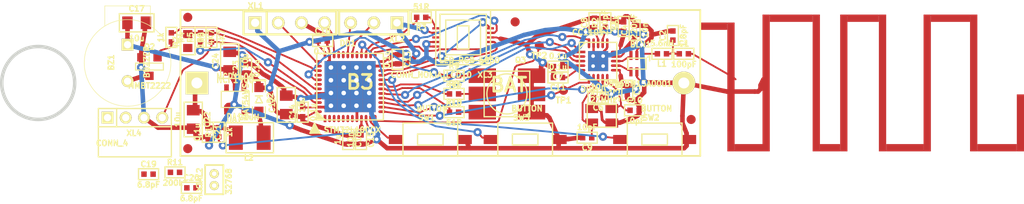
<source format=kicad_pcb>
(kicad_pcb (version 3) (host pcbnew "(2013-07-07 BZR 4022)-stable")

  (general
    (links 177)
    (no_connects 40)
    (area 160.809499 176.809499 169.190501 185.190501)
    (thickness 1.6)
    (drawings 1)
    (tracks 1037)
    (zones 0)
    (modules 62)
    (nets 50)
  )

  (page A3)
  (layers
    (15 F.Cu signal)
    (0 B.Cu signal)
    (16 B.Adhes user)
    (17 F.Adhes user)
    (18 B.Paste user)
    (19 F.Paste user)
    (20 B.SilkS user)
    (21 F.SilkS user)
    (22 B.Mask user)
    (23 F.Mask user)
    (24 Dwgs.User user)
    (25 Cmts.User user)
    (26 Eco1.User user)
    (27 Eco2.User user)
    (28 Edge.Cuts user)
  )

  (setup
    (last_trace_width 0.2)
    (trace_clearance 0.2)
    (zone_clearance 0.508)
    (zone_45_only no)
    (trace_min 0.1)
    (segment_width 0.381)
    (edge_width 0.381)
    (via_size 0.9)
    (via_drill 0.4)
    (via_min_size 0.889)
    (via_min_drill 0.3)
    (uvia_size 0.508)
    (uvia_drill 0.127)
    (uvias_allowed no)
    (uvia_min_size 0.508)
    (uvia_min_drill 0.127)
    (pcb_text_width 0.3048)
    (pcb_text_size 1.524 2.032)
    (mod_edge_width 0.2)
    (mod_text_size 1.524 1.524)
    (mod_text_width 0.3048)
    (pad_size 0.8 6.248)
    (pad_drill 0)
    (pad_to_mask_clearance 0.1)
    (aux_axis_origin 0 0)
    (visible_elements 7FFFFFEF)
    (pcbplotparams
      (layerselection 3178497)
      (usegerberextensions true)
      (excludeedgelayer true)
      (linewidth 0.150000)
      (plotframeref false)
      (viasonmask false)
      (mode 1)
      (useauxorigin false)
      (hpglpennumber 1)
      (hpglpenspeed 20)
      (hpglpendiameter 15)
      (hpglpenoverlay 2)
      (psnegative false)
      (psa4output false)
      (plotreference true)
      (plotvalue true)
      (plotothertext true)
      (plotinvisibletext false)
      (padsonsilk false)
      (subtractmaskfromsilk false)
      (outputformat 1)
      (mirror false)
      (drillshape 1)
      (scaleselection 1)
      (outputdirectory ""))
  )

  (net 0 "")
  (net 1 +3.3V)
  (net 2 +BATT)
  (net 3 /BLUE_LED)
  (net 4 /BTN1)
  (net 5 /BTN2)
  (net 6 /BTN3)
  (net 7 /Buzzer)
  (net 8 /BuzzerOut)
  (net 9 /CC_CS)
  (net 10 /CC_GDO0)
  (net 11 /CC_GDO2)
  (net 12 /CC_MISO)
  (net 13 /CC_MOSI)
  (net 14 /CC_SCK)
  (net 15 /GREEN_LED)
  (net 16 /LCD_BCKLT)
  (net 17 /LCD_SCLK)
  (net 18 /LCD_SDA)
  (net 19 /LCD_XCS)
  (net 20 /LCD_XRES)
  (net 21 /Lout)
  (net 22 /P_SCL)
  (net 23 /P_SDA)
  (net 24 /PeriphPwr)
  (net 25 /PeriphPwr1)
  (net 26 /RED_LED)
  (net 27 /RF1)
  (net 28 /RF2)
  (net 29 /SWCLK)
  (net 30 /SWDIO)
  (net 31 /UART_RX)
  (net 32 /UART_TX)
  (net 33 GND)
  (net 34 N-000001)
  (net 35 N-0000011)
  (net 36 N-000002)
  (net 37 N-000003)
  (net 38 N-0000031)
  (net 39 N-0000032)
  (net 40 N-0000033)
  (net 41 N-0000034)
  (net 42 N-0000035)
  (net 43 N-0000036)
  (net 44 N-0000037)
  (net 45 N-0000043)
  (net 46 N-0000044)
  (net 47 N-0000049)
  (net 48 N-000008)
  (net 49 N-000009)

  (net_class Default "This is the default net class."
    (clearance 0.2)
    (trace_width 0.2)
    (via_dia 0.9)
    (via_drill 0.4)
    (uvia_dia 0.508)
    (uvia_drill 0.127)
    (add_net "")
    (add_net /BLUE_LED)
    (add_net /BTN1)
    (add_net /BTN2)
    (add_net /BTN3)
    (add_net /Buzzer)
    (add_net /CC_CS)
    (add_net /CC_GDO0)
    (add_net /CC_GDO2)
    (add_net /CC_MISO)
    (add_net /CC_MOSI)
    (add_net /CC_SCK)
    (add_net /GREEN_LED)
    (add_net /LCD_BCKLT)
    (add_net /LCD_SCLK)
    (add_net /LCD_SDA)
    (add_net /LCD_XCS)
    (add_net /LCD_XRES)
    (add_net /P_SCL)
    (add_net /P_SDA)
    (add_net /PeriphPwr)
    (add_net /PeriphPwr1)
    (add_net /RED_LED)
    (add_net /RF1)
    (add_net /RF2)
    (add_net /SWCLK)
    (add_net /SWDIO)
    (add_net /UART_RX)
    (add_net /UART_TX)
    (add_net N-000001)
    (add_net N-0000011)
    (add_net N-000002)
    (add_net N-000003)
    (add_net N-0000031)
    (add_net N-0000032)
    (add_net N-0000033)
    (add_net N-0000034)
    (add_net N-0000035)
    (add_net N-0000036)
    (add_net N-0000037)
    (add_net N-0000043)
    (add_net N-0000044)
    (add_net N-0000049)
    (add_net N-000008)
    (add_net N-000009)
  )

  (net_class Wide ""
    (clearance 0.2)
    (trace_width 0.5)
    (via_dia 0.9)
    (via_drill 0.4)
    (uvia_dia 0.508)
    (uvia_drill 0.127)
    (add_net +3.3V)
    (add_net +BATT)
    (add_net /BuzzerOut)
    (add_net /Lout)
    (add_net GND)
  )

  (module TESTPOINT_1MM (layer F.Cu) (tedit 4CE9A986) (tstamp 526D4B6F)
    (at 219.9473 176.9048)
    (path /5265B423)
    (fp_text reference TP2 (at 0 1.09982) (layer F.SilkS)
      (effects (font (size 0.635 0.635) (thickness 0.16002)))
    )
    (fp_text value TESTPOINT (at 0 -0.89916) (layer F.SilkS) hide
      (effects (font (size 0.127 0.127) (thickness 0.00254)))
    )
    (pad 1 smd circle (at 0 0) (size 1.00076 1.524)
      (layers F.Cu F.Paste F.Mask)
      (net 11 /CC_GDO2)
    )
  )

  (module TESTPOINT_1MM (layer F.Cu) (tedit 4CE9A986) (tstamp 526D4B74)
    (at 222.6 181.8)
    (path /5265B41D)
    (fp_text reference TP1 (at 0 1.09982) (layer F.SilkS)
      (effects (font (size 0.635 0.635) (thickness 0.16002)))
    )
    (fp_text value TESTPOINT (at 0 -0.89916) (layer F.SilkS) hide
      (effects (font (size 0.127 0.127) (thickness 0.00254)))
    )
    (pad 1 smd circle (at 0 0) (size 1.00076 1.524)
      (layers F.Cu F.Paste F.Mask)
      (net 10 /CC_GDO0)
    )
  )

  (module SOT23-5 (layer F.Cu) (tedit 4FFB44DF) (tstamp 526D4B81)
    (at 186.6 182.8 180)
    (descr SOT23-5)
    (path /526647D5)
    (attr smd)
    (fp_text reference DA1 (at 0.09906 -2.10058 180) (layer F.SilkS)
      (effects (font (size 1.00076 0.59944) (thickness 0.14986)))
    )
    (fp_text value NCP1400 (at 0 2.30124 180) (layer F.SilkS)
      (effects (font (size 1.00076 0.59944) (thickness 0.14986)))
    )
    (fp_line (start 1.524 -0.889) (end 1.524 0.889) (layer F.SilkS) (width 0.127))
    (fp_line (start 1.524 0.889) (end -1.524 0.889) (layer F.SilkS) (width 0.127))
    (fp_line (start -1.524 0.889) (end -1.524 -0.889) (layer F.SilkS) (width 0.127))
    (fp_line (start -1.524 -0.889) (end 1.524 -0.889) (layer F.SilkS) (width 0.127))
    (pad 1 smd rect (at -0.9525 1.27 180) (size 0.508 0.762)
      (layers F.Cu F.Paste F.Mask)
      (net 1 +3.3V)
    )
    (pad 3 smd rect (at 0.9525 1.27 180) (size 0.508 0.762)
      (layers F.Cu F.Paste F.Mask)
    )
    (pad 5 smd rect (at -0.9525 -1.27 180) (size 0.508 0.762)
      (layers F.Cu F.Paste F.Mask)
      (net 21 /Lout)
    )
    (pad 2 smd rect (at 0 1.27 180) (size 0.508 0.762)
      (layers F.Cu F.Paste F.Mask)
      (net 1 +3.3V)
    )
    (pad 4 smd rect (at 0.9525 -1.27 180) (size 0.508 0.762)
      (layers F.Cu F.Paste F.Mask)
      (net 33 GND)
    )
    (model 3d\sot23-5.wrl
      (at (xyz 0 0 0))
      (scale (xyz 1 1 1))
      (rotate (xyz 0 0 0))
    )
  )

  (module SOT23 (layer F.Cu) (tedit 4FFB45DA) (tstamp 526D4B8C)
    (at 177.2 179.2)
    (descr "Module SOT23")
    (path /52670A36)
    (attr smd)
    (fp_text reference Q2 (at 0 -2.159) (layer F.SilkS)
      (effects (font (size 0.59944 0.59944) (thickness 0.14986)))
    )
    (fp_text value MMBT2222 (at 0 2.10058) (layer F.SilkS)
      (effects (font (size 0.59944 0.59944) (thickness 0.14986)))
    )
    (fp_line (start -1.524 -0.381) (end 1.524 -0.381) (layer F.SilkS) (width 0.127))
    (fp_line (start 1.524 -0.381) (end 1.524 0.381) (layer F.SilkS) (width 0.127))
    (fp_line (start 1.524 0.381) (end -1.524 0.381) (layer F.SilkS) (width 0.127))
    (fp_line (start -1.524 0.381) (end -1.524 -0.381) (layer F.SilkS) (width 0.127))
    (pad 2 smd rect (at -0.889 -1.016) (size 0.9144 0.9144)
      (layers F.Cu F.Paste F.Mask)
      (net 33 GND)
    )
    (pad 1 smd rect (at 0.889 -1.016) (size 0.9144 0.9144)
      (layers F.Cu F.Paste F.Mask)
      (net 47 N-0000049)
    )
    (pad 3 smd rect (at 0 1.016) (size 0.9144 0.9144)
      (layers F.Cu F.Paste F.Mask)
      (net 8 /BuzzerOut)
    )
    (model 3d\sot23-3.wrl
      (at (xyz 0 0 0))
      (scale (xyz 1 1 1))
      (rotate (xyz 0 0 180))
    )
  )

  (module SIL-4 (layer F.Cu) (tedit 4EBAF149) (tstamp 526D4B99)
    (at 192.6 174.4)
    (descr "Single-line connector 4-pin")
    (path /51499E97)
    (fp_text reference XL1 (at -3.74904 -1.84912) (layer F.SilkS)
      (effects (font (size 0.635 0.635) (thickness 0.16002)))
    )
    (fp_text value ST_SWD (at 3.59918 -1.84912) (layer F.SilkS) hide
      (effects (font (size 0.635 0.635) (thickness 0.16002)))
    )
    (fp_line (start -2.54 -1.27) (end -2.54 1.27) (layer F.SilkS) (width 0.254))
    (fp_line (start -5.08 -1.27) (end 5.08 -1.27) (layer F.SilkS) (width 0.254))
    (fp_line (start 5.08 -1.27) (end 5.08 1.27) (layer F.SilkS) (width 0.254))
    (fp_line (start 5.08 1.27) (end -5.08 1.27) (layer F.SilkS) (width 0.254))
    (fp_line (start -5.08 1.27) (end -5.08 -1.27) (layer F.SilkS) (width 0.254))
    (pad 1 thru_hole rect (at -3.81 0) (size 1.39954 1.39954) (drill 0.89916)
      (layers *.Cu *.Mask F.SilkS)
      (net 1 +3.3V)
    )
    (pad 2 thru_hole circle (at -1.27 0) (size 1.39954 1.39954) (drill 0.89916)
      (layers *.Cu *.Mask F.SilkS)
      (net 29 /SWCLK)
    )
    (pad 3 thru_hole circle (at 1.27 0) (size 1.39954 1.39954) (drill 0.89916)
      (layers *.Cu *.Mask F.SilkS)
      (net 33 GND)
    )
    (pad 4 thru_hole circle (at 3.81 0) (size 1.39954 1.39954) (drill 0.89916)
      (layers *.Cu *.Mask F.SilkS)
      (net 30 /SWDIO)
    )
  )

  (module SIL-3 (layer F.Cu) (tedit 4D35A701) (tstamp 526D4BA4)
    (at 201.8 174.4 180)
    (descr "Connector 3-pin")
    (path /526728AC)
    (fp_text reference XL2 (at -2.54 -1.778 180) (layer F.SilkS)
      (effects (font (size 0.635 0.635) (thickness 0.16002)))
    )
    (fp_text value CONN_3 (at 2.286 -1.778 180) (layer F.SilkS) hide
      (effects (font (size 0.635 0.635) (thickness 0.16002)))
    )
    (fp_line (start -3.81 -1.27) (end 3.81 -1.27) (layer F.SilkS) (width 0.254))
    (fp_line (start 3.81 -1.27) (end 3.81 1.27) (layer F.SilkS) (width 0.254))
    (fp_line (start 3.81 1.27) (end -3.81 1.27) (layer F.SilkS) (width 0.254))
    (fp_line (start -3.81 1.27) (end -3.81 -1.27) (layer F.SilkS) (width 0.254))
    (pad 1 thru_hole rect (at -2.54 0 180) (size 1.397 1.397) (drill 0.8128)
      (layers *.Cu *.Mask F.SilkS)
      (net 33 GND)
    )
    (pad 2 thru_hole circle (at 0 0 180) (size 1.397 1.397) (drill 0.8128)
      (layers *.Cu *.Mask F.SilkS)
      (net 32 /UART_TX)
    )
    (pad 3 thru_hole circle (at 2.54 0 180) (size 1.397 1.397) (drill 0.8128)
      (layers *.Cu *.Mask F.SilkS)
      (net 31 /UART_RX)
    )
  )

  (module RES_0603 (layer F.Cu) (tedit 518CEC2B) (tstamp 526D4BBA)
    (at 181.4 176.4 90)
    (path /5266EE19)
    (attr smd)
    (fp_text reference R7 (at -0.0635 -1.27 90) (layer F.SilkS)
      (effects (font (size 0.6 0.6) (thickness 0.15)))
    )
    (fp_text value 150 (at 0.09906 1.39954 90) (layer F.SilkS)
      (effects (font (size 0.6 0.6) (thickness 0.15)))
    )
    (fp_line (start -1.5 0) (end -1.5 -0.8) (layer F.SilkS) (width 0.15))
    (fp_line (start -1.5 -0.8) (end 1.5 -0.8) (layer F.SilkS) (width 0.15))
    (fp_line (start 1.5 -0.8) (end 1.5 0.8) (layer F.SilkS) (width 0.15))
    (fp_line (start 1.5 0.8) (end -1.5 0.8) (layer F.SilkS) (width 0.15))
    (fp_line (start -1.5 0.8) (end -1.5 0) (layer F.SilkS) (width 0.15))
    (pad 1 smd rect (at -0.762 0 90) (size 0.889 1.016)
      (layers F.Cu F.Paste F.Mask)
      (net 25 /PeriphPwr1)
    )
    (pad 2 smd rect (at 0.762 0 90) (size 0.889 1.016)
      (layers F.Cu F.Paste F.Mask)
      (net 24 /PeriphPwr)
    )
    (model 3d\r_0603.wrl
      (at (xyz 0 0 0))
      (scale (xyz 1 1 1))
      (rotate (xyz 0 0 0))
    )
  )

  (module RES_0402 (layer F.Cu) (tedit 5197CFCF) (tstamp 526D4BC5)
    (at 210.6 184.2)
    (path /5266DE4A)
    (attr smd)
    (fp_text reference R10 (at 0 -1.1) (layer F.SilkS)
      (effects (font (size 0.59944 0.59944) (thickness 0.14986)))
    )
    (fp_text value 51R (at 0 1.15) (layer F.SilkS)
      (effects (font (size 0.59944 0.59944) (thickness 0.14986)))
    )
    (fp_line (start 0 -0.6) (end 1.1 -0.6) (layer F.SilkS) (width 0.15))
    (fp_line (start 1.1 -0.6) (end 1.1 0.6) (layer F.SilkS) (width 0.15))
    (fp_line (start 1.1 0.6) (end -1.1 0.6) (layer F.SilkS) (width 0.15))
    (fp_line (start -1.1 0.6) (end -1.1 -0.6) (layer F.SilkS) (width 0.15))
    (fp_line (start -1.1 -0.6) (end 0 -0.6) (layer F.SilkS) (width 0.15))
    (pad 1 smd rect (at -0.5 0) (size 0.6 0.6)
      (layers F.Cu F.Paste F.Mask)
      (net 3 /BLUE_LED)
    )
    (pad 2 smd rect (at 0.5 0) (size 0.6 0.6)
      (layers F.Cu F.Paste F.Mask)
      (net 46 N-0000044)
    )
    (model 3d\r_0402.wrl
      (at (xyz 0 0 0))
      (scale (xyz 1 1 1))
      (rotate (xyz 0 0 0))
    )
  )

  (module RES_0402 (layer F.Cu) (tedit 5197CFCF) (tstamp 526D4BD0)
    (at 227.2 174.4 90)
    (path /5265B441)
    (attr smd)
    (fp_text reference R2 (at 0 -1.1 90) (layer F.SilkS)
      (effects (font (size 0.59944 0.59944) (thickness 0.14986)))
    )
    (fp_text value 56k (at 0 1.15 90) (layer F.SilkS)
      (effects (font (size 0.59944 0.59944) (thickness 0.14986)))
    )
    (fp_line (start 0 -0.6) (end 1.1 -0.6) (layer F.SilkS) (width 0.15))
    (fp_line (start 1.1 -0.6) (end 1.1 0.6) (layer F.SilkS) (width 0.15))
    (fp_line (start 1.1 0.6) (end -1.1 0.6) (layer F.SilkS) (width 0.15))
    (fp_line (start -1.1 0.6) (end -1.1 -0.6) (layer F.SilkS) (width 0.15))
    (fp_line (start -1.1 -0.6) (end 0 -0.6) (layer F.SilkS) (width 0.15))
    (pad 1 smd rect (at -0.5 0 90) (size 0.6 0.6)
      (layers F.Cu F.Paste F.Mask)
      (net 36 N-000002)
    )
    (pad 2 smd rect (at 0.5 0 90) (size 0.6 0.6)
      (layers F.Cu F.Paste F.Mask)
      (net 33 GND)
    )
    (model 3d\r_0402.wrl
      (at (xyz 0 0 0))
      (scale (xyz 1 1 1))
      (rotate (xyz 0 0 0))
    )
  )

  (module RES_0402 (layer F.Cu) (tedit 5197CFCF) (tstamp 526D4BDB)
    (at 210.6 180.2)
    (path /5266DE50)
    (attr smd)
    (fp_text reference R9 (at 0 -1.1) (layer F.SilkS)
      (effects (font (size 0.59944 0.59944) (thickness 0.14986)))
    )
    (fp_text value 51R (at 0 1.15) (layer F.SilkS)
      (effects (font (size 0.59944 0.59944) (thickness 0.14986)))
    )
    (fp_line (start 0 -0.6) (end 1.1 -0.6) (layer F.SilkS) (width 0.15))
    (fp_line (start 1.1 -0.6) (end 1.1 0.6) (layer F.SilkS) (width 0.15))
    (fp_line (start 1.1 0.6) (end -1.1 0.6) (layer F.SilkS) (width 0.15))
    (fp_line (start -1.1 0.6) (end -1.1 -0.6) (layer F.SilkS) (width 0.15))
    (fp_line (start -1.1 -0.6) (end 0 -0.6) (layer F.SilkS) (width 0.15))
    (pad 1 smd rect (at -0.5 0) (size 0.6 0.6)
      (layers F.Cu F.Paste F.Mask)
      (net 15 /GREEN_LED)
    )
    (pad 2 smd rect (at 0.5 0) (size 0.6 0.6)
      (layers F.Cu F.Paste F.Mask)
      (net 44 N-0000037)
    )
    (model 3d\r_0402.wrl
      (at (xyz 0 0 0))
      (scale (xyz 1 1 1))
      (rotate (xyz 0 0 0))
    )
  )

  (module RES_0402 (layer F.Cu) (tedit 5197CFCF) (tstamp 526D4BE6)
    (at 210.6 182.2)
    (path /5266DE56)
    (attr smd)
    (fp_text reference R8 (at 0 -1.1) (layer F.SilkS)
      (effects (font (size 0.59944 0.59944) (thickness 0.14986)))
    )
    (fp_text value 51R (at 0 1.15) (layer F.SilkS)
      (effects (font (size 0.59944 0.59944) (thickness 0.14986)))
    )
    (fp_line (start 0 -0.6) (end 1.1 -0.6) (layer F.SilkS) (width 0.15))
    (fp_line (start 1.1 -0.6) (end 1.1 0.6) (layer F.SilkS) (width 0.15))
    (fp_line (start 1.1 0.6) (end -1.1 0.6) (layer F.SilkS) (width 0.15))
    (fp_line (start -1.1 0.6) (end -1.1 -0.6) (layer F.SilkS) (width 0.15))
    (fp_line (start -1.1 -0.6) (end 0 -0.6) (layer F.SilkS) (width 0.15))
    (pad 1 smd rect (at -0.5 0) (size 0.6 0.6)
      (layers F.Cu F.Paste F.Mask)
      (net 26 /RED_LED)
    )
    (pad 2 smd rect (at 0.5 0) (size 0.6 0.6)
      (layers F.Cu F.Paste F.Mask)
      (net 43 N-0000036)
    )
    (model 3d\r_0402.wrl
      (at (xyz 0 0 0))
      (scale (xyz 1 1 1))
      (rotate (xyz 0 0 0))
    )
  )

  (module RES_0402 (layer F.Cu) (tedit 5197CFCF) (tstamp 526D4BF1)
    (at 184 176 90)
    (path /5266EDFD)
    (attr smd)
    (fp_text reference R6 (at 0 -1.1 90) (layer F.SilkS)
      (effects (font (size 0.59944 0.59944) (thickness 0.14986)))
    )
    (fp_text value 4K7 (at 0 1.15 90) (layer F.SilkS)
      (effects (font (size 0.59944 0.59944) (thickness 0.14986)))
    )
    (fp_line (start 0 -0.6) (end 1.1 -0.6) (layer F.SilkS) (width 0.15))
    (fp_line (start 1.1 -0.6) (end 1.1 0.6) (layer F.SilkS) (width 0.15))
    (fp_line (start 1.1 0.6) (end -1.1 0.6) (layer F.SilkS) (width 0.15))
    (fp_line (start -1.1 0.6) (end -1.1 -0.6) (layer F.SilkS) (width 0.15))
    (fp_line (start -1.1 -0.6) (end 0 -0.6) (layer F.SilkS) (width 0.15))
    (pad 1 smd rect (at -0.5 0 90) (size 0.6 0.6)
      (layers F.Cu F.Paste F.Mask)
      (net 23 /P_SDA)
    )
    (pad 2 smd rect (at 0.5 0 90) (size 0.6 0.6)
      (layers F.Cu F.Paste F.Mask)
      (net 24 /PeriphPwr)
    )
    (model 3d\r_0402.wrl
      (at (xyz 0 0 0))
      (scale (xyz 1 1 1))
      (rotate (xyz 0 0 0))
    )
  )

  (module RES_0402 (layer F.Cu) (tedit 5197CFCF) (tstamp 526D4BFC)
    (at 182.8 176 90)
    (path /5266EE03)
    (attr smd)
    (fp_text reference R5 (at 0 -1.1 90) (layer F.SilkS)
      (effects (font (size 0.59944 0.59944) (thickness 0.14986)))
    )
    (fp_text value 4K7 (at 0 1.15 90) (layer F.SilkS)
      (effects (font (size 0.59944 0.59944) (thickness 0.14986)))
    )
    (fp_line (start 0 -0.6) (end 1.1 -0.6) (layer F.SilkS) (width 0.15))
    (fp_line (start 1.1 -0.6) (end 1.1 0.6) (layer F.SilkS) (width 0.15))
    (fp_line (start 1.1 0.6) (end -1.1 0.6) (layer F.SilkS) (width 0.15))
    (fp_line (start -1.1 0.6) (end -1.1 -0.6) (layer F.SilkS) (width 0.15))
    (fp_line (start -1.1 -0.6) (end 0 -0.6) (layer F.SilkS) (width 0.15))
    (pad 1 smd rect (at -0.5 0 90) (size 0.6 0.6)
      (layers F.Cu F.Paste F.Mask)
      (net 22 /P_SCL)
    )
    (pad 2 smd rect (at 0.5 0 90) (size 0.6 0.6)
      (layers F.Cu F.Paste F.Mask)
      (net 24 /PeriphPwr)
    )
    (model 3d\r_0402.wrl
      (at (xyz 0 0 0))
      (scale (xyz 1 1 1))
      (rotate (xyz 0 0 0))
    )
  )

  (module RES_0402 (layer F.Cu) (tedit 5197CFCF) (tstamp 526D4C07)
    (at 184.8 186.4 90)
    (path /5265B644)
    (attr smd)
    (fp_text reference R1 (at 0 -1.1 90) (layer F.SilkS)
      (effects (font (size 0.59944 0.59944) (thickness 0.14986)))
    )
    (fp_text value 1k (at 0 1.15 90) (layer F.SilkS)
      (effects (font (size 0.59944 0.59944) (thickness 0.14986)))
    )
    (fp_line (start 0 -0.6) (end 1.1 -0.6) (layer F.SilkS) (width 0.15))
    (fp_line (start 1.1 -0.6) (end 1.1 0.6) (layer F.SilkS) (width 0.15))
    (fp_line (start 1.1 0.6) (end -1.1 0.6) (layer F.SilkS) (width 0.15))
    (fp_line (start -1.1 0.6) (end -1.1 -0.6) (layer F.SilkS) (width 0.15))
    (fp_line (start -1.1 -0.6) (end 0 -0.6) (layer F.SilkS) (width 0.15))
    (pad 1 smd rect (at -0.5 0 90) (size 0.6 0.6)
      (layers F.Cu F.Paste F.Mask)
      (net 35 N-0000011)
    )
    (pad 2 smd rect (at 0.5 0 90) (size 0.6 0.6)
      (layers F.Cu F.Paste F.Mask)
      (net 2 +BATT)
    )
    (model 3d\r_0402.wrl
      (at (xyz 0 0 0))
      (scale (xyz 1 1 1))
      (rotate (xyz 0 0 0))
    )
  )

  (module RES_0402 (layer F.Cu) (tedit 5197CFCF) (tstamp 526D4C12)
    (at 179.6 176 270)
    (path /52670A2A)
    (attr smd)
    (fp_text reference R4 (at 0 -1.1 270) (layer F.SilkS)
      (effects (font (size 0.59944 0.59944) (thickness 0.14986)))
    )
    (fp_text value 1k (at 0 1.15 270) (layer F.SilkS)
      (effects (font (size 0.59944 0.59944) (thickness 0.14986)))
    )
    (fp_line (start 0 -0.6) (end 1.1 -0.6) (layer F.SilkS) (width 0.15))
    (fp_line (start 1.1 -0.6) (end 1.1 0.6) (layer F.SilkS) (width 0.15))
    (fp_line (start 1.1 0.6) (end -1.1 0.6) (layer F.SilkS) (width 0.15))
    (fp_line (start -1.1 0.6) (end -1.1 -0.6) (layer F.SilkS) (width 0.15))
    (fp_line (start -1.1 -0.6) (end 0 -0.6) (layer F.SilkS) (width 0.15))
    (pad 1 smd rect (at -0.5 0 270) (size 0.6 0.6)
      (layers F.Cu F.Paste F.Mask)
      (net 7 /Buzzer)
    )
    (pad 2 smd rect (at 0.5 0 270) (size 0.6 0.6)
      (layers F.Cu F.Paste F.Mask)
      (net 47 N-0000049)
    )
    (model 3d\r_0402.wrl
      (at (xyz 0 0 0))
      (scale (xyz 1 1 1))
      (rotate (xyz 0 0 0))
    )
  )

  (module REF_POINT_1MM (layer F.Cu) (tedit 51E2A85C) (tstamp 526D4C17)
    (at 181.4 173.8)
    (path /5149B6EF)
    (fp_text reference RP4 (at 0 -1.6002) (layer F.SilkS) hide
      (effects (font (size 0.59944 0.59944) (thickness 0.14986)))
    )
    (fp_text value REFPOINT (at 0 1.80086) (layer F.SilkS) hide
      (effects (font (size 0.59944 0.59944) (thickness 0.14986)))
    )
    (pad REF smd circle (at 0 0) (size 1 1)
      (layers F.Cu F.Mask)
      (solder_mask_margin 0.5)
      (zone_connect 0)
    )
  )

  (module REF_POINT_1MM (layer F.Cu) (tedit 51E2A85C) (tstamp 526D4C1C)
    (at 236.6 185)
    (path /5149B6E8)
    (fp_text reference RP1 (at 0 -1.6002) (layer F.SilkS) hide
      (effects (font (size 0.59944 0.59944) (thickness 0.14986)))
    )
    (fp_text value REFPOINT (at 0 1.80086) (layer F.SilkS) hide
      (effects (font (size 0.59944 0.59944) (thickness 0.14986)))
    )
    (pad REF smd circle (at 0 0) (size 1 1)
      (layers F.Cu F.Mask)
      (solder_mask_margin 0.5)
      (zone_connect 0)
    )
  )

  (module REF_POINT_1MM (layer F.Cu) (tedit 51E2A85C) (tstamp 526D4C21)
    (at 217.3 174.3)
    (path /5149B6EB)
    (fp_text reference RP2 (at 0 -1.6002) (layer F.SilkS) hide
      (effects (font (size 0.59944 0.59944) (thickness 0.14986)))
    )
    (fp_text value REFPOINT (at 0 1.80086) (layer F.SilkS) hide
      (effects (font (size 0.59944 0.59944) (thickness 0.14986)))
    )
    (pad REF smd circle (at 0 0) (size 1 1)
      (layers F.Cu F.Mask)
      (solder_mask_margin 0.5)
      (zone_connect 0)
    )
  )

  (module REF_POINT_1MM (layer F.Cu) (tedit 51E2A85C) (tstamp 526D4C26)
    (at 181.4 188.2)
    (path /5149B6ED)
    (fp_text reference RP3 (at 0 -1.6002) (layer F.SilkS) hide
      (effects (font (size 0.59944 0.59944) (thickness 0.14986)))
    )
    (fp_text value REFPOINT (at 0 1.80086) (layer F.SilkS) hide
      (effects (font (size 0.59944 0.59944) (thickness 0.14986)))
    )
    (pad REF smd circle (at 0 0) (size 1 1)
      (layers F.Cu F.Mask)
      (solder_mask_margin 0.5)
      (zone_connect 0)
    )
  )

  (module QFN20 (layer F.Cu) (tedit 51A05F1F) (tstamp 526D4C47)
    (at 226.4 178.6)
    (path /5265B3C7)
    (fp_text reference DD2 (at -1.04902 3.0988) (layer F.SilkS)
      (effects (font (size 0.6 0.6) (thickness 0.15)))
    )
    (fp_text value CC1101 (at -1.09982 -3.1496) (layer F.SilkS)
      (effects (font (size 0.6 0.6) (thickness 0.15)))
    )
    (fp_line (start -2.04978 -1.39954) (end -1.39954 -2.04978) (layer F.SilkS) (width 0.15))
    (fp_line (start -2.04978 -2.04978) (end 2.04978 -2.04978) (layer F.SilkS) (width 0.15))
    (fp_line (start 2.04978 -2.04978) (end 2.04978 2.04978) (layer F.SilkS) (width 0.15))
    (fp_line (start 2.04978 2.04978) (end -2.04978 2.04978) (layer F.SilkS) (width 0.15))
    (fp_line (start -2.04978 2.04978) (end -2.04978 -2.04978) (layer F.SilkS) (width 0.15))
    (pad 1 smd rect (at -1.95 -1) (size 1.1 0.28)
      (layers F.Cu F.Paste F.Mask)
      (net 14 /CC_SCK)
    )
    (pad 2 smd oval (at -1.95 -0.5) (size 1.1 0.28)
      (layers F.Cu F.Paste F.Mask)
      (net 12 /CC_MISO)
    )
    (pad 3 smd oval (at -1.95 0) (size 1.1 0.28)
      (layers F.Cu F.Paste F.Mask)
      (net 11 /CC_GDO2)
    )
    (pad 4 smd oval (at -1.95 0.5) (size 1.1 0.28)
      (layers F.Cu F.Paste F.Mask)
      (net 1 +3.3V)
    )
    (pad 5 smd oval (at -1.95 1) (size 1.1 0.28)
      (layers F.Cu F.Paste F.Mask)
      (net 34 N-000001)
    )
    (pad 6 smd oval (at -1 1.95 90) (size 1.1 0.28)
      (layers F.Cu F.Paste F.Mask)
      (net 10 /CC_GDO0)
    )
    (pad 7 smd oval (at -0.5 1.95 90) (size 1.1 0.28)
      (layers F.Cu F.Paste F.Mask)
      (net 9 /CC_CS)
    )
    (pad 8 smd oval (at 0 1.95 90) (size 1.1 0.28)
      (layers F.Cu F.Paste F.Mask)
      (net 37 N-000003)
    )
    (pad 9 smd oval (at 0.5 1.95 90) (size 1.1 0.28)
      (layers F.Cu F.Paste F.Mask)
      (net 1 +3.3V)
    )
    (pad 10 smd oval (at 1 1.95 90) (size 1.1 0.28)
      (layers F.Cu F.Paste F.Mask)
      (net 48 N-000008)
    )
    (pad 11 smd oval (at 1.95 1 180) (size 1.1 0.28)
      (layers F.Cu F.Paste F.Mask)
      (net 1 +3.3V)
    )
    (pad 12 smd oval (at 1.95 0.5 180) (size 1.1 0.28)
      (layers F.Cu F.Paste F.Mask)
      (net 27 /RF1)
    )
    (pad 13 smd oval (at 1.95 0 180) (size 1.1 0.28)
      (layers F.Cu F.Paste F.Mask)
      (net 28 /RF2)
    )
    (pad 14 smd oval (at 1.95 -0.5 180) (size 1.1 0.28)
      (layers F.Cu F.Paste F.Mask)
      (net 1 +3.3V)
    )
    (pad 15 smd oval (at 1.95 -1 180) (size 1.1 0.28)
      (layers F.Cu F.Paste F.Mask)
      (net 1 +3.3V)
    )
    (pad 16 smd oval (at 1 -1.95 90) (size 1.1 0.28)
      (layers F.Cu F.Paste F.Mask)
      (net 33 GND)
    )
    (pad 17 smd oval (at 0.5 -1.95 90) (size 1.1 0.28)
      (layers F.Cu F.Paste F.Mask)
      (net 36 N-000002)
    )
    (pad 18 smd oval (at 0 -1.95 90) (size 1.1 0.28)
      (layers F.Cu F.Paste F.Mask)
      (net 1 +3.3V)
    )
    (pad 19 smd oval (at -0.5 -1.95 90) (size 1.1 0.28)
      (layers F.Cu F.Paste F.Mask)
      (net 33 GND)
    )
    (pad 20 smd oval (at -1 -1.95 90) (size 1.1 0.28)
      (layers F.Cu F.Paste F.Mask)
      (net 13 /CC_MOSI)
    )
    (pad PAD thru_hole rect (at -0.55 -0.55) (size 1.1 1.1) (drill 0.4)
      (layers *.Cu F.Mask)
      (net 33 GND)
    )
    (pad PAD thru_hole rect (at 0.55 -0.55) (size 1.1 1.1) (drill 0.4)
      (layers *.Cu F.Mask)
      (net 33 GND)
    )
    (pad PAD thru_hole rect (at -0.55 0.55) (size 1.1 1.1) (drill 0.4)
      (layers *.Cu F.Mask)
      (net 33 GND)
    )
    (pad PAD thru_hole rect (at 0.55 0.55) (size 1.1 1.1) (drill 0.4)
      (layers *.Cu F.Mask)
      (net 33 GND)
    )
    (model 3d\qfn20.wrl
      (at (xyz 0 0 0))
      (scale (xyz 1 1 1))
      (rotate (xyz 0 0 90))
    )
  )

  (module LED_HH5050_RGB (layer F.Cu) (tedit 5002653D) (tstamp 52703FB3)
    (at 216.4 182.2)
    (path /5266DE44)
    (fp_text reference Q3 (at 1.50114 -3.70078) (layer F.SilkS)
      (effects (font (size 0.59944 0.59944) (thickness 0.14986)))
    )
    (fp_text value "LED_RGB 5050" (at -4.09956 -3.70078) (layer F.SilkS)
      (effects (font (size 0.59944 0.59944) (thickness 0.14986)))
    )
    (fp_line (start 2.49936 1.99898) (end 1.99898 2.49936) (layer F.SilkS) (width 0.14986))
    (fp_circle (center 0 0) (end 0 2.19964) (layer F.SilkS) (width 0.14986))
    (fp_line (start 2.49936 -2.49936) (end 2.49936 2.49936) (layer F.SilkS) (width 0.14986))
    (fp_line (start 2.49936 2.49936) (end -2.49936 2.49936) (layer F.SilkS) (width 0.14986))
    (fp_line (start -2.49936 2.49936) (end -2.49936 -2.49936) (layer F.SilkS) (width 0.14986))
    (fp_line (start -2.49936 -2.49936) (end 2.49936 -2.49936) (layer F.SilkS) (width 0.14986))
    (pad GC smd rect (at 2.70002 -1.99898) (size 2.99974 1.6002)
      (layers F.Cu F.Paste F.Mask)
      (net 33 GND)
    )
    (pad RC smd rect (at 2.70002 0) (size 2.99974 1.6002)
      (layers F.Cu F.Paste F.Mask)
      (net 33 GND)
    )
    (pad BC smd rect (at 2.70002 1.99898) (size 2.99974 1.6002)
      (layers F.Cu F.Paste F.Mask)
      (net 33 GND)
    )
    (pad GA smd rect (at -2.70002 -1.99898) (size 2.99974 1.6002)
      (layers F.Cu F.Paste F.Mask)
      (net 44 N-0000037)
    )
    (pad RA smd rect (at -2.70002 0) (size 2.99974 1.6002)
      (layers F.Cu F.Paste F.Mask)
      (net 43 N-0000036)
    )
    (pad BA smd rect (at -2.70002 1.99898) (size 2.99974 1.6002)
      (layers F.Cu F.Paste F.Mask)
      (net 46 N-0000044)
    )
  )

  (module IND_1210 (layer F.Cu) (tedit 518CF862) (tstamp 526D4C9C)
    (at 188.2 187 180)
    (path /526647B7)
    (attr smd)
    (fp_text reference L2 (at 0.1 -2.2 180) (layer F.SilkS)
      (effects (font (size 0.6 0.6) (thickness 0.15)))
    )
    (fp_text value 22uH (at 0.1 2.25 180) (layer F.SilkS)
      (effects (font (size 0.6 0.6) (thickness 0.15)))
    )
    (fp_line (start -2.6 0) (end -2.6 -1.65) (layer F.SilkS) (width 0.15))
    (fp_line (start -2.6 -1.65) (end 2.6 -1.65) (layer F.SilkS) (width 0.15))
    (fp_line (start 2.6 -1.65) (end 2.6 1.65) (layer F.SilkS) (width 0.15))
    (fp_line (start 2.6 1.65) (end -2.6 1.65) (layer F.SilkS) (width 0.15))
    (fp_line (start -2.6 1.65) (end -2.6 -0.2) (layer F.SilkS) (width 0.15))
    (pad 1 smd rect (at -1.524 0 180) (size 1.524 2.667)
      (layers F.Cu F.Paste F.Mask)
      (net 21 /Lout)
    )
    (pad 2 smd rect (at 1.524 0 180) (size 1.524 2.667)
      (layers F.Cu F.Paste F.Mask)
      (net 2 +BATT)
    )
    (model 3d\r_0805.wrl
      (at (xyz 0 0 0))
      (scale (xyz 1 1 1))
      (rotate (xyz 0 0 0))
    )
  )

  (module IND_0402 (layer F.Cu) (tedit 5197CF07) (tstamp 526D4CA7)
    (at 233.4 177.8 180)
    (path /52665AF6)
    (attr smd)
    (fp_text reference L1 (at 0 -1.1 180) (layer F.SilkS)
      (effects (font (size 0.6 0.6) (thickness 0.15)))
    )
    (fp_text value 5.6nH (at 0 1.15 180) (layer F.SilkS)
      (effects (font (size 0.6 0.6) (thickness 0.15)))
    )
    (fp_line (start 0 -0.6) (end 1.1 -0.6) (layer F.SilkS) (width 0.15))
    (fp_line (start 1.1 -0.6) (end 1.1 0.6) (layer F.SilkS) (width 0.15))
    (fp_line (start 1.1 0.6) (end -1.1 0.6) (layer F.SilkS) (width 0.15))
    (fp_line (start -1.1 0.6) (end -1.1 -0.6) (layer F.SilkS) (width 0.15))
    (fp_line (start -1.1 -0.6) (end 0 -0.6) (layer F.SilkS) (width 0.15))
    (pad 1 smd rect (at -0.5 0 180) (size 0.6 0.6)
      (layers F.Cu F.Paste F.Mask)
      (net 49 N-000009)
    )
    (pad 2 smd rect (at 0.5 0 180) (size 0.6 0.6)
      (layers F.Cu F.Paste F.Mask)
      (net 45 N-0000043)
    )
    (model 3d\r_0402.wrl
      (at (xyz 0 0 0))
      (scale (xyz 1 1 1))
      (rotate (xyz 0 0 0))
    )
  )

  (module DIODE_SOD323 (layer F.Cu) (tedit 5047C55B) (tstamp 526D4CBA)
    (at 189.2 182.8 270)
    (path /526647AB)
    (attr smd)
    (fp_text reference D2 (at -0.14986 -1.24968 270) (layer F.SilkS)
      (effects (font (size 0.59944 0.59944) (thickness 0.14986)))
    )
    (fp_text value BAT54WS (at 0.20066 1.45034 270) (layer F.SilkS)
      (effects (font (size 0.59944 0.59944) (thickness 0.14986)))
    )
    (fp_line (start -0.381 0.381) (end -0.381 -0.381) (layer F.SilkS) (width 0.14986))
    (fp_line (start 0.381 0) (end 0.381 -0.381) (layer F.SilkS) (width 0.14986))
    (fp_line (start 0.381 -0.381) (end -0.381 0) (layer F.SilkS) (width 0.14986))
    (fp_line (start -0.381 0) (end 0.381 0.381) (layer F.SilkS) (width 0.14986))
    (fp_line (start 0.381 0.381) (end 0.381 0) (layer F.SilkS) (width 0.14986))
    (fp_line (start -1.99898 -0.70104) (end -2.10058 -0.70104) (layer F.SilkS) (width 0.127))
    (fp_line (start -2.10058 -0.70104) (end -2.10058 0.70104) (layer F.SilkS) (width 0.254))
    (fp_line (start -2.10058 0.70104) (end -1.99898 0.70104) (layer F.SilkS) (width 0.127))
    (fp_line (start -0.8001 -0.70104) (end -1.99898 -0.70104) (layer F.SilkS) (width 0.127))
    (fp_line (start -1.99898 0.70104) (end -0.8001 0.70104) (layer F.SilkS) (width 0.127))
    (fp_line (start 0.8001 -0.70104) (end 1.99898 -0.70104) (layer F.SilkS) (width 0.127))
    (fp_line (start 1.99898 -0.70104) (end 1.99898 0.70104) (layer F.SilkS) (width 0.127))
    (fp_line (start 1.99898 0.70104) (end 0.8001 0.70104) (layer F.SilkS) (width 0.127))
    (pad C smd rect (at -1.30048 0 270) (size 1.00076 1.00076)
      (layers F.Cu F.Paste F.Mask)
      (net 1 +3.3V)
    )
    (pad A smd rect (at 1.30048 0 270) (size 1.00076 1.00076)
      (layers F.Cu F.Paste F.Mask)
      (net 21 /Lout)
    )
    (model smd/chip_cms.wrl
      (at (xyz 0 0 0))
      (scale (xyz 0.17 0.16 0.16))
      (rotate (xyz 0 0 0))
    )
  )

  (module CRYSTAL_03225C4 (layer F.Cu) (tedit 51E19CE5) (tstamp 526D4CC6)
    (at 226.8 184.6)
    (path /5265B349)
    (attr smd)
    (fp_text reference XTAL1 (at 0 -2.54) (layer F.SilkS)
      (effects (font (size 0.59944 0.59944) (thickness 0.14986)))
    )
    (fp_text value 27MHz (at 0.20066 -1.75006) (layer F.SilkS)
      (effects (font (size 0.59944 0.59944) (thickness 0.14986)))
    )
    (fp_line (start 1.6002 -1.24968) (end 1.6002 1.24968) (layer F.SilkS) (width 0.14986))
    (fp_line (start 1.6002 1.24968) (end -1.6002 1.24968) (layer F.SilkS) (width 0.14986))
    (fp_line (start -1.6002 1.24968) (end -1.6002 -1.24968) (layer F.SilkS) (width 0.14986))
    (fp_line (start -1.6002 -1.24968) (end 1.6002 -1.24968) (layer F.SilkS) (width 0.14986))
    (pad 1 smd rect (at -1.1 0.8) (size 1.4 1)
      (layers F.Cu F.Paste F.Mask)
      (net 37 N-000003)
    )
    (pad H smd rect (at 1.1 0.8) (size 1.4 1)
      (layers F.Cu F.Paste F.Mask)
      (net 33 GND)
    )
    (pad 2 smd rect (at 1.1 -0.8) (size 1.4 1)
      (layers F.Cu F.Paste F.Mask)
      (net 48 N-000008)
    )
    (pad H smd rect (at -1.1 -0.8) (size 1.4 1)
      (layers F.Cu F.Paste F.Mask)
      (net 33 GND)
    )
    (model D:/Electronix/KiCADLibs/Wings/Crystal_kx-13.wrl
      (at (xyz 0 0 0))
      (scale (xyz 0.38 0.38 0.38))
      (rotate (xyz 0 0 0))
    )
  )

  (module CONN_PBS2_04R (layer F.Cu) (tedit 50D198CA) (tstamp 526D4CD7)
    (at 175.6 184.8)
    (path /5266EE0B)
    (fp_text reference XL4 (at -0.09906 1.69926) (layer F.SilkS)
      (effects (font (size 0.59944 0.59944) (thickness 0.14986)))
    )
    (fp_text value CONN_4 (at -2.49936 2.79908) (layer F.SilkS)
      (effects (font (size 0.59944 0.59944) (thickness 0.14986)))
    )
    (fp_line (start -4.0005 1.00076) (end -4.0005 4.30022) (layer F.SilkS) (width 0.14986))
    (fp_line (start -4.0005 4.30022) (end 4.0005 4.30022) (layer F.SilkS) (width 0.14986))
    (fp_line (start 4.0005 4.30022) (end 4.0005 1.00076) (layer F.SilkS) (width 0.14986))
    (fp_line (start -1.99898 -1.00076) (end -1.99898 1.00076) (layer F.SilkS) (width 0.14986))
    (fp_line (start -4.0005 0) (end -4.0005 -1.00076) (layer F.SilkS) (width 0.14986))
    (fp_line (start -4.0005 -1.00076) (end 4.0005 -1.00076) (layer F.SilkS) (width 0.14986))
    (fp_line (start 4.0005 -1.00076) (end 4.0005 1.00076) (layer F.SilkS) (width 0.14986))
    (fp_line (start 4.0005 1.00076) (end -4.0005 1.00076) (layer F.SilkS) (width 0.14986))
    (fp_line (start -4.0005 1.00076) (end -4.0005 0) (layer F.SilkS) (width 0.14986))
    (pad 1 thru_hole rect (at -2.99974 0) (size 1.30048 1.30048) (drill 0.8001)
      (layers *.Cu *.Mask F.SilkS)
      (net 25 /PeriphPwr1)
    )
    (pad 2 thru_hole circle (at -1.00076 0) (size 1.30048 1.30048) (drill 0.8001)
      (layers *.Cu *.Mask F.SilkS)
      (net 22 /P_SCL)
    )
    (pad 3 thru_hole circle (at 1.00076 0) (size 1.30048 1.30048) (drill 0.8001)
      (layers *.Cu *.Mask F.SilkS)
      (net 33 GND)
    )
    (pad 4 thru_hole circle (at 2.99974 0) (size 1.30048 1.30048) (drill 0.8001)
      (layers *.Cu *.Mask F.SilkS)
      (net 23 /P_SDA)
    )
  )

  (module CAP_0805 (layer F.Cu) (tedit 518CED6F) (tstamp 526D4CE1)
    (at 186 178.6 90)
    (path /52664799)
    (attr smd)
    (fp_text reference C24 (at 0 -1.55 90) (layer F.SilkS)
      (effects (font (size 0.6 0.6) (thickness 0.15)))
    )
    (fp_text value 10u (at 0 1.69926 90) (layer F.SilkS)
      (effects (font (size 0.6 0.6) (thickness 0.15)))
    )
    (fp_line (start -1.9 -1) (end 1.9 -1) (layer F.SilkS) (width 0.15))
    (fp_line (start 1.9 -1) (end 1.9 1) (layer F.SilkS) (width 0.15))
    (fp_line (start 1.9 1) (end -1.9 1) (layer F.SilkS) (width 0.15))
    (fp_line (start -1.9 1) (end -1.9 -1) (layer F.SilkS) (width 0.15))
    (pad 1 smd rect (at -1.016 0 90) (size 1.143 1.397)
      (layers F.Cu F.Paste F.Mask)
      (net 1 +3.3V)
    )
    (pad 2 smd rect (at 1.016 0 90) (size 1.143 1.397)
      (layers F.Cu F.Paste F.Mask)
      (net 33 GND)
    )
    (model 3d\c_0805.wrl
      (at (xyz 0 0 0))
      (scale (xyz 1 1 1))
      (rotate (xyz 0 0 0))
    )
  )

  (module CAP_0805 (layer F.Cu) (tedit 518CED6F) (tstamp 526D4CEB)
    (at 192.2 183.4 90)
    (path /525CF18D)
    (attr smd)
    (fp_text reference C12 (at 0 -1.55 90) (layer F.SilkS)
      (effects (font (size 0.6 0.6) (thickness 0.15)))
    )
    (fp_text value 10u (at 0 1.69926 90) (layer F.SilkS)
      (effects (font (size 0.6 0.6) (thickness 0.15)))
    )
    (fp_line (start -1.9 -1) (end 1.9 -1) (layer F.SilkS) (width 0.15))
    (fp_line (start 1.9 -1) (end 1.9 1) (layer F.SilkS) (width 0.15))
    (fp_line (start 1.9 1) (end -1.9 1) (layer F.SilkS) (width 0.15))
    (fp_line (start -1.9 1) (end -1.9 -1) (layer F.SilkS) (width 0.15))
    (pad 1 smd rect (at -1.016 0 90) (size 1.143 1.397)
      (layers F.Cu F.Paste F.Mask)
      (net 1 +3.3V)
    )
    (pad 2 smd rect (at 1.016 0 90) (size 1.143 1.397)
      (layers F.Cu F.Paste F.Mask)
      (net 33 GND)
    )
    (model 3d\c_0805.wrl
      (at (xyz 0 0 0))
      (scale (xyz 1 1 1))
      (rotate (xyz 0 0 0))
    )
  )

  (module CAP_0805 (layer F.Cu) (tedit 518CED6F) (tstamp 526D4CF5)
    (at 182 185 270)
    (path /526647C9)
    (attr smd)
    (fp_text reference C22 (at 0 -1.55 270) (layer F.SilkS)
      (effects (font (size 0.6 0.6) (thickness 0.15)))
    )
    (fp_text value 10u (at 0 1.69926 270) (layer F.SilkS)
      (effects (font (size 0.6 0.6) (thickness 0.15)))
    )
    (fp_line (start -1.9 -1) (end 1.9 -1) (layer F.SilkS) (width 0.15))
    (fp_line (start 1.9 -1) (end 1.9 1) (layer F.SilkS) (width 0.15))
    (fp_line (start 1.9 1) (end -1.9 1) (layer F.SilkS) (width 0.15))
    (fp_line (start -1.9 1) (end -1.9 -1) (layer F.SilkS) (width 0.15))
    (pad 1 smd rect (at -1.016 0 270) (size 1.143 1.397)
      (layers F.Cu F.Paste F.Mask)
      (net 2 +BATT)
    )
    (pad 2 smd rect (at 1.016 0 270) (size 1.143 1.397)
      (layers F.Cu F.Paste F.Mask)
      (net 33 GND)
    )
    (model 3d\c_0805.wrl
      (at (xyz 0 0 0))
      (scale (xyz 1 1 1))
      (rotate (xyz 0 0 0))
    )
  )

  (module CAP_0402 (layer F.Cu) (tedit 5197CF82) (tstamp 526D4D0B)
    (at 235.8 177.8)
    (path /526CD506)
    (attr smd)
    (fp_text reference C1 (at 0 -1.1) (layer F.SilkS)
      (effects (font (size 0.6 0.6) (thickness 0.15)))
    )
    (fp_text value 100pF (at 0 1.15) (layer F.SilkS)
      (effects (font (size 0.6 0.6) (thickness 0.15)))
    )
    (fp_line (start 0 -0.6) (end 1.1 -0.6) (layer F.SilkS) (width 0.15))
    (fp_line (start 1.1 -0.6) (end 1.1 0.6) (layer F.SilkS) (width 0.15))
    (fp_line (start 1.1 0.6) (end -1.1 0.6) (layer F.SilkS) (width 0.15))
    (fp_line (start -1.1 0.6) (end -1.1 -0.6) (layer F.SilkS) (width 0.15))
    (fp_line (start -1.1 -0.6) (end 0 -0.6) (layer F.SilkS) (width 0.15))
    (pad 1 smd rect (at -0.5 0) (size 0.6 0.6)
      (layers F.Cu F.Paste F.Mask)
      (net 49 N-000009)
    )
    (pad 2 smd rect (at 0.5 0) (size 0.6 0.6)
      (layers F.Cu F.Paste F.Mask)
      (net 42 N-0000035)
    )
    (model 3d\c_0402.wrl
      (at (xyz 0 0 0))
      (scale (xyz 1 1 1))
      (rotate (xyz 0 0 0))
    )
  )

  (module CAP_0402 (layer F.Cu) (tedit 5197CF82) (tstamp 526D4D16)
    (at 222 179.2 180)
    (path /5265B3E7)
    (attr smd)
    (fp_text reference C7 (at 0 -1.1 180) (layer F.SilkS)
      (effects (font (size 0.6 0.6) (thickness 0.15)))
    )
    (fp_text value 0.1u (at 0 1.15 180) (layer F.SilkS)
      (effects (font (size 0.6 0.6) (thickness 0.15)))
    )
    (fp_line (start 0 -0.6) (end 1.1 -0.6) (layer F.SilkS) (width 0.15))
    (fp_line (start 1.1 -0.6) (end 1.1 0.6) (layer F.SilkS) (width 0.15))
    (fp_line (start 1.1 0.6) (end -1.1 0.6) (layer F.SilkS) (width 0.15))
    (fp_line (start -1.1 0.6) (end -1.1 -0.6) (layer F.SilkS) (width 0.15))
    (fp_line (start -1.1 -0.6) (end 0 -0.6) (layer F.SilkS) (width 0.15))
    (pad 1 smd rect (at -0.5 0 180) (size 0.6 0.6)
      (layers F.Cu F.Paste F.Mask)
      (net 1 +3.3V)
    )
    (pad 2 smd rect (at 0.5 0 180) (size 0.6 0.6)
      (layers F.Cu F.Paste F.Mask)
      (net 33 GND)
    )
    (model 3d\c_0402.wrl
      (at (xyz 0 0 0))
      (scale (xyz 1 1 1))
      (rotate (xyz 0 0 0))
    )
  )

  (module CAP_0402 (layer F.Cu) (tedit 5197CF82) (tstamp 526D4D21)
    (at 204.4 178.4 270)
    (path /5149A42D)
    (attr smd)
    (fp_text reference C13 (at 0 -1.1 270) (layer F.SilkS)
      (effects (font (size 0.6 0.6) (thickness 0.15)))
    )
    (fp_text value 0.1u (at 0 1.15 270) (layer F.SilkS)
      (effects (font (size 0.6 0.6) (thickness 0.15)))
    )
    (fp_line (start 0 -0.6) (end 1.1 -0.6) (layer F.SilkS) (width 0.15))
    (fp_line (start 1.1 -0.6) (end 1.1 0.6) (layer F.SilkS) (width 0.15))
    (fp_line (start 1.1 0.6) (end -1.1 0.6) (layer F.SilkS) (width 0.15))
    (fp_line (start -1.1 0.6) (end -1.1 -0.6) (layer F.SilkS) (width 0.15))
    (fp_line (start -1.1 -0.6) (end 0 -0.6) (layer F.SilkS) (width 0.15))
    (pad 1 smd rect (at -0.5 0 270) (size 0.6 0.6)
      (layers F.Cu F.Paste F.Mask)
      (net 1 +3.3V)
    )
    (pad 2 smd rect (at 0.5 0 270) (size 0.6 0.6)
      (layers F.Cu F.Paste F.Mask)
      (net 33 GND)
    )
    (model 3d\c_0402.wrl
      (at (xyz 0 0 0))
      (scale (xyz 1 1 1))
      (rotate (xyz 0 0 0))
    )
  )

  (module CAP_0402 (layer F.Cu) (tedit 5197CF82) (tstamp 526D4D2C)
    (at 194 184.2 90)
    (path /5149A385)
    (attr smd)
    (fp_text reference C14 (at 0 -1.1 90) (layer F.SilkS)
      (effects (font (size 0.6 0.6) (thickness 0.15)))
    )
    (fp_text value 0.1u (at 0 1.15 90) (layer F.SilkS)
      (effects (font (size 0.6 0.6) (thickness 0.15)))
    )
    (fp_line (start 0 -0.6) (end 1.1 -0.6) (layer F.SilkS) (width 0.15))
    (fp_line (start 1.1 -0.6) (end 1.1 0.6) (layer F.SilkS) (width 0.15))
    (fp_line (start 1.1 0.6) (end -1.1 0.6) (layer F.SilkS) (width 0.15))
    (fp_line (start -1.1 0.6) (end -1.1 -0.6) (layer F.SilkS) (width 0.15))
    (fp_line (start -1.1 -0.6) (end 0 -0.6) (layer F.SilkS) (width 0.15))
    (pad 1 smd rect (at -0.5 0 90) (size 0.6 0.6)
      (layers F.Cu F.Paste F.Mask)
      (net 1 +3.3V)
    )
    (pad 2 smd rect (at 0.5 0 90) (size 0.6 0.6)
      (layers F.Cu F.Paste F.Mask)
      (net 33 GND)
    )
    (model 3d\c_0402.wrl
      (at (xyz 0 0 0))
      (scale (xyz 1 1 1))
      (rotate (xyz 0 0 0))
    )
  )

  (module CAP_0402 (layer F.Cu) (tedit 5197CF82) (tstamp 526D4D37)
    (at 199 187.2 270)
    (path /5149A370)
    (attr smd)
    (fp_text reference C16 (at 0 -1.1 270) (layer F.SilkS)
      (effects (font (size 0.6 0.6) (thickness 0.15)))
    )
    (fp_text value 1u (at 0 1.15 270) (layer F.SilkS)
      (effects (font (size 0.6 0.6) (thickness 0.15)))
    )
    (fp_line (start 0 -0.6) (end 1.1 -0.6) (layer F.SilkS) (width 0.15))
    (fp_line (start 1.1 -0.6) (end 1.1 0.6) (layer F.SilkS) (width 0.15))
    (fp_line (start 1.1 0.6) (end -1.1 0.6) (layer F.SilkS) (width 0.15))
    (fp_line (start -1.1 0.6) (end -1.1 -0.6) (layer F.SilkS) (width 0.15))
    (fp_line (start -1.1 -0.6) (end 0 -0.6) (layer F.SilkS) (width 0.15))
    (pad 1 smd rect (at -0.5 0 270) (size 0.6 0.6)
      (layers F.Cu F.Paste F.Mask)
      (net 1 +3.3V)
    )
    (pad 2 smd rect (at 0.5 0 270) (size 0.6 0.6)
      (layers F.Cu F.Paste F.Mask)
      (net 33 GND)
    )
    (model 3d\c_0402.wrl
      (at (xyz 0 0 0))
      (scale (xyz 1 1 1))
      (rotate (xyz 0 0 0))
    )
  )

  (module CAP_0402 (layer F.Cu) (tedit 5197CF82) (tstamp 526D4D42)
    (at 200.4 187.2 270)
    (path /5149A36D)
    (attr smd)
    (fp_text reference C15 (at 0 -1.1 270) (layer F.SilkS)
      (effects (font (size 0.6 0.6) (thickness 0.15)))
    )
    (fp_text value 10n (at 0 1.15 270) (layer F.SilkS)
      (effects (font (size 0.6 0.6) (thickness 0.15)))
    )
    (fp_line (start 0 -0.6) (end 1.1 -0.6) (layer F.SilkS) (width 0.15))
    (fp_line (start 1.1 -0.6) (end 1.1 0.6) (layer F.SilkS) (width 0.15))
    (fp_line (start 1.1 0.6) (end -1.1 0.6) (layer F.SilkS) (width 0.15))
    (fp_line (start -1.1 0.6) (end -1.1 -0.6) (layer F.SilkS) (width 0.15))
    (fp_line (start -1.1 -0.6) (end 0 -0.6) (layer F.SilkS) (width 0.15))
    (pad 1 smd rect (at -0.5 0 270) (size 0.6 0.6)
      (layers F.Cu F.Paste F.Mask)
      (net 1 +3.3V)
    )
    (pad 2 smd rect (at 0.5 0 270) (size 0.6 0.6)
      (layers F.Cu F.Paste F.Mask)
      (net 33 GND)
    )
    (model 3d\c_0402.wrl
      (at (xyz 0 0 0))
      (scale (xyz 1 1 1))
      (rotate (xyz 0 0 0))
    )
  )

  (module CAP_0402 (layer F.Cu) (tedit 5197CF82) (tstamp 526D4D4D)
    (at 230.4 184)
    (path /5265B34F)
    (attr smd)
    (fp_text reference C10 (at 0 -1.1) (layer F.SilkS)
      (effects (font (size 0.6 0.6) (thickness 0.15)))
    )
    (fp_text value 10pF (at 0 1.15) (layer F.SilkS)
      (effects (font (size 0.6 0.6) (thickness 0.15)))
    )
    (fp_line (start 0 -0.6) (end 1.1 -0.6) (layer F.SilkS) (width 0.15))
    (fp_line (start 1.1 -0.6) (end 1.1 0.6) (layer F.SilkS) (width 0.15))
    (fp_line (start 1.1 0.6) (end -1.1 0.6) (layer F.SilkS) (width 0.15))
    (fp_line (start -1.1 0.6) (end -1.1 -0.6) (layer F.SilkS) (width 0.15))
    (fp_line (start -1.1 -0.6) (end 0 -0.6) (layer F.SilkS) (width 0.15))
    (pad 1 smd rect (at -0.5 0) (size 0.6 0.6)
      (layers F.Cu F.Paste F.Mask)
      (net 48 N-000008)
    )
    (pad 2 smd rect (at 0.5 0) (size 0.6 0.6)
      (layers F.Cu F.Paste F.Mask)
      (net 33 GND)
    )
    (model 3d\c_0402.wrl
      (at (xyz 0 0 0))
      (scale (xyz 1 1 1))
      (rotate (xyz 0 0 0))
    )
  )

  (module CAP_0402 (layer F.Cu) (tedit 5197CF82) (tstamp 526D4D58)
    (at 225.2 187 180)
    (path /5265B361)
    (attr smd)
    (fp_text reference C9 (at 0 -1.1 180) (layer F.SilkS)
      (effects (font (size 0.6 0.6) (thickness 0.15)))
    )
    (fp_text value 10pF (at 0 1.15 180) (layer F.SilkS)
      (effects (font (size 0.6 0.6) (thickness 0.15)))
    )
    (fp_line (start 0 -0.6) (end 1.1 -0.6) (layer F.SilkS) (width 0.15))
    (fp_line (start 1.1 -0.6) (end 1.1 0.6) (layer F.SilkS) (width 0.15))
    (fp_line (start 1.1 0.6) (end -1.1 0.6) (layer F.SilkS) (width 0.15))
    (fp_line (start -1.1 0.6) (end -1.1 -0.6) (layer F.SilkS) (width 0.15))
    (fp_line (start -1.1 -0.6) (end 0 -0.6) (layer F.SilkS) (width 0.15))
    (pad 1 smd rect (at -0.5 0 180) (size 0.6 0.6)
      (layers F.Cu F.Paste F.Mask)
      (net 37 N-000003)
    )
    (pad 2 smd rect (at 0.5 0 180) (size 0.6 0.6)
      (layers F.Cu F.Paste F.Mask)
      (net 33 GND)
    )
    (model 3d\c_0402.wrl
      (at (xyz 0 0 0))
      (scale (xyz 1 1 1))
      (rotate (xyz 0 0 0))
    )
  )

  (module CAP_0402 (layer F.Cu) (tedit 5197CF82) (tstamp 526D4D63)
    (at 226 174.4 90)
    (path /5265B3D5)
    (attr smd)
    (fp_text reference C8 (at 0 -1.1 90) (layer F.SilkS)
      (effects (font (size 0.6 0.6) (thickness 0.15)))
    )
    (fp_text value 220pF (at 0 1.15 90) (layer F.SilkS)
      (effects (font (size 0.6 0.6) (thickness 0.15)))
    )
    (fp_line (start 0 -0.6) (end 1.1 -0.6) (layer F.SilkS) (width 0.15))
    (fp_line (start 1.1 -0.6) (end 1.1 0.6) (layer F.SilkS) (width 0.15))
    (fp_line (start 1.1 0.6) (end -1.1 0.6) (layer F.SilkS) (width 0.15))
    (fp_line (start -1.1 0.6) (end -1.1 -0.6) (layer F.SilkS) (width 0.15))
    (fp_line (start -1.1 -0.6) (end 0 -0.6) (layer F.SilkS) (width 0.15))
    (pad 1 smd rect (at -0.5 0 90) (size 0.6 0.6)
      (layers F.Cu F.Paste F.Mask)
      (net 1 +3.3V)
    )
    (pad 2 smd rect (at 0.5 0 90) (size 0.6 0.6)
      (layers F.Cu F.Paste F.Mask)
      (net 33 GND)
    )
    (model 3d\c_0402.wrl
      (at (xyz 0 0 0))
      (scale (xyz 1 1 1))
      (rotate (xyz 0 0 0))
    )
  )

  (module CAP_0402 (layer F.Cu) (tedit 5197CF82) (tstamp 526D4D6E)
    (at 226.4 182.6 180)
    (path /5265B3E1)
    (attr smd)
    (fp_text reference C6 (at 0 -1.1 180) (layer F.SilkS)
      (effects (font (size 0.6 0.6) (thickness 0.15)))
    )
    (fp_text value 10n (at 0 1.15 180) (layer F.SilkS)
      (effects (font (size 0.6 0.6) (thickness 0.15)))
    )
    (fp_line (start 0 -0.6) (end 1.1 -0.6) (layer F.SilkS) (width 0.15))
    (fp_line (start 1.1 -0.6) (end 1.1 0.6) (layer F.SilkS) (width 0.15))
    (fp_line (start 1.1 0.6) (end -1.1 0.6) (layer F.SilkS) (width 0.15))
    (fp_line (start -1.1 0.6) (end -1.1 -0.6) (layer F.SilkS) (width 0.15))
    (fp_line (start -1.1 -0.6) (end 0 -0.6) (layer F.SilkS) (width 0.15))
    (pad 1 smd rect (at -0.5 0 180) (size 0.6 0.6)
      (layers F.Cu F.Paste F.Mask)
      (net 1 +3.3V)
    )
    (pad 2 smd rect (at 0.5 0 180) (size 0.6 0.6)
      (layers F.Cu F.Paste F.Mask)
      (net 33 GND)
    )
    (model 3d\c_0402.wrl
      (at (xyz 0 0 0))
      (scale (xyz 1 1 1))
      (rotate (xyz 0 0 0))
    )
  )

  (module CAP_0402 (layer F.Cu) (tedit 5197CF82) (tstamp 526D4D79)
    (at 183.6 186.4 270)
    (path /526647CF)
    (attr smd)
    (fp_text reference C21 (at 0 -1.1 270) (layer F.SilkS)
      (effects (font (size 0.6 0.6) (thickness 0.15)))
    )
    (fp_text value 0.1u (at 0 1.15 270) (layer F.SilkS)
      (effects (font (size 0.6 0.6) (thickness 0.15)))
    )
    (fp_line (start 0 -0.6) (end 1.1 -0.6) (layer F.SilkS) (width 0.15))
    (fp_line (start 1.1 -0.6) (end 1.1 0.6) (layer F.SilkS) (width 0.15))
    (fp_line (start 1.1 0.6) (end -1.1 0.6) (layer F.SilkS) (width 0.15))
    (fp_line (start -1.1 0.6) (end -1.1 -0.6) (layer F.SilkS) (width 0.15))
    (fp_line (start -1.1 -0.6) (end 0 -0.6) (layer F.SilkS) (width 0.15))
    (pad 1 smd rect (at -0.5 0 270) (size 0.6 0.6)
      (layers F.Cu F.Paste F.Mask)
      (net 2 +BATT)
    )
    (pad 2 smd rect (at 0.5 0 270) (size 0.6 0.6)
      (layers F.Cu F.Paste F.Mask)
      (net 33 GND)
    )
    (model 3d\c_0402.wrl
      (at (xyz 0 0 0))
      (scale (xyz 1 1 1))
      (rotate (xyz 0 0 0))
    )
  )

  (module CAP_0402 (layer F.Cu) (tedit 5197CF82) (tstamp 526D4D84)
    (at 229.6 181.8 270)
    (path /5265B3F9)
    (attr smd)
    (fp_text reference C5 (at 0 -1.1 270) (layer F.SilkS)
      (effects (font (size 0.6 0.6) (thickness 0.15)))
    )
    (fp_text value 3.3pF (at 0 1.15 270) (layer F.SilkS)
      (effects (font (size 0.6 0.6) (thickness 0.15)))
    )
    (fp_line (start 0 -0.6) (end 1.1 -0.6) (layer F.SilkS) (width 0.15))
    (fp_line (start 1.1 -0.6) (end 1.1 0.6) (layer F.SilkS) (width 0.15))
    (fp_line (start 1.1 0.6) (end -1.1 0.6) (layer F.SilkS) (width 0.15))
    (fp_line (start -1.1 0.6) (end -1.1 -0.6) (layer F.SilkS) (width 0.15))
    (fp_line (start -1.1 -0.6) (end 0 -0.6) (layer F.SilkS) (width 0.15))
    (pad 1 smd rect (at -0.5 0 270) (size 0.6 0.6)
      (layers F.Cu F.Paste F.Mask)
      (net 1 +3.3V)
    )
    (pad 2 smd rect (at 0.5 0 270) (size 0.6 0.6)
      (layers F.Cu F.Paste F.Mask)
      (net 33 GND)
    )
    (model 3d\c_0402.wrl
      (at (xyz 0 0 0))
      (scale (xyz 1 1 1))
      (rotate (xyz 0 0 0))
    )
  )

  (module CAP_0402 (layer F.Cu) (tedit 5197CF82) (tstamp 526D4D8F)
    (at 230.4 175.2 90)
    (path /5265B3FF)
    (attr smd)
    (fp_text reference C4 (at 0 -1.1 90) (layer F.SilkS)
      (effects (font (size 0.6 0.6) (thickness 0.15)))
    )
    (fp_text value 10n (at 0 1.15 90) (layer F.SilkS)
      (effects (font (size 0.6 0.6) (thickness 0.15)))
    )
    (fp_line (start 0 -0.6) (end 1.1 -0.6) (layer F.SilkS) (width 0.15))
    (fp_line (start 1.1 -0.6) (end 1.1 0.6) (layer F.SilkS) (width 0.15))
    (fp_line (start 1.1 0.6) (end -1.1 0.6) (layer F.SilkS) (width 0.15))
    (fp_line (start -1.1 0.6) (end -1.1 -0.6) (layer F.SilkS) (width 0.15))
    (fp_line (start -1.1 -0.6) (end 0 -0.6) (layer F.SilkS) (width 0.15))
    (pad 1 smd rect (at -0.5 0 90) (size 0.6 0.6)
      (layers F.Cu F.Paste F.Mask)
      (net 1 +3.3V)
    )
    (pad 2 smd rect (at 0.5 0 90) (size 0.6 0.6)
      (layers F.Cu F.Paste F.Mask)
      (net 33 GND)
    )
    (model 3d\c_0402.wrl
      (at (xyz 0 0 0))
      (scale (xyz 1 1 1))
      (rotate (xyz 0 0 0))
    )
  )

  (module CAP_0402 (layer F.Cu) (tedit 5197CF82) (tstamp 526D4D9A)
    (at 229.2 174.8 90)
    (path /5265B411)
    (attr smd)
    (fp_text reference C3 (at 0 -1.1 90) (layer F.SilkS)
      (effects (font (size 0.6 0.6) (thickness 0.15)))
    )
    (fp_text value 220pF (at 0 1.15 90) (layer F.SilkS)
      (effects (font (size 0.6 0.6) (thickness 0.15)))
    )
    (fp_line (start 0 -0.6) (end 1.1 -0.6) (layer F.SilkS) (width 0.15))
    (fp_line (start 1.1 -0.6) (end 1.1 0.6) (layer F.SilkS) (width 0.15))
    (fp_line (start 1.1 0.6) (end -1.1 0.6) (layer F.SilkS) (width 0.15))
    (fp_line (start -1.1 0.6) (end -1.1 -0.6) (layer F.SilkS) (width 0.15))
    (fp_line (start -1.1 -0.6) (end 0 -0.6) (layer F.SilkS) (width 0.15))
    (pad 1 smd rect (at -0.5 0 90) (size 0.6 0.6)
      (layers F.Cu F.Paste F.Mask)
      (net 1 +3.3V)
    )
    (pad 2 smd rect (at 0.5 0 90) (size 0.6 0.6)
      (layers F.Cu F.Paste F.Mask)
      (net 33 GND)
    )
    (model 3d\c_0402.wrl
      (at (xyz 0 0 0))
      (scale (xyz 1 1 1))
      (rotate (xyz 0 0 0))
    )
  )

  (module CAP_0402 (layer F.Cu) (tedit 5197CF82) (tstamp 526D4DA5)
    (at 222 180.4 180)
    (path /5265B43B)
    (attr smd)
    (fp_text reference C11 (at 0 -1.1 180) (layer F.SilkS)
      (effects (font (size 0.6 0.6) (thickness 0.15)))
    )
    (fp_text value 0.1u (at 0 1.15 180) (layer F.SilkS)
      (effects (font (size 0.6 0.6) (thickness 0.15)))
    )
    (fp_line (start 0 -0.6) (end 1.1 -0.6) (layer F.SilkS) (width 0.15))
    (fp_line (start 1.1 -0.6) (end 1.1 0.6) (layer F.SilkS) (width 0.15))
    (fp_line (start 1.1 0.6) (end -1.1 0.6) (layer F.SilkS) (width 0.15))
    (fp_line (start -1.1 0.6) (end -1.1 -0.6) (layer F.SilkS) (width 0.15))
    (fp_line (start -1.1 -0.6) (end 0 -0.6) (layer F.SilkS) (width 0.15))
    (pad 1 smd rect (at -0.5 0 180) (size 0.6 0.6)
      (layers F.Cu F.Paste F.Mask)
      (net 34 N-000001)
    )
    (pad 2 smd rect (at 0.5 0 180) (size 0.6 0.6)
      (layers F.Cu F.Paste F.Mask)
      (net 33 GND)
    )
    (model 3d\c_0402.wrl
      (at (xyz 0 0 0))
      (scale (xyz 1 1 1))
      (rotate (xyz 0 0 0))
    )
  )

  (module CAP_0402 (layer F.Cu) (tedit 5197CF82) (tstamp 526D4DB0)
    (at 234.6 175.8 90)
    (path /5265B45F)
    (attr smd)
    (fp_text reference C2 (at 0 -1.1 90) (layer F.SilkS)
      (effects (font (size 0.6 0.6) (thickness 0.15)))
    )
    (fp_text value 1.8pF (at 0 1.15 90) (layer F.SilkS)
      (effects (font (size 0.6 0.6) (thickness 0.15)))
    )
    (fp_line (start 0 -0.6) (end 1.1 -0.6) (layer F.SilkS) (width 0.15))
    (fp_line (start 1.1 -0.6) (end 1.1 0.6) (layer F.SilkS) (width 0.15))
    (fp_line (start 1.1 0.6) (end -1.1 0.6) (layer F.SilkS) (width 0.15))
    (fp_line (start -1.1 0.6) (end -1.1 -0.6) (layer F.SilkS) (width 0.15))
    (fp_line (start -1.1 -0.6) (end 0 -0.6) (layer F.SilkS) (width 0.15))
    (pad 1 smd rect (at -0.5 0 90) (size 0.6 0.6)
      (layers F.Cu F.Paste F.Mask)
      (net 49 N-000009)
    )
    (pad 2 smd rect (at 0.5 0 90) (size 0.6 0.6)
      (layers F.Cu F.Paste F.Mask)
      (net 33 GND)
    )
    (model 3d\c_0402.wrl
      (at (xyz 0 0 0))
      (scale (xyz 1 1 1))
      (rotate (xyz 0 0 0))
    )
  )

  (module CAP_0402 (layer F.Cu) (tedit 5197CF82) (tstamp 526D4DBB)
    (at 187.8 179.4 90)
    (path /52664793)
    (attr smd)
    (fp_text reference C23 (at 0 -1.1 90) (layer F.SilkS)
      (effects (font (size 0.6 0.6) (thickness 0.15)))
    )
    (fp_text value 0.1u (at 0 1.15 90) (layer F.SilkS)
      (effects (font (size 0.6 0.6) (thickness 0.15)))
    )
    (fp_line (start 0 -0.6) (end 1.1 -0.6) (layer F.SilkS) (width 0.15))
    (fp_line (start 1.1 -0.6) (end 1.1 0.6) (layer F.SilkS) (width 0.15))
    (fp_line (start 1.1 0.6) (end -1.1 0.6) (layer F.SilkS) (width 0.15))
    (fp_line (start -1.1 0.6) (end -1.1 -0.6) (layer F.SilkS) (width 0.15))
    (fp_line (start -1.1 -0.6) (end 0 -0.6) (layer F.SilkS) (width 0.15))
    (pad 1 smd rect (at -0.5 0 90) (size 0.6 0.6)
      (layers F.Cu F.Paste F.Mask)
      (net 1 +3.3V)
    )
    (pad 2 smd rect (at 0.5 0 90) (size 0.6 0.6)
      (layers F.Cu F.Paste F.Mask)
      (net 33 GND)
    )
    (model 3d\c_0402.wrl
      (at (xyz 0 0 0))
      (scale (xyz 1 1 1))
      (rotate (xyz 0 0 0))
    )
  )

  (module BUZZER_HC0903 (layer F.Cu) (tedit 5047C581) (tstamp 526D4DC6)
    (at 174.8 178.8 90)
    (path /52670A22)
    (fp_text reference BZ1 (at 0.0508 -1.80086 90) (layer F.SilkS)
      (effects (font (size 0.59944 0.59944) (thickness 0.14986)))
    )
    (fp_text value BUZZER (at 0.09906 2.10058 90) (layer F.SilkS)
      (effects (font (size 0.59944 0.59944) (thickness 0.14986)))
    )
    (fp_line (start 6.25094 0) (end 6.25094 -2.49936) (layer F.SilkS) (width 0.0635))
    (fp_line (start 6.25094 -2.49936) (end 4.04876 -2.49936) (layer F.SilkS) (width 0.0635))
    (fp_line (start 6.25094 0) (end 6.25094 2.49936) (layer F.SilkS) (width 0.0635))
    (fp_line (start 6.25094 2.49936) (end 4.0005 2.49936) (layer F.SilkS) (width 0.0635))
    (fp_circle (center 0 0) (end 4.7498 0) (layer F.SilkS) (width 0.0635))
    (pad 1 thru_hole rect (at 1.99898 0 90) (size 1.30048 1.30048) (drill 0.8001)
      (layers *.Cu *.Mask F.SilkS)
      (net 1 +3.3V)
    )
    (pad 2 thru_hole circle (at -1.99898 0 90) (size 1.30048 1.30048) (drill 0.8001)
      (layers *.Cu *.Mask F.SilkS)
      (net 8 /BuzzerOut)
    )
  )

  (module BAT_AA (layer F.Cu) (tedit 526D4526) (tstamp 526D4DD0)
    (at 209.1 181)
    (path /52664780)
    (fp_text reference B3 (at -8.8 -0.1) (layer F.SilkS)
      (effects (font (size 1.524 1.524) (thickness 0.3048)))
    )
    (fp_text value BAT (at 7.5 0.2) (layer F.SilkS)
      (effects (font (size 1.524 1.524) (thickness 0.3048)))
    )
    (fp_line (start -28.5 -8) (end 28.5 -8) (layer F.SilkS) (width 0.2))
    (fp_line (start 28.5 -8) (end 28.5 8) (layer F.SilkS) (width 0.2))
    (fp_line (start 28.5 8) (end -28.5 8) (layer F.SilkS) (width 0.2))
    (fp_line (start -28.5 8) (end -28.5 -8) (layer F.SilkS) (width 0.2))
    (pad A thru_hole rect (at -26.7 0) (size 2.5 2.5) (drill 1.2)
      (layers *.Cu *.Mask F.SilkS)
      (net 2 +BATT)
    )
    (pad C thru_hole circle (at 26.7 0) (size 2.5 2.5) (drill 1.2)
      (layers *.Cu *.Mask F.SilkS)
      (net 33 GND)
    )
  )

  (module BALUN_JOHANSON868 (layer F.Cu) (tedit 526CF374) (tstamp 526D4DE0)
    (at 230.6483 178.8759)
    (path /526657F6)
    (fp_text reference BLN1 (at 0.4 -2.1) (layer F.SilkS)
      (effects (font (size 0.6 0.6) (thickness 0.15)))
    )
    (fp_text value 0896BM15A0001 (at 0.1 2.2) (layer F.SilkS)
      (effects (font (size 0.6 0.6) (thickness 0.15)))
    )
    (fp_line (start 1.2 -0.7) (end 1.4 -0.9) (layer F.SilkS) (width 0.15))
    (fp_line (start 1.4 -0.9) (end 1.4 -0.3) (layer F.SilkS) (width 0.15))
    (fp_line (start -1 -0.6) (end 1 -0.6) (layer F.SilkS) (width 0.15))
    (fp_line (start 1 -0.6) (end 1 0.6) (layer F.SilkS) (width 0.15))
    (fp_line (start 1 0.6) (end -1 0.6) (layer F.SilkS) (width 0.15))
    (fp_line (start -1 0.6) (end -1 -0.6) (layer F.SilkS) (width 0.15))
    (pad 1 smd rect (at 0.65 -0.9) (size 0.35 1)
      (layers F.Cu F.Paste F.Mask)
      (net 45 N-0000043)
    )
    (pad 2 smd rect (at 0 -0.9) (size 0.35 1)
      (layers F.Cu F.Paste F.Mask)
      (net 33 GND)
    )
    (pad 3 smd rect (at -0.65 -0.9) (size 0.35 1)
      (layers F.Cu F.Paste F.Mask)
      (net 28 /RF2)
    )
    (pad 4 smd rect (at -0.65 0.9) (size 0.35 1)
      (layers F.Cu F.Paste F.Mask)
      (net 27 /RF1)
    )
    (pad 5 smd rect (at 0 0.9) (size 0.35 1)
      (layers F.Cu F.Paste F.Mask)
      (net 33 GND)
    )
    (pad 6 smd rect (at 0.65 0.9) (size 0.35 1)
      (layers F.Cu F.Paste F.Mask)
      (net 33 GND)
    )
  )

  (module CAP_0805 (layer F.Cu) (tedit 518CED6F) (tstamp 526D5749)
    (at 175.8 174.4)
    (path /526D45CD)
    (attr smd)
    (fp_text reference C17 (at 0 -1.55) (layer F.SilkS)
      (effects (font (size 0.6 0.6) (thickness 0.15)))
    )
    (fp_text value 10u (at 0 1.69926) (layer F.SilkS)
      (effects (font (size 0.6 0.6) (thickness 0.15)))
    )
    (fp_line (start -1.9 -1) (end 1.9 -1) (layer F.SilkS) (width 0.15))
    (fp_line (start 1.9 -1) (end 1.9 1) (layer F.SilkS) (width 0.15))
    (fp_line (start 1.9 1) (end -1.9 1) (layer F.SilkS) (width 0.15))
    (fp_line (start -1.9 1) (end -1.9 -1) (layer F.SilkS) (width 0.15))
    (pad 1 smd rect (at -1.016 0) (size 1.143 1.397)
      (layers F.Cu F.Paste F.Mask)
      (net 1 +3.3V)
    )
    (pad 2 smd rect (at 1.016 0) (size 1.143 1.397)
      (layers F.Cu F.Paste F.Mask)
      (net 33 GND)
    )
    (model 3d\c_0805.wrl
      (at (xyz 0 0 0))
      (scale (xyz 1 1 1))
      (rotate (xyz 0 0 0))
    )
  )

  (module CAP_0402 (layer F.Cu) (tedit 5197CF82) (tstamp 526E30A6)
    (at 196.2 176.4)
    (path /526E3E2B)
    (attr smd)
    (fp_text reference C18 (at 0 -1.1) (layer F.SilkS)
      (effects (font (size 0.6 0.6) (thickness 0.15)))
    )
    (fp_text value 0.1u (at 0 1.15) (layer F.SilkS)
      (effects (font (size 0.6 0.6) (thickness 0.15)))
    )
    (fp_line (start 0 -0.6) (end 1.1 -0.6) (layer F.SilkS) (width 0.15))
    (fp_line (start 1.1 -0.6) (end 1.1 0.6) (layer F.SilkS) (width 0.15))
    (fp_line (start 1.1 0.6) (end -1.1 0.6) (layer F.SilkS) (width 0.15))
    (fp_line (start -1.1 0.6) (end -1.1 -0.6) (layer F.SilkS) (width 0.15))
    (fp_line (start -1.1 -0.6) (end 0 -0.6) (layer F.SilkS) (width 0.15))
    (pad 1 smd rect (at -0.5 0) (size 0.6 0.6)
      (layers F.Cu F.Paste F.Mask)
      (net 1 +3.3V)
    )
    (pad 2 smd rect (at 0.5 0) (size 0.6 0.6)
      (layers F.Cu F.Paste F.Mask)
      (net 33 GND)
    )
    (model 3d\c_0402.wrl
      (at (xyz 0 0 0))
      (scale (xyz 1 1 1))
      (rotate (xyz 0 0 0))
    )
  )

  (module QFN48 (layer F.Cu) (tedit 51B8A57C) (tstamp 526D4C81)
    (at 199.2 181.4)
    (path /526E377D)
    (fp_text reference DD1 (at -0.25 -4.75) (layer F.SilkS)
      (effects (font (size 0.6 0.6) (thickness 0.15)))
    )
    (fp_text value STM32L100CX (at 0.25 4.75) (layer F.SilkS)
      (effects (font (size 0.6 0.6) (thickness 0.15)))
    )
    (fp_line (start -4.1 5) (end -3.9 4.5) (layer F.SilkS) (width 0.15))
    (fp_line (start -3.6 4.9) (end -3.5 5) (layer F.SilkS) (width 0.15))
    (fp_line (start -3.9 4) (end -4.4 5.1) (layer F.SilkS) (width 0.15))
    (fp_line (start -4.4 5.1) (end -3.3 5.1) (layer F.SilkS) (width 0.15))
    (fp_line (start -3.3 5.1) (end -3.9 4) (layer F.SilkS) (width 0.15))
    (fp_line (start -3.9 4) (end -4.3 5.1) (layer F.SilkS) (width 0.15))
    (fp_line (start -4.3 5.1) (end -3.4 5) (layer F.SilkS) (width 0.15))
    (fp_line (start -3.4 5) (end -3.9 4.2) (layer F.SilkS) (width 0.15))
    (fp_line (start -3.9 4.2) (end -4.1 5) (layer F.SilkS) (width 0.15))
    (fp_line (start -4.1 5) (end -3.6 4.9) (layer F.SilkS) (width 0.15))
    (fp_line (start -3.6 4.9) (end -3.9 4.4) (layer F.SilkS) (width 0.15))
    (fp_line (start -3.9 4.4) (end -4 4.9) (layer F.SilkS) (width 0.15))
    (fp_line (start -4 4.9) (end -3.8 4.8) (layer F.SilkS) (width 0.15))
    (fp_line (start -3.8 4.8) (end -3.9 4.7) (layer F.SilkS) (width 0.15))
    (fp_line (start -3.9 4.7) (end -3.7 4.8) (layer F.SilkS) (width 0.15))
    (fp_line (start -3.7 4.8) (end -4.2 5) (layer F.SilkS) (width 0.15))
    (fp_line (start -4.2 5) (end -3.8 4.6) (layer F.SilkS) (width 0.15))
    (fp_line (start -3.6 2.9) (end -3.5 3.6) (layer F.SilkS) (width 0.15))
    (fp_line (start -3.5 3.6) (end -2.9 3.6) (layer F.SilkS) (width 0.15))
    (fp_line (start -2.9 3.6) (end -3.5 3) (layer F.SilkS) (width 0.15))
    (fp_line (start -3.5 3) (end -3.4 3.5) (layer F.SilkS) (width 0.15))
    (fp_line (start -3.4 3.5) (end -3.2 3.5) (layer F.SilkS) (width 0.15))
    (fp_line (start -3.2 3.5) (end -3.3 3.3) (layer F.SilkS) (width 0.15))
    (fp_line (start -3.3 3.3) (end -3.4 3.3) (layer F.SilkS) (width 0.15))
    (fp_line (start -3.4 3.3) (end -3.3 3.4) (layer F.SilkS) (width 0.15))
    (fp_line (start -3.3 3.4) (end -3.1 3.6) (layer F.SilkS) (width 0.15))
    (fp_line (start -3.65 2.75) (end -2.75 3.65) (layer F.SilkS) (width 0.15))
    (fp_line (start -3.65 0) (end -3.65 -3.65) (layer F.SilkS) (width 0.15))
    (fp_line (start -3.65 -3.65) (end 0 -3.65) (layer F.SilkS) (width 0.15))
    (fp_line (start 0 -3.65) (end 3.65 -3.65) (layer F.SilkS) (width 0.15))
    (fp_line (start 3.65 -3.65) (end 3.65 0) (layer F.SilkS) (width 0.15))
    (fp_line (start 3.65 0) (end 3.65 3.65) (layer F.SilkS) (width 0.15))
    (fp_line (start 3.65 3.65) (end 0 3.65) (layer F.SilkS) (width 0.15))
    (fp_line (start 0 3.65) (end -3.65 3.65) (layer F.SilkS) (width 0.15))
    (fp_line (start -3.65 3.65) (end -3.65 0) (layer F.SilkS) (width 0.15))
    (pad 1 smd rect (at -2.75 3.5) (size 0.3 0.8)
      (layers F.Cu F.Paste F.Mask)
    )
    (pad PAD thru_hole rect (at -0.7 -0.7) (size 1.4 1.4) (drill 0.5)
      (layers *.Cu F.Mask)
      (net 33 GND)
    )
    (pad PAD thru_hole rect (at -0.7 -2.1) (size 1.4 1.4) (drill 0.5)
      (layers *.Cu F.Mask)
      (net 33 GND)
    )
    (pad PAD thru_hole rect (at -2.1 -2.1) (size 1.4 1.4) (drill 0.5)
      (layers *.Cu F.Mask)
      (net 33 GND)
    )
    (pad PAD thru_hole rect (at -2.1 -0.7) (size 1.4 1.4) (drill 0.5)
      (layers *.Cu F.Mask)
      (net 33 GND)
    )
    (pad PAD thru_hole rect (at 0.7 -2.1) (size 1.4 1.4) (drill 0.5)
      (layers *.Cu F.Mask)
      (net 33 GND)
    )
    (pad PAD thru_hole rect (at 0.7 -0.7) (size 1.4 1.4) (drill 0.5)
      (layers *.Cu F.Mask)
      (net 33 GND)
    )
    (pad PAD thru_hole rect (at 2.1 -2.1) (size 1.4 1.4) (drill 0.5)
      (layers *.Cu F.Mask)
      (net 33 GND)
    )
    (pad PAD thru_hole rect (at 2.1 -0.7) (size 1.4 1.4) (drill 0.5)
      (layers *.Cu F.Mask)
      (net 33 GND)
    )
    (pad PAD thru_hole rect (at 2.1 0.7) (size 1.4 1.4) (drill 0.5)
      (layers *.Cu F.Mask)
      (net 33 GND)
    )
    (pad PAD thru_hole rect (at 0.7 0.7) (size 1.4 1.4) (drill 0.5)
      (layers *.Cu F.Mask)
      (net 33 GND)
    )
    (pad PAD thru_hole rect (at 0.7 2.1) (size 1.4 1.4) (drill 0.5)
      (layers *.Cu F.Mask)
      (net 33 GND)
    )
    (pad PAD thru_hole rect (at 2.1 2.1) (size 1.4 1.4) (drill 0.5)
      (layers *.Cu F.Mask)
      (net 33 GND)
    )
    (pad PAD thru_hole rect (at -0.7 0.7) (size 1.4 1.4) (drill 0.5)
      (layers *.Cu F.Mask)
      (net 33 GND)
    )
    (pad PAD thru_hole rect (at -2.1 0.7) (size 1.4 1.4) (drill 0.5)
      (layers *.Cu F.Mask)
      (net 33 GND)
    )
    (pad PAD thru_hole rect (at -2.1 2.1) (size 1.4 1.4) (drill 0.5)
      (layers *.Cu F.Mask)
      (net 33 GND)
    )
    (pad PAD thru_hole rect (at -0.7 2.1) (size 1.4 1.4) (drill 0.5)
      (layers *.Cu F.Mask)
      (net 33 GND)
    )
    (pad 2 smd oval (at -2.25 3.5) (size 0.3 0.8)
      (layers F.Cu F.Paste F.Mask)
    )
    (pad 3 smd oval (at -1.75 3.5) (size 0.3 0.8)
      (layers F.Cu F.Paste F.Mask)
      (net 39 N-0000032)
    )
    (pad 4 smd oval (at -1.25 3.5) (size 0.3 0.8)
      (layers F.Cu F.Paste F.Mask)
      (net 41 N-0000034)
    )
    (pad 5 smd oval (at -0.75 3.5) (size 0.3 0.8)
      (layers F.Cu F.Paste F.Mask)
    )
    (pad 6 smd oval (at -0.25 3.5) (size 0.3 0.8)
      (layers F.Cu F.Paste F.Mask)
    )
    (pad 7 smd oval (at 0.25 3.5) (size 0.3 0.8)
      (layers F.Cu F.Paste F.Mask)
    )
    (pad 8 smd oval (at 0.75 3.5) (size 0.3 0.8)
      (layers F.Cu F.Paste F.Mask)
      (net 33 GND)
    )
    (pad 9 smd oval (at 1.25 3.5) (size 0.3 0.8)
      (layers F.Cu F.Paste F.Mask)
      (net 1 +3.3V)
    )
    (pad 10 smd oval (at 1.75 3.5) (size 0.3 0.8)
      (layers F.Cu F.Paste F.Mask)
      (net 35 N-0000011)
    )
    (pad 11 smd oval (at 2.25 3.5) (size 0.3 0.8)
      (layers F.Cu F.Paste F.Mask)
      (net 4 /BTN1)
    )
    (pad 12 smd oval (at 2.75 3.5) (size 0.3 0.8)
      (layers F.Cu F.Paste F.Mask)
      (net 11 /CC_GDO2)
    )
    (pad 13 smd oval (at 3.5 2.75 90) (size 0.3 0.8)
      (layers F.Cu F.Paste F.Mask)
      (net 10 /CC_GDO0)
    )
    (pad 14 smd oval (at 3.5 2.25 90) (size 0.3 0.8)
      (layers F.Cu F.Paste F.Mask)
      (net 9 /CC_CS)
    )
    (pad 15 smd oval (at 3.5 1.75 90) (size 0.3 0.8)
      (layers F.Cu F.Paste F.Mask)
      (net 14 /CC_SCK)
    )
    (pad 16 smd oval (at 3.5 1.25 90) (size 0.3 0.8)
      (layers F.Cu F.Paste F.Mask)
      (net 12 /CC_MISO)
    )
    (pad 17 smd oval (at 3.5 0.75 90) (size 0.3 0.8)
      (layers F.Cu F.Paste F.Mask)
      (net 13 /CC_MOSI)
    )
    (pad 18 smd oval (at 3.5 0.25 90) (size 0.3 0.8)
      (layers F.Cu F.Paste F.Mask)
      (net 3 /BLUE_LED)
    )
    (pad 19 smd oval (at 3.5 -0.25 90) (size 0.3 0.8)
      (layers F.Cu F.Paste F.Mask)
      (net 26 /RED_LED)
    )
    (pad 20 smd oval (at 3.5 -0.75 90) (size 0.3 0.8)
      (layers F.Cu F.Paste F.Mask)
      (net 5 /BTN2)
    )
    (pad 21 smd oval (at 3.5 -1.25 90) (size 0.3 0.8)
      (layers F.Cu F.Paste F.Mask)
      (net 18 /LCD_SDA)
    )
    (pad 22 smd oval (at 3.5 -1.75 90) (size 0.3 0.8)
      (layers F.Cu F.Paste F.Mask)
      (net 20 /LCD_XRES)
    )
    (pad 23 smd oval (at 3.5 -2.25 90) (size 0.3 0.8)
      (layers F.Cu F.Paste F.Mask)
      (net 33 GND)
    )
    (pad 24 smd oval (at 3.5 -2.75 90) (size 0.3 0.8)
      (layers F.Cu F.Paste F.Mask)
      (net 1 +3.3V)
    )
    (pad 25 smd oval (at 2.75 -3.5) (size 0.3 0.8)
      (layers F.Cu F.Paste F.Mask)
      (net 17 /LCD_SCLK)
    )
    (pad 26 smd oval (at 2.25 -3.5) (size 0.3 0.8)
      (layers F.Cu F.Paste F.Mask)
      (net 19 /LCD_XCS)
    )
    (pad 27 smd oval (at 1.75 -3.5) (size 0.3 0.8)
      (layers F.Cu F.Paste F.Mask)
      (net 16 /LCD_BCKLT)
    )
    (pad 28 smd oval (at 1.25 -3.5) (size 0.3 0.8)
      (layers F.Cu F.Paste F.Mask)
      (net 6 /BTN3)
    )
    (pad 29 smd oval (at 0.75 -3.5) (size 0.3 0.8)
      (layers F.Cu F.Paste F.Mask)
    )
    (pad 30 smd oval (at 0.25 -3.5) (size 0.3 0.8)
      (layers F.Cu F.Paste F.Mask)
      (net 32 /UART_TX)
    )
    (pad 31 smd oval (at -0.25 -3.5) (size 0.3 0.8)
      (layers F.Cu F.Paste F.Mask)
      (net 31 /UART_RX)
    )
    (pad 32 smd oval (at -0.75 -3.5) (size 0.3 0.8)
      (layers F.Cu F.Paste F.Mask)
    )
    (pad 33 smd oval (at -1.25 -3.5) (size 0.3 0.8)
      (layers F.Cu F.Paste F.Mask)
    )
    (pad 34 smd oval (at -1.75 -3.5) (size 0.3 0.8)
      (layers F.Cu F.Paste F.Mask)
      (net 30 /SWDIO)
    )
    (pad 35 smd oval (at -2.25 -3.5) (size 0.3 0.8)
      (layers F.Cu F.Paste F.Mask)
      (net 33 GND)
    )
    (pad 36 smd oval (at -2.75 -3.5) (size 0.3 0.8)
      (layers F.Cu F.Paste F.Mask)
      (net 1 +3.3V)
    )
    (pad 37 smd oval (at -3.5 -2.75 90) (size 0.3 0.8)
      (layers F.Cu F.Paste F.Mask)
      (net 29 /SWCLK)
    )
    (pad 38 smd oval (at -3.5 -2.25 90) (size 0.3 0.8)
      (layers F.Cu F.Paste F.Mask)
    )
    (pad 39 smd oval (at -3.5 -1.75 90) (size 0.3 0.8)
      (layers F.Cu F.Paste F.Mask)
      (net 7 /Buzzer)
    )
    (pad 40 smd oval (at -3.5 -1.25 90) (size 0.3 0.8)
      (layers F.Cu F.Paste F.Mask)
    )
    (pad 41 smd oval (at -3.5 -0.75 90) (size 0.3 0.8)
      (layers F.Cu F.Paste F.Mask)
      (net 15 /GREEN_LED)
    )
    (pad 42 smd oval (at -3.5 -0.25 90) (size 0.3 0.8)
      (layers F.Cu F.Paste F.Mask)
    )
    (pad 43 smd oval (at -3.5 0.25 90) (size 0.3 0.8)
      (layers F.Cu F.Paste F.Mask)
      (net 24 /PeriphPwr)
    )
    (pad 44 smd oval (at -3.5 0.75 90) (size 0.3 0.8)
      (layers F.Cu F.Paste F.Mask)
      (net 33 GND)
    )
    (pad 45 smd oval (at -3.5 1.25 90) (size 0.3 0.8)
      (layers F.Cu F.Paste F.Mask)
      (net 22 /P_SCL)
    )
    (pad 46 smd oval (at -3.5 1.75 90) (size 0.3 0.8)
      (layers F.Cu F.Paste F.Mask)
      (net 23 /P_SDA)
    )
    (pad 47 smd oval (at -3.5 2.25 90) (size 0.3 0.8)
      (layers F.Cu F.Paste F.Mask)
      (net 33 GND)
    )
    (pad 48 smd oval (at -3.5 2.75 90) (size 0.3 0.8)
      (layers F.Cu F.Paste F.Mask)
      (net 1 +3.3V)
    )
  )

  (module CONN_NOKIA_LCD (layer F.Cu) (tedit 50CC8071) (tstamp 52703FE0)
    (at 211.6 176 180)
    (path /52704267)
    (fp_text reference XL3 (at -2.4003 -4.09956 180) (layer F.SilkS)
      (effects (font (size 0.59944 0.59944) (thickness 0.14986)))
    )
    (fp_text value CONN_NOKIA_LCD10 (at 3.50012 -4.09956 180) (layer F.SilkS)
      (effects (font (size 0.59944 0.59944) (thickness 0.14986)))
    )
    (fp_line (start -2.99974 2.99974) (end -2.99974 -2.99974) (layer F.SilkS) (width 0.14986))
    (fp_line (start 2.99974 -2.99974) (end 2.99974 2.99974) (layer F.SilkS) (width 0.14986))
    (fp_line (start -1.89992 -2.99974) (end -2.99974 -2.10058) (layer F.SilkS) (width 0.14986))
    (fp_line (start -2.99974 2.99974) (end 2.99974 2.99974) (layer F.SilkS) (width 0.14986))
    (fp_line (start 2.99974 -2.99974) (end -2.99974 -2.99974) (layer F.SilkS) (width 0.14986))
    (fp_line (start 0.63754 1.26492) (end -0.63246 1.26492) (layer F.SilkS) (width 0.14986))
    (fp_line (start -0.63246 1.26492) (end -0.63246 -1.27508) (layer F.SilkS) (width 0.14986))
    (fp_line (start -0.63246 -1.27508) (end 0.63754 -1.27508) (layer F.SilkS) (width 0.14986))
    (fp_line (start 0.63754 -1.27508) (end 0.63754 1.26492) (layer F.SilkS) (width 0.14986))
    (fp_line (start 1.90754 -1.91008) (end 1.90754 1.89992) (layer F.SilkS) (width 0.14986))
    (fp_line (start 1.90754 1.89992) (end -1.90246 1.89992) (layer F.SilkS) (width 0.14986))
    (fp_line (start -1.90246 1.89992) (end -1.90246 -1.91008) (layer F.SilkS) (width 0.14986))
    (fp_line (start -1.90246 -1.91008) (end 1.90754 -1.91008) (layer F.SilkS) (width 0.14986))
    (fp_line (start 2.54254 -0.00508) (end 2.54254 2.53492) (layer F.SilkS) (width 0.14986))
    (fp_line (start 2.54254 2.53492) (end -2.53746 2.53492) (layer F.SilkS) (width 0.14986))
    (fp_line (start -2.53746 2.53492) (end -2.53746 -2.54508) (layer F.SilkS) (width 0.14986))
    (fp_line (start -2.53746 -2.54508) (end 2.54254 -2.54508) (layer F.SilkS) (width 0.14986))
    (fp_line (start 2.54254 -2.54508) (end 2.54254 -0.00508) (layer F.SilkS) (width 0.14986))
    (pad 1 smd rect (at -2.9972 -1.00584 90) (size 0.24892 0.762)
      (layers F.Cu F.Paste F.Mask)
      (net 17 /LCD_SCLK)
    )
    (pad 2 smd rect (at -2.9972 -0.50546 90) (size 0.24892 0.762)
      (layers F.Cu F.Paste F.Mask)
      (net 18 /LCD_SDA)
    )
    (pad 3 smd rect (at -2.9972 -0.00508 90) (size 0.24892 0.762)
      (layers F.Cu F.Paste F.Mask)
      (net 33 GND)
    )
    (pad 4 smd rect (at -2.9972 0.4953 90) (size 0.24892 0.762)
      (layers F.Cu F.Paste F.Mask)
      (net 19 /LCD_XCS)
    )
    (pad 5 smd rect (at -2.9972 0.99568 90) (size 0.24892 0.762)
      (layers F.Cu F.Paste F.Mask)
      (net 20 /LCD_XRES)
    )
    (pad 6 smd rect (at 3.00228 0.99568 90) (size 0.24892 0.762)
      (layers F.Cu F.Paste F.Mask)
      (net 38 N-0000031)
    )
    (pad 7 smd rect (at 3.00228 0.4953 90) (size 0.24892 0.762)
      (layers F.Cu F.Paste F.Mask)
      (net 33 GND)
    )
    (pad 8 smd rect (at 3.00228 -0.00508 90) (size 0.24892 0.762)
      (layers F.Cu F.Paste F.Mask)
    )
    (pad 9 smd rect (at 3.00228 -0.50546 90) (size 0.24892 0.762)
      (layers F.Cu F.Paste F.Mask)
      (net 1 +3.3V)
    )
    (pad 10 smd rect (at 3.00228 -1.00584 90) (size 0.24892 0.762)
      (layers F.Cu F.Paste F.Mask)
      (net 1 +3.3V)
    )
  )

  (module BUTTON_IT1181A (layer F.Cu) (tedit 50D21BA1) (tstamp 5270321A)
    (at 208 187.2)
    (descr "2-pin button 6x3x2.5")
    (path /52703029)
    (fp_text reference SW1 (at -0.39878 -2.4003) (layer F.SilkS)
      (effects (font (size 0.59944 0.59944) (thickness 0.14986)))
    )
    (fp_text value BUTTON (at 0.20066 -3.40106) (layer F.SilkS)
      (effects (font (size 0.59944 0.59944) (thickness 0.14986)))
    )
    (fp_line (start 1.39954 -0.59944) (end 1.39954 0.59944) (layer F.SilkS) (width 0.14986))
    (fp_line (start 1.39954 0.59944) (end -1.39954 0.59944) (layer F.SilkS) (width 0.14986))
    (fp_line (start -1.39954 0.59944) (end -1.39954 -0.59944) (layer F.SilkS) (width 0.14986))
    (fp_line (start -1.39954 -0.59944) (end 1.39954 -0.59944) (layer F.SilkS) (width 0.14986))
    (fp_line (start 2.99974 -1.80086) (end 2.99974 1.80086) (layer F.SilkS) (width 0.14986))
    (fp_line (start 2.99974 1.80086) (end -2.99974 1.80086) (layer F.SilkS) (width 0.14986))
    (fp_line (start -2.99974 1.80086) (end -2.99974 -1.80086) (layer F.SilkS) (width 0.14986))
    (fp_line (start -2.99974 -1.80086) (end 2.99974 -1.80086) (layer F.SilkS) (width 0.14986))
    (pad 2 smd rect (at 3.79984 0) (size 1.50114 1.00076)
      (layers F.Cu F.Paste F.Mask)
      (net 33 GND)
    )
    (pad 1 smd rect (at -3.79984 0) (size 1.50114 1.00076)
      (layers F.Cu F.Paste F.Mask)
      (net 4 /BTN1)
    )
  )

  (module BUTTON_IT1181A (layer F.Cu) (tedit 50D21BA1) (tstamp 52703228)
    (at 232.6 187.2)
    (descr "2-pin button 6x3x2.5")
    (path /52703038)
    (fp_text reference SW2 (at -0.39878 -2.4003) (layer F.SilkS)
      (effects (font (size 0.59944 0.59944) (thickness 0.14986)))
    )
    (fp_text value BUTTON (at 0.20066 -3.40106) (layer F.SilkS)
      (effects (font (size 0.59944 0.59944) (thickness 0.14986)))
    )
    (fp_line (start 1.39954 -0.59944) (end 1.39954 0.59944) (layer F.SilkS) (width 0.14986))
    (fp_line (start 1.39954 0.59944) (end -1.39954 0.59944) (layer F.SilkS) (width 0.14986))
    (fp_line (start -1.39954 0.59944) (end -1.39954 -0.59944) (layer F.SilkS) (width 0.14986))
    (fp_line (start -1.39954 -0.59944) (end 1.39954 -0.59944) (layer F.SilkS) (width 0.14986))
    (fp_line (start 2.99974 -1.80086) (end 2.99974 1.80086) (layer F.SilkS) (width 0.14986))
    (fp_line (start 2.99974 1.80086) (end -2.99974 1.80086) (layer F.SilkS) (width 0.14986))
    (fp_line (start -2.99974 1.80086) (end -2.99974 -1.80086) (layer F.SilkS) (width 0.14986))
    (fp_line (start -2.99974 -1.80086) (end 2.99974 -1.80086) (layer F.SilkS) (width 0.14986))
    (pad 2 smd rect (at 3.79984 0) (size 1.50114 1.00076)
      (layers F.Cu F.Paste F.Mask)
      (net 33 GND)
    )
    (pad 1 smd rect (at -3.79984 0) (size 1.50114 1.00076)
      (layers F.Cu F.Paste F.Mask)
      (net 5 /BTN2)
    )
  )

  (module BUTTON_IT1181A (layer F.Cu) (tedit 50D21BA1) (tstamp 52703236)
    (at 218.4 187.2)
    (descr "2-pin button 6x3x2.5")
    (path /52703047)
    (fp_text reference SW3 (at -0.39878 -2.4003) (layer F.SilkS)
      (effects (font (size 0.59944 0.59944) (thickness 0.14986)))
    )
    (fp_text value BUTTON (at 0.20066 -3.40106) (layer F.SilkS)
      (effects (font (size 0.59944 0.59944) (thickness 0.14986)))
    )
    (fp_line (start 1.39954 -0.59944) (end 1.39954 0.59944) (layer F.SilkS) (width 0.14986))
    (fp_line (start 1.39954 0.59944) (end -1.39954 0.59944) (layer F.SilkS) (width 0.14986))
    (fp_line (start -1.39954 0.59944) (end -1.39954 -0.59944) (layer F.SilkS) (width 0.14986))
    (fp_line (start -1.39954 -0.59944) (end 1.39954 -0.59944) (layer F.SilkS) (width 0.14986))
    (fp_line (start 2.99974 -1.80086) (end 2.99974 1.80086) (layer F.SilkS) (width 0.14986))
    (fp_line (start 2.99974 1.80086) (end -2.99974 1.80086) (layer F.SilkS) (width 0.14986))
    (fp_line (start -2.99974 1.80086) (end -2.99974 -1.80086) (layer F.SilkS) (width 0.14986))
    (fp_line (start -2.99974 -1.80086) (end 2.99974 -1.80086) (layer F.SilkS) (width 0.14986))
    (pad 2 smd rect (at 3.79984 0) (size 1.50114 1.00076)
      (layers F.Cu F.Paste F.Mask)
      (net 33 GND)
    )
    (pad 1 smd rect (at -3.79984 0) (size 1.50114 1.00076)
      (layers F.Cu F.Paste F.Mask)
      (net 6 /BTN3)
    )
  )

  (module RES_0402 (layer F.Cu) (tedit 5197CFCF) (tstamp 52703FBF)
    (at 207 173.8 180)
    (path /52704260)
    (attr smd)
    (fp_text reference R3 (at 0 -1.1 180) (layer F.SilkS)
      (effects (font (size 0.59944 0.59944) (thickness 0.14986)))
    )
    (fp_text value 51R (at 0 1.15 180) (layer F.SilkS)
      (effects (font (size 0.59944 0.59944) (thickness 0.14986)))
    )
    (fp_line (start 0 -0.6) (end 1.1 -0.6) (layer F.SilkS) (width 0.15))
    (fp_line (start 1.1 -0.6) (end 1.1 0.6) (layer F.SilkS) (width 0.15))
    (fp_line (start 1.1 0.6) (end -1.1 0.6) (layer F.SilkS) (width 0.15))
    (fp_line (start -1.1 0.6) (end -1.1 -0.6) (layer F.SilkS) (width 0.15))
    (fp_line (start -1.1 -0.6) (end 0 -0.6) (layer F.SilkS) (width 0.15))
    (pad 1 smd rect (at -0.5 0 180) (size 0.6 0.6)
      (layers F.Cu F.Paste F.Mask)
      (net 38 N-0000031)
    )
    (pad 2 smd rect (at 0.5 0 180) (size 0.6 0.6)
      (layers F.Cu F.Paste F.Mask)
      (net 16 /LCD_BCKLT)
    )
    (model 3d\r_0402.wrl
      (at (xyz 0 0 0))
      (scale (xyz 1 1 1))
      (rotate (xyz 0 0 0))
    )
  )

  (module RES_0402 (layer F.Cu) (tedit 5197CFCF) (tstamp 5271530A)
    (at 180 190.8)
    (path /5270DB98)
    (attr smd)
    (fp_text reference R11 (at 0 -1.1) (layer F.SilkS)
      (effects (font (size 0.59944 0.59944) (thickness 0.14986)))
    )
    (fp_text value 200k* (at 0 1.15) (layer F.SilkS)
      (effects (font (size 0.59944 0.59944) (thickness 0.14986)))
    )
    (fp_line (start 0 -0.6) (end 1.1 -0.6) (layer F.SilkS) (width 0.15))
    (fp_line (start 1.1 -0.6) (end 1.1 0.6) (layer F.SilkS) (width 0.15))
    (fp_line (start 1.1 0.6) (end -1.1 0.6) (layer F.SilkS) (width 0.15))
    (fp_line (start -1.1 0.6) (end -1.1 -0.6) (layer F.SilkS) (width 0.15))
    (fp_line (start -1.1 -0.6) (end 0 -0.6) (layer F.SilkS) (width 0.15))
    (pad 1 smd rect (at -0.5 0) (size 0.6 0.6)
      (layers F.Cu F.Paste F.Mask)
      (net 41 N-0000034)
    )
    (pad 2 smd rect (at 0.5 0) (size 0.6 0.6)
      (layers F.Cu F.Paste F.Mask)
      (net 40 N-0000033)
    )
    (model 3d\r_0402.wrl
      (at (xyz 0 0 0))
      (scale (xyz 1 1 1))
      (rotate (xyz 0 0 0))
    )
  )

  (module CAP_0402 (layer F.Cu) (tedit 5197CF82) (tstamp 52715321)
    (at 177.1 191)
    (path /5270DB78)
    (attr smd)
    (fp_text reference C19 (at 0 -1.1) (layer F.SilkS)
      (effects (font (size 0.6 0.6) (thickness 0.15)))
    )
    (fp_text value 6.8pF (at 0 1.15) (layer F.SilkS)
      (effects (font (size 0.6 0.6) (thickness 0.15)))
    )
    (fp_line (start 0 -0.6) (end 1.1 -0.6) (layer F.SilkS) (width 0.15))
    (fp_line (start 1.1 -0.6) (end 1.1 0.6) (layer F.SilkS) (width 0.15))
    (fp_line (start 1.1 0.6) (end -1.1 0.6) (layer F.SilkS) (width 0.15))
    (fp_line (start -1.1 0.6) (end -1.1 -0.6) (layer F.SilkS) (width 0.15))
    (fp_line (start -1.1 -0.6) (end 0 -0.6) (layer F.SilkS) (width 0.15))
    (pad 1 smd rect (at -0.5 0) (size 0.6 0.6)
      (layers F.Cu F.Paste F.Mask)
      (net 40 N-0000033)
    )
    (pad 2 smd rect (at 0.5 0) (size 0.6 0.6)
      (layers F.Cu F.Paste F.Mask)
      (net 33 GND)
    )
    (model 3d\c_0402.wrl
      (at (xyz 0 0 0))
      (scale (xyz 1 1 1))
      (rotate (xyz 0 0 0))
    )
  )

  (module CAP_0402 (layer F.Cu) (tedit 5197CF82) (tstamp 5271532C)
    (at 181.8 192.5)
    (path /5270DB7E)
    (attr smd)
    (fp_text reference C20 (at 0 -1.1) (layer F.SilkS)
      (effects (font (size 0.6 0.6) (thickness 0.15)))
    )
    (fp_text value 6.8pF (at 0 1.15) (layer F.SilkS)
      (effects (font (size 0.6 0.6) (thickness 0.15)))
    )
    (fp_line (start 0 -0.6) (end 1.1 -0.6) (layer F.SilkS) (width 0.15))
    (fp_line (start 1.1 -0.6) (end 1.1 0.6) (layer F.SilkS) (width 0.15))
    (fp_line (start 1.1 0.6) (end -1.1 0.6) (layer F.SilkS) (width 0.15))
    (fp_line (start -1.1 0.6) (end -1.1 -0.6) (layer F.SilkS) (width 0.15))
    (fp_line (start -1.1 -0.6) (end 0 -0.6) (layer F.SilkS) (width 0.15))
    (pad 1 smd rect (at -0.5 0) (size 0.6 0.6)
      (layers F.Cu F.Paste F.Mask)
      (net 39 N-0000032)
    )
    (pad 2 smd rect (at 0.5 0) (size 0.6 0.6)
      (layers F.Cu F.Paste F.Mask)
      (net 33 GND)
    )
    (model 3d\c_0402.wrl
      (at (xyz 0 0 0))
      (scale (xyz 1 1 1))
      (rotate (xyz 0 0 0))
    )
  )

  (module ANT_MEANDER868_16MM (layer F.Cu) (tedit 52715269) (tstamp 526D4BAF)
    (at 237.6 181)
    (descr "Meander 868 for 16x36x1.5mm")
    (path /527152AC)
    (fp_text reference ANT1 (at 0.87 1.73 90) (layer F.SilkS) hide
      (effects (font (size 0.6 0.6) (thickness 0.15)))
    )
    (fp_text value ANT_PCB_MONO (at 1.98 3.18 90) (layer F.SilkS) hide
      (effects (font (size 0.6 0.6) (thickness 0.15)))
    )
    (pad 1 smd rect (at 1.484 -6.226) (size 2.968 0.8)
      (layers F.Cu)
      (net 42 N-0000035)
    )
    (pad 1 smd rect (at 5.297 7.1) (size 3.058 0.8)
      (layers F.Cu)
      (net 42 N-0000035)
    )
    (pad 1 smd rect (at 9.9755 -7.1) (size 4.699 0.8)
      (layers F.Cu)
      (net 42 N-0000035)
    )
    (pad 1 smd rect (at 14.233 7.1) (size 2.216 0.8)
      (layers F.Cu)
      (net 42 N-0000035)
    )
    (pad 1 smd rect (at 17.865 -7.1) (size 3.448 0.8)
      (layers F.Cu)
      (net 42 N-0000035)
    )
    (pad 1 smd rect (at 22.4395 7.1) (size 4.101 0.8)
      (layers F.Cu)
      (net 42 N-0000035)
    )
    (pad 1 smd rect (at 27.438 -7.1) (size 4.296 0.8)
      (layers F.Cu)
      (net 42 N-0000035)
    )
    (pad 1 smd rect (at 3.368 0.437) (size 0.8 14.126)
      (layers F.Cu)
      (net 42 N-0000035)
    )
    (pad 1 smd rect (at 7.226 0) (size 0.8 15)
      (layers F.Cu)
      (net 42 N-0000035)
    )
    (pad 1 smd rect (at 12.725 0) (size 0.8 15)
      (layers F.Cu)
      (net 42 N-0000035)
    )
    (pad 1 smd rect (at 15.741 0) (size 0.8 15)
      (layers F.Cu)
      (net 42 N-0000035)
    )
    (pad 1 smd rect (at 19.989 0) (size 0.8 15)
      (layers F.Cu)
      (net 42 N-0000035)
    )
    (pad 1 smd rect (at 24.89 0) (size 0.8 15)
      (layers F.Cu)
      (net 42 N-0000035)
    )
    (pad 1 smd rect (at 29.986 0) (size 0.8 15)
      (layers F.Cu)
      (net 42 N-0000035)
    )
    (pad 1 smd rect (at 35.116 4.376) (size 0.8 6.248)
      (layers F.Cu)
      (net 42 N-0000035)
    )
    (pad 1 smd rect (at 32.551 7.1) (size 4.33 0.8)
      (layers F.Cu)
      (net 42 N-0000035)
    )
  )

  (module CRYSTAL_KX26_NOGND (layer F.Cu) (tedit 527153D9) (tstamp 5271588D)
    (at 184.3 191.6)
    (descr "Crystal 6x2d")
    (path /5270DB72)
    (fp_text reference XTAL2 (at -1.6 0 90) (layer F.SilkS)
      (effects (font (size 0.6 0.6) (thickness 0.15)))
    )
    (fp_text value 32768 (at 1.6 0.2 90) (layer F.SilkS)
      (effects (font (size 0.6 0.6) (thickness 0.15)))
    )
    (fp_line (start -1 0) (end -1 -1.6) (layer F.SilkS) (width 0.2))
    (fp_line (start -1 -1.6) (end 1 -1.6) (layer F.SilkS) (width 0.2))
    (fp_line (start 1 -1.6) (end 1 1.6) (layer F.SilkS) (width 0.2))
    (fp_line (start 1 1.6) (end -1 1.6) (layer F.SilkS) (width 0.2))
    (fp_line (start -1 1.6) (end -1 0) (layer F.SilkS) (width 0.2))
    (pad 1 thru_hole circle (at 0.00126 -0.65024) (size 1.00076 1.00076) (drill 0.50038)
      (layers *.Cu *.Mask F.SilkS)
      (net 39 N-0000032)
    )
    (pad 2 thru_hole circle (at 0.00126 0.65024) (size 1.00076 1.00076) (drill 0.50038)
      (layers *.Cu *.Mask F.SilkS)
      (net 40 N-0000033)
    )
  )

  (gr_circle (center 165 181) (end 169 181) (layer Edge.Cuts) (width 0.381))

  (via (at 228.25 175.36) (size 0.9) (layers F.Cu B.Cu) (net 1))
  (via (at 231.35 175.66) (size 0.9) (layers F.Cu B.Cu) (net 1))
  (via (at 227.85 182.21) (size 0.9) (layers F.Cu B.Cu) (net 1))
  (via (at 222.44 178.25) (size 0.9) (layers F.Cu B.Cu) (net 1))
  (via (at 230.55 181.66) (size 0.9) (layers F.Cu B.Cu) (net 1))
  (via (at 205.35 177.81) (size 0.9) (layers F.Cu B.Cu) (net 1))
  (via (at 207.56 176.74) (size 0.9) (layers F.Cu B.Cu) (net 1))
  (via (at 225.05 175.42) (size 0.9) (layers F.Cu B.Cu) (net 1))
  (via (at 184.49 179.29) (size 0.9) (layers F.Cu B.Cu) (net 1))
  (via (at 194.75 176.5) (size 0.9) (layers F.Cu B.Cu) (net 1))
  (via (at 190.36 181.54) (size 0.9) (layers F.Cu B.Cu) (net 1))
  (segment (start 194.75 176.5) (end 191.41 177.52) (width 0.5) (layer B.Cu) (net 1))
  (segment (start 201.0751 175.5052) (end 205.35 177.81) (width 0.5) (layer B.Cu) (net 1))
  (segment (start 201.0601 175.499) (end 201.0751 175.5052) (width 0.5) (layer B.Cu) (net 1))
  (segment (start 199.9999 175.499) (end 201.0601 175.499) (width 0.5) (layer B.Cu) (net 1))
  (segment (start 194.75 176.5) (end 199.9999 175.499) (width 0.5) (layer B.Cu) (net 1))
  (segment (start 175.2002 177.0012) (end 174.8 176.801) (width 0.5) (layer B.Cu) (net 1))
  (segment (start 175.4502 177.0012) (end 175.2002 177.0012) (width 0.5) (layer B.Cu) (net 1))
  (segment (start 184.49 179.29) (end 175.4502 177.0012) (width 0.5) (layer B.Cu) (net 1))
  (segment (start 223.873 177.5205) (end 222.44 178.25) (width 0.5) (layer B.Cu) (net 1))
  (segment (start 224.4005 176.993) (end 223.873 177.5205) (width 0.5) (layer B.Cu) (net 1))
  (segment (start 225.05 175.42) (end 224.4005 176.993) (width 0.5) (layer B.Cu) (net 1))
  (segment (start 206.833 178.6705) (end 207.58 178.15) (width 0.5) (layer B.Cu) (net 1))
  (segment (start 206.087 178.6705) (end 206.833 178.6705) (width 0.5) (layer B.Cu) (net 1))
  (segment (start 205.5595 178.143) (end 206.087 178.6705) (width 0.5) (layer B.Cu) (net 1))
  (segment (start 205.35 177.81) (end 205.5595 178.143) (width 0.5) (layer B.Cu) (net 1))
  (segment (start 230.55 181.66) (end 227.85 182.21) (width 0.5) (layer B.Cu) (net 1))
  (segment (start 227.85 182.21) (end 222.44 178.25) (width 0.5) (layer B.Cu) (net 1))
  (segment (start 228.25 175.36) (end 231.35 175.66) (width 0.5) (layer B.Cu) (net 1))
  (segment (start 228.25 175.36) (end 225.05 175.42) (width 0.5) (layer B.Cu) (net 1))
  (segment (start 222.843 175.0595) (end 225.05 175.42) (width 0.5) (layer B.Cu) (net 1))
  (segment (start 222.097 175.0595) (end 222.843 175.0595) (width 0.5) (layer B.Cu) (net 1))
  (segment (start 220.5699 175.209) (end 222.097 175.0595) (width 0.5) (layer B.Cu) (net 1))
  (segment (start 218.2406 175.748) (end 220.5699 175.209) (width 0.5) (layer B.Cu) (net 1))
  (segment (start 209.623 178.9605) (end 218.2406 175.748) (width 0.5) (layer B.Cu) (net 1))
  (segment (start 208.877 178.9605) (end 209.623 178.9605) (width 0.5) (layer B.Cu) (net 1))
  (segment (start 207.58 178.15) (end 208.877 178.9605) (width 0.5) (layer B.Cu) (net 1))
  (segment (start 207.58 178.15) (end 207.56 176.74) (width 0.5) (layer B.Cu) (net 1))
  (segment (start 191.1005 179.103) (end 190.36 181.54) (width 0.5) (layer B.Cu) (net 1))
  (segment (start 191.41 177.52) (end 191.1005 179.103) (width 0.5) (layer B.Cu) (net 1))
  (segment (start 189.0393 174.8498) (end 188.79 174.4) (width 0.5) (layer B.Cu) (net 1))
  (segment (start 189.0393 175.0998) (end 189.0393 174.8498) (width 0.5) (layer B.Cu) (net 1))
  (segment (start 189.0393 175.2864) (end 189.0393 175.0998) (width 0.5) (layer B.Cu) (net 1))
  (segment (start 189.3032 175.5503) (end 189.0393 175.2864) (width 0.5) (layer B.Cu) (net 1))
  (segment (start 191.41 177.52) (end 189.3032 175.5503) (width 0.5) (layer B.Cu) (net 1))
  (segment (start 187.8 179.95) (end 187.8 179.9) (width 0.5) (layer F.Cu) (net 1))
  (segment (start 187.8 180.2) (end 187.8 179.95) (width 0.5) (layer F.Cu) (net 1))
  (segment (start 187.8 180.3243) (end 187.8 180.2) (width 0.5) (layer F.Cu) (net 1))
  (segment (start 187.5525 181.0438) (end 187.8 180.3243) (width 0.5) (layer F.Cu) (net 1))
  (segment (start 187.5525 181.149) (end 187.5525 181.0438) (width 0.5) (layer F.Cu) (net 1))
  (segment (start 187.5525 181.399) (end 187.5525 181.149) (width 0.5) (layer F.Cu) (net 1))
  (segment (start 187.5525 181.53) (end 187.5525 181.399) (width 0.5) (layer F.Cu) (net 1))
  (segment (start 186.248 179.9375) (end 186 179.616) (width 0.5) (layer F.Cu) (net 1))
  (segment (start 186.248 180.1875) (end 186.248 179.9375) (width 0.5) (layer F.Cu) (net 1))
  (segment (start 186.248 180.3741) (end 186.248 180.1875) (width 0.5) (layer F.Cu) (net 1))
  (segment (start 186.6 181.0438) (end 186.248 180.3741) (width 0.5) (layer F.Cu) (net 1))
  (segment (start 186.6 181.149) (end 186.6 181.0438) (width 0.5) (layer F.Cu) (net 1))
  (segment (start 186.6 181.399) (end 186.6 181.149) (width 0.5) (layer F.Cu) (net 1))
  (segment (start 186.6 181.53) (end 186.6 181.399) (width 0.5) (layer F.Cu) (net 1))
  (segment (start 203.9757 177.9) (end 203.46 178.32) (width 0.5) (layer F.Cu) (net 1))
  (segment (start 204.1 177.9) (end 203.9757 177.9) (width 0.5) (layer F.Cu) (net 1))
  (segment (start 204.35 177.9) (end 204.1 177.9) (width 0.5) (layer F.Cu) (net 1))
  (segment (start 204.4 177.9) (end 204.35 177.9) (width 0.5) (layer F.Cu) (net 1))
  (segment (start 204.8243 177.9) (end 205.35 177.81) (width 0.5) (layer F.Cu) (net 1))
  (segment (start 204.7 177.9) (end 204.8243 177.9) (width 0.5) (layer F.Cu) (net 1))
  (segment (start 204.45 177.9) (end 204.7 177.9) (width 0.5) (layer F.Cu) (net 1))
  (segment (start 204.4 177.9) (end 204.45 177.9) (width 0.5) (layer F.Cu) (net 1))
  (segment (start 192.6485 184.537) (end 192.2 184.416) (width 0.5) (layer F.Cu) (net 1))
  (segment (start 192.8985 184.537) (end 192.6485 184.537) (width 0.5) (layer F.Cu) (net 1))
  (segment (start 193.0851 184.537) (end 192.8985 184.537) (width 0.5) (layer F.Cu) (net 1))
  (segment (start 193.5757 184.7) (end 193.0851 184.537) (width 0.5) (layer F.Cu) (net 1))
  (segment (start 193.7 184.7) (end 193.5757 184.7) (width 0.5) (layer F.Cu) (net 1))
  (segment (start 193.95 184.7) (end 193.7 184.7) (width 0.5) (layer F.Cu) (net 1))
  (segment (start 194 184.7) (end 193.95 184.7) (width 0.5) (layer F.Cu) (net 1))
  (segment (start 194 184.75) (end 194 184.7) (width 0.5) (layer F.Cu) (net 1))
  (segment (start 194 185) (end 194 184.75) (width 0.5) (layer F.Cu) (net 1))
  (segment (start 194 185.1243) (end 194 185) (width 0.5) (layer F.Cu) (net 1))
  (segment (start 194.1757 185.3) (end 194 185.1243) (width 0.5) (layer F.Cu) (net 1))
  (segment (start 198.5757 186.7) (end 194.1757 185.3) (width 0.5) (layer F.Cu) (net 1))
  (segment (start 198.7 186.7) (end 198.5757 186.7) (width 0.5) (layer F.Cu) (net 1))
  (segment (start 198.95 186.7) (end 198.7 186.7) (width 0.5) (layer F.Cu) (net 1))
  (segment (start 199 186.7) (end 198.95 186.7) (width 0.5) (layer F.Cu) (net 1))
  (segment (start 199.05 186.7) (end 199 186.7) (width 0.5) (layer F.Cu) (net 1))
  (segment (start 199.3 186.7) (end 199.05 186.7) (width 0.5) (layer F.Cu) (net 1))
  (segment (start 200.1 186.7) (end 199.3 186.7) (width 0.5) (layer F.Cu) (net 1))
  (segment (start 200.35 186.7) (end 200.1 186.7) (width 0.5) (layer F.Cu) (net 1))
  (segment (start 200.4 186.7) (end 200.35 186.7) (width 0.5) (layer F.Cu) (net 1))
  (segment (start 225.5757 174.9) (end 225.05 175.42) (width 0.5) (layer F.Cu) (net 1))
  (segment (start 225.7 174.9) (end 225.5757 174.9) (width 0.5) (layer F.Cu) (net 1))
  (segment (start 225.95 174.9) (end 225.7 174.9) (width 0.5) (layer F.Cu) (net 1))
  (segment (start 226 174.9) (end 225.95 174.9) (width 0.5) (layer F.Cu) (net 1))
  (segment (start 226.9 180.96) (end 226.9 180.55) (width 0.2) (layer F.Cu) (net 1))
  (segment (start 226.9 182.3) (end 226.9 180.96) (width 0.2) (layer F.Cu) (net 1))
  (segment (start 226.9 182.4) (end 226.9 182.3) (width 0.2) (layer F.Cu) (net 1))
  (segment (start 226.9 182.6) (end 226.9 182.4) (width 0.2) (layer F.Cu) (net 1))
  (segment (start 227.3243 182.6) (end 227.85 182.21) (width 0.5) (layer F.Cu) (net 1))
  (segment (start 227.2 182.6) (end 227.3243 182.6) (width 0.5) (layer F.Cu) (net 1))
  (segment (start 226.95 182.6) (end 227.2 182.6) (width 0.5) (layer F.Cu) (net 1))
  (segment (start 226.9 182.6) (end 226.95 182.6) (width 0.5) (layer F.Cu) (net 1))
  (segment (start 230.0243 181.3) (end 230.55 181.66) (width 0.5) (layer F.Cu) (net 1))
  (segment (start 229.9 181.3) (end 230.0243 181.3) (width 0.5) (layer F.Cu) (net 1))
  (segment (start 229.65 181.3) (end 229.9 181.3) (width 0.5) (layer F.Cu) (net 1))
  (segment (start 229.6 181.3) (end 229.65 181.3) (width 0.5) (layer F.Cu) (net 1))
  (segment (start 228.7757 175.3) (end 228.25 175.36) (width 0.5) (layer F.Cu) (net 1))
  (segment (start 228.9 175.3) (end 228.7757 175.3) (width 0.5) (layer F.Cu) (net 1))
  (segment (start 229.15 175.3) (end 228.9 175.3) (width 0.5) (layer F.Cu) (net 1))
  (segment (start 229.2 175.3) (end 229.15 175.3) (width 0.5) (layer F.Cu) (net 1))
  (segment (start 189.1501 181.2491) (end 189.2 181.4995) (width 0.5) (layer F.Cu) (net 1))
  (segment (start 189.1501 180.9991) (end 189.1501 181.2491) (width 0.5) (layer F.Cu) (net 1))
  (segment (start 189.1501 180.8125) (end 189.1501 180.9991) (width 0.5) (layer F.Cu) (net 1))
  (segment (start 188.8862 180.5486) (end 189.1501 180.8125) (width 0.5) (layer F.Cu) (net 1))
  (segment (start 188.2243 179.9) (end 188.8862 180.5486) (width 0.5) (layer F.Cu) (net 1))
  (segment (start 188.1 179.9) (end 188.2243 179.9) (width 0.5) (layer F.Cu) (net 1))
  (segment (start 187.85 179.9) (end 188.1 179.9) (width 0.5) (layer F.Cu) (net 1))
  (segment (start 187.8 179.9) (end 187.85 179.9) (width 0.5) (layer F.Cu) (net 1))
  (segment (start 195.2757 176.4) (end 194.75 176.5) (width 0.5) (layer F.Cu) (net 1))
  (segment (start 195.4 176.4) (end 195.2757 176.4) (width 0.5) (layer F.Cu) (net 1))
  (segment (start 195.65 176.4) (end 195.4 176.4) (width 0.5) (layer F.Cu) (net 1))
  (segment (start 195.7 176.4) (end 195.65 176.4) (width 0.5) (layer F.Cu) (net 1))
  (segment (start 224.04 179.1) (end 223.45 179.15) (width 0.25) (layer F.Cu) (net 1))
  (segment (start 224.45 179.1) (end 224.04 179.1) (width 0.25) (layer F.Cu) (net 1))
  (segment (start 228.76 179.6) (end 228.87 180.2) (width 0.2) (layer F.Cu) (net 1))
  (segment (start 228.35 179.6) (end 228.76 179.6) (width 0.2) (layer F.Cu) (net 1))
  (segment (start 229.2005 177.7825) (end 229.36 177.4) (width 0.2) (layer F.Cu) (net 1))
  (segment (start 228.9425 178.0405) (end 229.2005 177.7825) (width 0.2) (layer F.Cu) (net 1))
  (segment (start 228.8636 178.1) (end 228.9425 178.0405) (width 0.2) (layer F.Cu) (net 1))
  (segment (start 228.76 178.1) (end 228.8636 178.1) (width 0.2) (layer F.Cu) (net 1))
  (segment (start 228.35 178.1) (end 228.76 178.1) (width 0.2) (layer F.Cu) (net 1))
  (segment (start 228.8095 177.172) (end 228.86 176.89) (width 0.2) (layer F.Cu) (net 1))
  (segment (start 228.76 177.6) (end 228.8095 177.172) (width 0.2) (layer F.Cu) (net 1))
  (segment (start 228.35 177.6) (end 228.76 177.6) (width 0.2) (layer F.Cu) (net 1))
  (segment (start 226 175.1) (end 226 174.9) (width 0.2) (layer F.Cu) (net 1))
  (segment (start 226 175.2) (end 226 175.1) (width 0.2) (layer F.Cu) (net 1))
  (segment (start 226 175.3243) (end 226 175.2) (width 0.2) (layer F.Cu) (net 1))
  (segment (start 226.3405 176.0575) (end 226 175.3243) (width 0.2) (layer F.Cu) (net 1))
  (segment (start 226.4 176.24) (end 226.3405 176.0575) (width 0.2) (layer F.Cu) (net 1))
  (segment (start 226.4 176.65) (end 226.4 176.24) (width 0.2) (layer F.Cu) (net 1))
  (segment (start 189.7004 181.54) (end 190.36 181.54) (width 0.5) (layer F.Cu) (net 1))
  (segment (start 189.4504 181.54) (end 189.7004 181.54) (width 0.5) (layer F.Cu) (net 1))
  (segment (start 189.2 181.4995) (end 189.4504 181.54) (width 0.5) (layer F.Cu) (net 1))
  (segment (start 187.75 179.9) (end 187.8 179.9) (width 0.5) (layer F.Cu) (net 1))
  (segment (start 187.5 179.9) (end 187.75 179.9) (width 0.5) (layer F.Cu) (net 1))
  (segment (start 187.3757 179.9) (end 187.5 179.9) (width 0.5) (layer F.Cu) (net 1))
  (segment (start 186.8851 179.737) (end 187.3757 179.9) (width 0.5) (layer F.Cu) (net 1))
  (segment (start 186.6985 179.737) (end 186.8851 179.737) (width 0.5) (layer F.Cu) (net 1))
  (segment (start 186.4485 179.737) (end 186.6985 179.737) (width 0.5) (layer F.Cu) (net 1))
  (segment (start 186 179.616) (end 186.4485 179.737) (width 0.5) (layer F.Cu) (net 1))
  (segment (start 185.1151 179.4945) (end 184.49 179.29) (width 0.5) (layer F.Cu) (net 1))
  (segment (start 185.3015 179.4945) (end 185.1151 179.4945) (width 0.5) (layer F.Cu) (net 1))
  (segment (start 185.5515 179.4945) (end 185.3015 179.4945) (width 0.5) (layer F.Cu) (net 1))
  (segment (start 186 179.616) (end 185.5515 179.4945) (width 0.5) (layer F.Cu) (net 1))
  (segment (start 174.792 176.4008) (end 174.8 176.801) (width 0.5) (layer F.Cu) (net 1))
  (segment (start 174.792 176.1508) (end 174.792 176.4008) (width 0.5) (layer F.Cu) (net 1))
  (segment (start 174.792 175.0985) (end 174.792 176.1508) (width 0.5) (layer F.Cu) (net 1))
  (segment (start 174.792 174.8485) (end 174.792 175.0985) (width 0.5) (layer F.Cu) (net 1))
  (segment (start 174.784 174.4) (end 174.792 174.8485) (width 0.5) (layer F.Cu) (net 1))
  (segment (start 200.45 185.15) (end 200.43 185.76) (width 0.25) (layer F.Cu) (net 1))
  (segment (start 200.45 184.9) (end 200.45 185.15) (width 0.25) (layer F.Cu) (net 1))
  (segment (start 202.95 178.65) (end 203.46 178.32) (width 0.25) (layer F.Cu) (net 1))
  (segment (start 202.7 178.65) (end 202.95 178.65) (width 0.25) (layer F.Cu) (net 1))
  (segment (start 195.7 176.6) (end 195.7 176.4) (width 0.2) (layer F.Cu) (net 1))
  (segment (start 195.7 176.7) (end 195.7 176.6) (width 0.2) (layer F.Cu) (net 1))
  (segment (start 195.7 176.8243) (end 195.7 176.7) (width 0.2) (layer F.Cu) (net 1))
  (segment (start 196.45 177.65) (end 195.7 176.8243) (width 0.2) (layer F.Cu) (net 1))
  (segment (start 196.45 177.9) (end 196.45 177.65) (width 0.2) (layer F.Cu) (net 1))
  (segment (start 194.2 184.7) (end 194 184.7) (width 0.2) (layer F.Cu) (net 1))
  (segment (start 194.3 184.7) (end 194.2 184.7) (width 0.2) (layer F.Cu) (net 1))
  (segment (start 194.4243 184.7) (end 194.3 184.7) (width 0.2) (layer F.Cu) (net 1))
  (segment (start 195.45 184.15) (end 194.4243 184.7) (width 0.2) (layer F.Cu) (net 1))
  (segment (start 195.7 184.15) (end 195.45 184.15) (width 0.2) (layer F.Cu) (net 1))
  (segment (start 191.7515 184.295) (end 192.2 184.416) (width 0.5) (layer F.Cu) (net 1))
  (segment (start 191.5015 184.295) (end 191.7515 184.295) (width 0.5) (layer F.Cu) (net 1))
  (segment (start 191.3149 184.295) (end 191.5015 184.295) (width 0.5) (layer F.Cu) (net 1))
  (segment (start 191.051 184.0311) (end 191.3149 184.295) (width 0.5) (layer F.Cu) (net 1))
  (segment (start 190.36 181.54) (end 191.051 184.0311) (width 0.5) (layer F.Cu) (net 1))
  (segment (start 208.3167 176.5055) (end 208.5977 176.5055) (width 0.2) (layer F.Cu) (net 1))
  (segment (start 208.2167 176.5055) (end 208.3167 176.5055) (width 0.2) (layer F.Cu) (net 1))
  (segment (start 207.9579 176.5055) (end 208.2167 176.5055) (width 0.2) (layer F.Cu) (net 1))
  (segment (start 207.56 176.74) (end 207.9579 176.5055) (width 0.2) (layer F.Cu) (net 1))
  (segment (start 208.3167 177.0058) (end 208.5977 177.0058) (width 0.2) (layer F.Cu) (net 1))
  (segment (start 208.2167 177.0058) (end 208.3167 177.0058) (width 0.2) (layer F.Cu) (net 1))
  (segment (start 207.9579 177.0058) (end 208.2167 177.0058) (width 0.2) (layer F.Cu) (net 1))
  (segment (start 207.56 176.74) (end 207.9579 177.0058) (width 0.2) (layer F.Cu) (net 1))
  (segment (start 222.5 179.15) (end 222.5 179.2) (width 0.5) (layer F.Cu) (net 1))
  (segment (start 222.5 178.9) (end 222.5 179.15) (width 0.5) (layer F.Cu) (net 1))
  (segment (start 222.5 178.7757) (end 222.5 178.9) (width 0.5) (layer F.Cu) (net 1))
  (segment (start 222.44 178.25) (end 222.5 178.7757) (width 0.5) (layer F.Cu) (net 1))
  (segment (start 230.45 175.7) (end 230.4 175.7) (width 0.5) (layer F.Cu) (net 1))
  (segment (start 230.7 175.7) (end 230.45 175.7) (width 0.5) (layer F.Cu) (net 1))
  (segment (start 230.8243 175.7) (end 230.7 175.7) (width 0.5) (layer F.Cu) (net 1))
  (segment (start 231.35 175.66) (end 230.8243 175.7) (width 0.5) (layer F.Cu) (net 1))
  (segment (start 229.2 175.35) (end 229.2 175.3) (width 0.5) (layer F.Cu) (net 1))
  (segment (start 229.2 175.6) (end 229.2 175.35) (width 0.5) (layer F.Cu) (net 1))
  (segment (start 229.2 175.7243) (end 229.2 175.6) (width 0.5) (layer F.Cu) (net 1))
  (segment (start 228.86 176.89) (end 229.2 175.7243) (width 0.5) (layer F.Cu) (net 1))
  (segment (start 230.4 175.75) (end 230.4 175.7) (width 0.5) (layer F.Cu) (net 1))
  (segment (start 230.4 176) (end 230.4 175.75) (width 0.5) (layer F.Cu) (net 1))
  (segment (start 230.4 176.1243) (end 230.4 176) (width 0.5) (layer F.Cu) (net 1))
  (segment (start 229.5268 177.1662) (end 230.4 176.1243) (width 0.5) (layer F.Cu) (net 1))
  (segment (start 229.3947 177.2984) (end 229.5268 177.1662) (width 0.5) (layer F.Cu) (net 1))
  (segment (start 229.36 177.4) (end 229.3947 177.2984) (width 0.5) (layer F.Cu) (net 1))
  (segment (start 229.55 181.3) (end 229.6 181.3) (width 0.5) (layer F.Cu) (net 1))
  (segment (start 229.3 181.3) (end 229.55 181.3) (width 0.5) (layer F.Cu) (net 1))
  (segment (start 229.1757 181.3) (end 229.3 181.3) (width 0.5) (layer F.Cu) (net 1))
  (segment (start 229 181.1243) (end 229.1757 181.3) (width 0.5) (layer F.Cu) (net 1))
  (segment (start 228.87 180.2) (end 229 181.1243) (width 0.5) (layer F.Cu) (net 1))
  (segment (start 222.55 179.2) (end 222.5 179.2) (width 0.5) (layer F.Cu) (net 1))
  (segment (start 222.8 179.2) (end 222.55 179.2) (width 0.5) (layer F.Cu) (net 1))
  (segment (start 222.9243 179.2) (end 222.8 179.2) (width 0.5) (layer F.Cu) (net 1))
  (segment (start 223.45 179.15) (end 222.9243 179.2) (width 0.5) (layer F.Cu) (net 1))
  (segment (start 200.4 186.65) (end 200.4 186.7) (width 0.5) (layer F.Cu) (net 1))
  (segment (start 200.4 186.4) (end 200.4 186.65) (width 0.5) (layer F.Cu) (net 1))
  (segment (start 200.4 186.2757) (end 200.4 186.4) (width 0.5) (layer F.Cu) (net 1))
  (segment (start 200.43 185.76) (end 200.4 186.2757) (width 0.5) (layer F.Cu) (net 1))
  (segment (start 186.164 186.117) (end 186.676 187) (width 0.5) (layer F.Cu) (net 2))
  (segment (start 185.914 186.117) (end 186.164 186.117) (width 0.5) (layer F.Cu) (net 2))
  (segment (start 185.7274 186.117) (end 185.914 186.117) (width 0.5) (layer F.Cu) (net 2))
  (segment (start 185.2243 185.9) (end 185.7274 186.117) (width 0.5) (layer F.Cu) (net 2))
  (segment (start 185.1 185.9) (end 185.2243 185.9) (width 0.5) (layer F.Cu) (net 2))
  (segment (start 184.85 185.9) (end 185.1 185.9) (width 0.5) (layer F.Cu) (net 2))
  (segment (start 184.8 185.9) (end 184.85 185.9) (width 0.5) (layer F.Cu) (net 2))
  (segment (start 184.75 185.9) (end 184.8 185.9) (width 0.5) (layer F.Cu) (net 2))
  (segment (start 184.5 185.9) (end 184.75 185.9) (width 0.5) (layer F.Cu) (net 2))
  (segment (start 183.9 185.9) (end 184.5 185.9) (width 0.5) (layer F.Cu) (net 2))
  (segment (start 183.65 185.9) (end 183.9 185.9) (width 0.5) (layer F.Cu) (net 2))
  (segment (start 183.6 185.9) (end 183.65 185.9) (width 0.5) (layer F.Cu) (net 2))
  (segment (start 183.6 185.85) (end 183.6 185.9) (width 0.5) (layer F.Cu) (net 2))
  (segment (start 183.6 185.6) (end 183.6 185.85) (width 0.5) (layer F.Cu) (net 2))
  (segment (start 183.6 185.4757) (end 183.6 185.6) (width 0.5) (layer F.Cu) (net 2))
  (segment (start 183.149 184.3689) (end 183.6 185.4757) (width 0.5) (layer F.Cu) (net 2))
  (segment (start 182.8851 184.105) (end 183.149 184.3689) (width 0.5) (layer F.Cu) (net 2))
  (segment (start 182.6985 184.105) (end 182.8851 184.105) (width 0.5) (layer F.Cu) (net 2))
  (segment (start 182.4485 184.105) (end 182.6985 184.105) (width 0.5) (layer F.Cu) (net 2))
  (segment (start 182 183.984) (end 182.4485 184.105) (width 0.5) (layer F.Cu) (net 2))
  (segment (start 182.2 182) (end 182.4 181) (width 0.5) (layer F.Cu) (net 2))
  (segment (start 182.2 182.25) (end 182.2 182) (width 0.5) (layer F.Cu) (net 2))
  (segment (start 182.2 183.4125) (end 182.2 182.25) (width 0.5) (layer F.Cu) (net 2))
  (segment (start 182.2 183.6625) (end 182.2 183.4125) (width 0.5) (layer F.Cu) (net 2))
  (segment (start 182 183.984) (end 182.2 183.6625) (width 0.5) (layer F.Cu) (net 2))
  (segment (start 210.1 184) (end 210.1 184.2) (width 0.2) (layer F.Cu) (net 3))
  (segment (start 210.1 183.9) (end 210.1 184) (width 0.2) (layer F.Cu) (net 3))
  (segment (start 210.1 183.7757) (end 210.1 183.9) (width 0.2) (layer F.Cu) (net 3))
  (segment (start 209.9243 183.6) (end 210.1 183.7757) (width 0.2) (layer F.Cu) (net 3))
  (segment (start 206.8609 181.5595) (end 209.9243 183.6) (width 0.2) (layer F.Cu) (net 3))
  (segment (start 205.5409 181.5595) (end 206.8609 181.5595) (width 0.2) (layer F.Cu) (net 3))
  (segment (start 204.9191 181.5595) (end 205.5409 181.5595) (width 0.2) (layer F.Cu) (net 3))
  (segment (start 204.2768 181.811) (end 204.9191 181.5595) (width 0.2) (layer F.Cu) (net 3))
  (segment (start 203.3232 181.811) (end 204.2768 181.811) (width 0.2) (layer F.Cu) (net 3))
  (segment (start 203.1366 181.6995) (end 203.3232 181.811) (width 0.2) (layer F.Cu) (net 3))
  (segment (start 202.95 181.65) (end 203.1366 181.6995) (width 0.2) (layer F.Cu) (net 3))
  (segment (start 202.7 181.65) (end 202.95 181.65) (width 0.2) (layer F.Cu) (net 3))
  (segment (start 203.5496 187.0001) (end 204.2002 187.2) (width 0.2) (layer F.Cu) (net 4))
  (segment (start 203.4496 187.0001) (end 203.5496 187.0001) (width 0.2) (layer F.Cu) (net 4))
  (segment (start 203.3251 187.0001) (end 203.4496 187.0001) (width 0.2) (layer F.Cu) (net 4))
  (segment (start 201.7634 185.6005) (end 203.3251 187.0001) (width 0.2) (layer F.Cu) (net 4))
  (segment (start 201.4995 185.3366) (end 201.7634 185.6005) (width 0.2) (layer F.Cu) (net 4))
  (segment (start 201.45 185.15) (end 201.4995 185.3366) (width 0.2) (layer F.Cu) (net 4))
  (segment (start 201.45 184.9) (end 201.45 185.15) (width 0.2) (layer F.Cu) (net 4))
  (via (at 226.93 186.89) (size 0.9) (layers F.Cu B.Cu) (net 5))
  (via (at 203.8 180.66) (size 0.9) (layers F.Cu B.Cu) (net 5))
  (segment (start 204.4795 182.6209) (end 203.8 180.66) (width 0.2) (layer B.Cu) (net 5))
  (segment (start 204.9191 183.0605) (end 204.4795 182.6209) (width 0.2) (layer B.Cu) (net 5))
  (segment (start 206.3591 184.1605) (end 204.9191 183.0605) (width 0.2) (layer B.Cu) (net 5))
  (segment (start 208.7291 185.3405) (end 206.3591 184.1605) (width 0.2) (layer B.Cu) (net 5))
  (segment (start 213.4909 185.6495) (end 208.7291 185.3405) (width 0.2) (layer B.Cu) (net 5))
  (segment (start 226.93 186.89) (end 213.4909 185.6495) (width 0.2) (layer B.Cu) (net 5))
  (segment (start 227.9253 186.9996) (end 226.93 186.89) (width 0.2) (layer F.Cu) (net 5))
  (segment (start 228.0496 186.9996) (end 227.9253 186.9996) (width 0.2) (layer F.Cu) (net 5))
  (segment (start 228.1496 186.9996) (end 228.0496 186.9996) (width 0.2) (layer F.Cu) (net 5))
  (segment (start 228.8002 187.2) (end 228.1496 186.9996) (width 0.2) (layer F.Cu) (net 5))
  (segment (start 202.95 180.65) (end 202.7 180.65) (width 0.2) (layer F.Cu) (net 5))
  (segment (start 203.8 180.66) (end 202.95 180.65) (width 0.2) (layer F.Cu) (net 5))
  (via (at 200.53 176.8) (size 0.9) (layers F.Cu B.Cu) (net 6))
  (via (at 213.18 186.4) (size 0.9) (layers F.Cu B.Cu) (net 6))
  (segment (start 208.5632 185.741) (end 213.18 186.4) (width 0.2) (layer B.Cu) (net 6))
  (segment (start 206.1932 184.561) (end 208.5632 185.741) (width 0.2) (layer B.Cu) (net 6))
  (segment (start 204.7532 183.461) (end 206.1932 184.561) (width 0.2) (layer B.Cu) (net 6))
  (segment (start 204.079 182.7868) (end 204.7532 183.461) (width 0.2) (layer B.Cu) (net 6))
  (segment (start 203.0495 180.9709) (end 204.079 182.7868) (width 0.2) (layer B.Cu) (net 6))
  (segment (start 202.3005 178.4755) (end 203.0495 180.9709) (width 0.2) (layer B.Cu) (net 6))
  (segment (start 202.1245 178.2995) (end 202.3005 178.4755) (width 0.2) (layer B.Cu) (net 6))
  (segment (start 200.53 176.8) (end 202.1245 178.2995) (width 0.2) (layer B.Cu) (net 6))
  (segment (start 200.45 177.65) (end 200.53 176.8) (width 0.2) (layer F.Cu) (net 6))
  (segment (start 200.45 177.9) (end 200.45 177.65) (width 0.2) (layer F.Cu) (net 6))
  (segment (start 213.9496 186.9996) (end 214.6002 187.2) (width 0.2) (layer F.Cu) (net 6))
  (segment (start 213.8496 186.9996) (end 213.9496 186.9996) (width 0.2) (layer F.Cu) (net 6))
  (segment (start 213.7253 186.9996) (end 213.8496 186.9996) (width 0.2) (layer F.Cu) (net 6))
  (segment (start 213.5496 186.8239) (end 213.7253 186.9996) (width 0.2) (layer F.Cu) (net 6))
  (segment (start 213.18 186.4) (end 213.5496 186.8239) (width 0.2) (layer F.Cu) (net 6))
  (segment (start 179.8 175.5) (end 179.6 175.5) (width 0.2) (layer F.Cu) (net 7))
  (segment (start 179.9 175.5) (end 179.8 175.5) (width 0.2) (layer F.Cu) (net 7))
  (segment (start 180.0243 175.5) (end 179.9 175.5) (width 0.2) (layer F.Cu) (net 7))
  (segment (start 180.7675 174.893) (end 180.0243 175.5) (width 0.2) (layer F.Cu) (net 7))
  (segment (start 181.0165 174.893) (end 180.7675 174.893) (width 0.2) (layer F.Cu) (net 7))
  (segment (start 182.0325 174.893) (end 181.0165 174.893) (width 0.2) (layer F.Cu) (net 7))
  (segment (start 184.4245 174.8995) (end 182.0325 174.893) (width 0.2) (layer F.Cu) (net 7))
  (segment (start 187.1548 175.911) (end 184.4245 174.8995) (width 0.2) (layer F.Cu) (net 7))
  (segment (start 194.9609 179.3095) (end 187.1548 175.911) (width 0.2) (layer F.Cu) (net 7))
  (segment (start 195.2634 179.6005) (end 194.9609 179.3095) (width 0.2) (layer F.Cu) (net 7))
  (segment (start 195.45 179.65) (end 195.2634 179.6005) (width 0.2) (layer F.Cu) (net 7))
  (segment (start 195.7 179.65) (end 195.45 179.65) (width 0.2) (layer F.Cu) (net 7))
  (segment (start 176.9928 180.2227) (end 177.2 180.216) (width 0.5) (layer F.Cu) (net 8))
  (segment (start 176.7428 180.2227) (end 176.9928 180.2227) (width 0.5) (layer F.Cu) (net 8))
  (segment (start 176.5562 180.2227) (end 176.7428 180.2227) (width 0.5) (layer F.Cu) (net 8))
  (segment (start 174.8 180.799) (end 176.5562 180.2227) (width 0.5) (layer F.Cu) (net 8))
  (via (at 224.65 181.72) (size 0.9) (layers F.Cu B.Cu) (net 9))
  (via (at 208.41 183.63) (size 0.9) (layers F.Cu B.Cu) (net 9))
  (segment (start 220.9491 181.5995) (end 208.41 183.63) (width 0.2) (layer B.Cu) (net 9))
  (segment (start 221.5709 181.5995) (end 220.9491 181.5995) (width 0.2) (layer B.Cu) (net 9))
  (segment (start 224.65 181.72) (end 221.5709 181.5995) (width 0.2) (layer B.Cu) (net 9))
  (segment (start 225.5825 181.4005) (end 224.65 181.72) (width 0.2) (layer F.Cu) (net 9))
  (segment (start 225.8405 181.1425) (end 225.5825 181.4005) (width 0.2) (layer F.Cu) (net 9))
  (segment (start 225.9 180.96) (end 225.8405 181.1425) (width 0.2) (layer F.Cu) (net 9))
  (segment (start 225.9 180.55) (end 225.9 180.96) (width 0.2) (layer F.Cu) (net 9))
  (segment (start 202.95 183.65) (end 202.7 183.65) (width 0.2) (layer F.Cu) (net 9))
  (segment (start 206.3591 184.1605) (end 202.95 183.65) (width 0.2) (layer F.Cu) (net 9))
  (segment (start 206.9809 184.1605) (end 206.3591 184.1605) (width 0.2) (layer F.Cu) (net 9))
  (segment (start 208.41 183.63) (end 206.9809 184.1605) (width 0.2) (layer F.Cu) (net 9))
  (via (at 209.04 184.59) (size 0.9) (layers F.Cu B.Cu) (net 10))
  (via (at 221.26 182.35) (size 0.9) (layers F.Cu B.Cu) (net 10))
  (segment (start 209.04 184.59) (end 221.26 182.35) (width 0.2) (layer B.Cu) (net 10))
  (segment (start 224.3391 180.9695) (end 222.6 181.8) (width 0.2) (layer F.Cu) (net 10))
  (segment (start 225.4 180.96) (end 224.3391 180.9695) (width 0.2) (layer F.Cu) (net 10))
  (segment (start 225.4 180.55) (end 225.4 180.96) (width 0.2) (layer F.Cu) (net 10))
  (segment (start 206.1932 184.561) (end 209.04 184.59) (width 0.2) (layer F.Cu) (net 10))
  (segment (start 202.95 184.15) (end 206.1932 184.561) (width 0.2) (layer F.Cu) (net 10))
  (segment (start 202.7 184.15) (end 202.95 184.15) (width 0.2) (layer F.Cu) (net 10))
  (segment (start 221.26 182.35) (end 222.6 181.8) (width 0.2) (layer F.Cu) (net 10))
  (segment (start 220.7891 177.2605) (end 219.9473 176.9048) (width 0.2) (layer F.Cu) (net 11))
  (segment (start 222.7509 177.4995) (end 220.7891 177.2605) (width 0.2) (layer F.Cu) (net 11))
  (segment (start 223.1905 177.9391) (end 222.7509 177.4995) (width 0.2) (layer F.Cu) (net 11))
  (segment (start 223.199 178.0304) (end 223.1905 177.9391) (width 0.2) (layer F.Cu) (net 11))
  (segment (start 223.6096 178.441) (end 223.199 178.0304) (width 0.2) (layer F.Cu) (net 11))
  (segment (start 223.8575 178.5405) (end 223.6096 178.441) (width 0.2) (layer F.Cu) (net 11))
  (segment (start 224.04 178.6) (end 223.8575 178.5405) (width 0.2) (layer F.Cu) (net 11))
  (segment (start 224.45 178.6) (end 224.04 178.6) (width 0.2) (layer F.Cu) (net 11))
  (segment (start 219.6805 178.1609) (end 219.9473 176.9048) (width 0.2) (layer F.Cu) (net 11))
  (segment (start 219.2409 178.6005) (end 219.6805 178.1609) (width 0.2) (layer F.Cu) (net 11))
  (segment (start 217.4756 179.1004) (end 219.2409 178.6005) (width 0.2) (layer F.Cu) (net 11))
  (segment (start 217.2996 179.2764) (end 217.4756 179.1004) (width 0.2) (layer F.Cu) (net 11))
  (segment (start 215.5004 185.1236) (end 217.2996 179.2764) (width 0.2) (layer F.Cu) (net 11))
  (segment (start 215.3244 185.2996) (end 215.5004 185.1236) (width 0.2) (layer F.Cu) (net 11))
  (segment (start 209.3509 185.3405) (end 215.3244 185.2996) (width 0.2) (layer F.Cu) (net 11))
  (segment (start 208.7291 185.3405) (end 209.3509 185.3405) (width 0.2) (layer F.Cu) (net 11))
  (segment (start 201.95 185.15) (end 208.7291 185.3405) (width 0.2) (layer F.Cu) (net 11))
  (segment (start 201.95 184.9) (end 201.95 185.15) (width 0.2) (layer F.Cu) (net 11))
  (via (at 221.1 176.51) (size 0.9) (layers F.Cu B.Cu) (net 12))
  (via (at 206.55 182.31) (size 0.9) (layers F.Cu B.Cu) (net 12))
  (segment (start 218.4532 176.699) (end 206.55 182.31) (width 0.2) (layer B.Cu) (net 12))
  (segment (start 221.1 176.51) (end 218.4532 176.699) (width 0.2) (layer B.Cu) (net 12))
  (segment (start 222.9168 177.099) (end 221.1 176.51) (width 0.2) (layer F.Cu) (net 12))
  (segment (start 223.591 177.7732) (end 222.9168 177.099) (width 0.2) (layer F.Cu) (net 12))
  (segment (start 223.5995 177.8645) (end 223.591 177.7732) (width 0.2) (layer F.Cu) (net 12))
  (segment (start 223.7755 178.0405) (end 223.5995 177.8645) (width 0.2) (layer F.Cu) (net 12))
  (segment (start 224.04 178.1) (end 223.7755 178.0405) (width 0.2) (layer F.Cu) (net 12))
  (segment (start 224.45 178.1) (end 224.04 178.1) (width 0.2) (layer F.Cu) (net 12))
  (segment (start 202.95 182.65) (end 202.7 182.65) (width 0.2) (layer F.Cu) (net 12))
  (segment (start 204.9191 183.0605) (end 202.95 182.65) (width 0.2) (layer F.Cu) (net 12))
  (segment (start 205.5409 183.0605) (end 204.9191 183.0605) (width 0.2) (layer F.Cu) (net 12))
  (segment (start 206.55 182.31) (end 205.5409 183.0605) (width 0.2) (layer F.Cu) (net 12))
  (via (at 222.47 175.96) (size 0.9) (layers F.Cu B.Cu) (net 13))
  (via (at 205.23 182.31) (size 0.9) (layers F.Cu B.Cu) (net 13))
  (segment (start 206.2391 181.5595) (end 205.23 182.31) (width 0.2) (layer B.Cu) (net 13))
  (segment (start 208.7109 180.5605) (end 206.2391 181.5595) (width 0.2) (layer B.Cu) (net 13))
  (segment (start 218.243 176.3429) (end 208.7109 180.5605) (width 0.2) (layer B.Cu) (net 13))
  (segment (start 218.3501 176.2985) (end 218.243 176.3429) (width 0.2) (layer B.Cu) (net 13))
  (segment (start 220.7891 175.7595) (end 218.3501 176.2985) (width 0.2) (layer B.Cu) (net 13))
  (segment (start 221.4109 175.7595) (end 220.7891 175.7595) (width 0.2) (layer B.Cu) (net 13))
  (segment (start 222.47 175.96) (end 221.4109 175.7595) (width 0.2) (layer B.Cu) (net 13))
  (segment (start 223.1891 175.8695) (end 222.47 175.96) (width 0.2) (layer F.Cu) (net 13))
  (segment (start 223.8109 175.8695) (end 223.1891 175.8695) (width 0.2) (layer F.Cu) (net 13))
  (segment (start 224.7391 176.1705) (end 223.8109 175.8695) (width 0.2) (layer F.Cu) (net 13))
  (segment (start 225.4 176.24) (end 224.7391 176.1705) (width 0.2) (layer F.Cu) (net 13))
  (segment (start 225.4 176.65) (end 225.4 176.24) (width 0.2) (layer F.Cu) (net 13))
  (segment (start 202.95 182.15) (end 202.7 182.15) (width 0.2) (layer F.Cu) (net 13))
  (segment (start 203.2201 182.2115) (end 202.95 182.15) (width 0.2) (layer F.Cu) (net 13))
  (segment (start 205.23 182.31) (end 203.2201 182.2115) (width 0.2) (layer F.Cu) (net 13))
  (via (at 223.5 176.62) (size 0.9) (layers F.Cu B.Cu) (net 14))
  (via (at 206.67 183.41) (size 0.9) (layers F.Cu B.Cu) (net 14))
  (segment (start 218.6191 177.0995) (end 206.67 183.41) (width 0.2) (layer B.Cu) (net 14))
  (segment (start 219.2409 177.0995) (end 218.6191 177.0995) (width 0.2) (layer B.Cu) (net 14))
  (segment (start 220.7891 177.2605) (end 219.2409 177.0995) (width 0.2) (layer B.Cu) (net 14))
  (segment (start 221.4109 177.2605) (end 220.7891 177.2605) (width 0.2) (layer B.Cu) (net 14))
  (segment (start 223.5 176.62) (end 221.4109 177.2605) (width 0.2) (layer B.Cu) (net 14))
  (segment (start 224.2 177.3357) (end 223.5 176.62) (width 0.2) (layer F.Cu) (net 14))
  (segment (start 224.2 177.46) (end 224.2 177.3357) (width 0.2) (layer F.Cu) (net 14))
  (segment (start 224.2 177.56) (end 224.2 177.46) (width 0.2) (layer F.Cu) (net 14))
  (segment (start 224.45 177.6) (end 224.2 177.56) (width 0.2) (layer F.Cu) (net 14))
  (segment (start 202.95 183.15) (end 202.7 183.15) (width 0.2) (layer F.Cu) (net 14))
  (segment (start 204.7532 183.461) (end 202.95 183.15) (width 0.2) (layer F.Cu) (net 14))
  (segment (start 205.7068 183.461) (end 204.7532 183.461) (width 0.2) (layer F.Cu) (net 14))
  (segment (start 206.67 183.41) (end 205.7068 183.461) (width 0.2) (layer F.Cu) (net 14))
  (via (at 194.65 180.06) (size 0.9) (layers F.Cu B.Cu) (net 15))
  (via (at 208.4 179.81) (size 0.9) (layers F.Cu B.Cu) (net 15))
  (segment (start 205.9001 179.221) (end 208.4 179.81) (width 0.2) (layer B.Cu) (net 15))
  (segment (start 205.8299 179.1919) (end 205.9001 179.221) (width 0.2) (layer B.Cu) (net 15))
  (segment (start 200.8409 176.0495) (end 205.8299 179.1919) (width 0.2) (layer B.Cu) (net 15))
  (segment (start 200.2191 176.0495) (end 200.8409 176.0495) (width 0.2) (layer B.Cu) (net 15))
  (segment (start 196.2755 178.2995) (end 200.2191 176.0495) (width 0.2) (layer B.Cu) (net 15))
  (segment (start 196.0995 178.4755) (end 196.2755 178.2995) (width 0.2) (layer B.Cu) (net 15))
  (segment (start 194.65 180.06) (end 196.0995 178.4755) (width 0.2) (layer B.Cu) (net 15))
  (segment (start 195.2634 180.6005) (end 194.65 180.06) (width 0.2) (layer F.Cu) (net 15))
  (segment (start 195.45 180.65) (end 195.2634 180.6005) (width 0.2) (layer F.Cu) (net 15))
  (segment (start 195.7 180.65) (end 195.45 180.65) (width 0.2) (layer F.Cu) (net 15))
  (segment (start 209.9 180.2) (end 210.1 180.2) (width 0.2) (layer F.Cu) (net 15))
  (segment (start 209.8 180.2) (end 209.9 180.2) (width 0.2) (layer F.Cu) (net 15))
  (segment (start 209.6757 180.2) (end 209.8 180.2) (width 0.2) (layer F.Cu) (net 15))
  (segment (start 208.4 179.81) (end 209.6757 180.2) (width 0.2) (layer F.Cu) (net 15))
  (segment (start 206.5 174) (end 206.5 173.8) (width 0.2) (layer F.Cu) (net 16))
  (segment (start 206.5 174.1) (end 206.5 174) (width 0.2) (layer F.Cu) (net 16))
  (segment (start 206.5 174.2243) (end 206.5 174.1) (width 0.2) (layer F.Cu) (net 16))
  (segment (start 206.3243 174.4) (end 206.5 174.2243) (width 0.2) (layer F.Cu) (net 16))
  (segment (start 205.163 175.399) (end 206.3243 174.4) (width 0.2) (layer F.Cu) (net 16))
  (segment (start 201.5975 176.799) (end 205.163 175.399) (width 0.2) (layer F.Cu) (net 16))
  (segment (start 201.099 177.2975) (end 201.5975 176.799) (width 0.2) (layer F.Cu) (net 16))
  (segment (start 200.9995 177.4634) (end 201.099 177.2975) (width 0.2) (layer F.Cu) (net 16))
  (segment (start 200.95 177.65) (end 200.9995 177.4634) (width 0.2) (layer F.Cu) (net 16))
  (segment (start 200.95 177.9) (end 200.95 177.65) (width 0.2) (layer F.Cu) (net 16))
  (segment (start 201.95 177.65) (end 201.95 177.9) (width 0.2) (layer F.Cu) (net 17))
  (segment (start 203.727 177.2995) (end 201.95 177.65) (width 0.2) (layer F.Cu) (net 17))
  (segment (start 205.0391 177.0595) (end 203.727 177.2995) (width 0.2) (layer F.Cu) (net 17))
  (segment (start 206.1491 177.0195) (end 205.0391 177.0595) (width 0.2) (layer F.Cu) (net 17))
  (segment (start 206.7709 177.0195) (end 206.1491 177.0195) (width 0.2) (layer F.Cu) (net 17))
  (segment (start 207.2491 177.4905) (end 206.7709 177.0195) (width 0.2) (layer F.Cu) (net 17))
  (segment (start 207.8709 177.4905) (end 207.2491 177.4905) (width 0.2) (layer F.Cu) (net 17))
  (segment (start 208.8032 177.4308) (end 207.8709 177.4905) (width 0.2) (layer F.Cu) (net 17))
  (segment (start 208.9391 177.3095) (end 208.8032 177.4308) (width 0.2) (layer F.Cu) (net 17))
  (segment (start 214.2867 177.3005) (end 208.9391 177.3095) (width 0.2) (layer F.Cu) (net 17))
  (segment (start 214.5162 177.1303) (end 214.2867 177.3005) (width 0.2) (layer F.Cu) (net 17))
  (segment (start 214.5162 177.0303) (end 214.5162 177.1303) (width 0.2) (layer F.Cu) (net 17))
  (segment (start 214.5972 177.0058) (end 214.5162 177.0303) (width 0.2) (layer F.Cu) (net 17))
  (segment (start 202.95 180.15) (end 202.7 180.15) (width 0.2) (layer F.Cu) (net 18))
  (segment (start 203.1366 180.1005) (end 202.95 180.15) (width 0.2) (layer F.Cu) (net 18))
  (segment (start 203.504 179.9453) (end 203.1366 180.1005) (width 0.2) (layer F.Cu) (net 18))
  (segment (start 203.935 179.9453) (end 203.504 179.9453) (width 0.2) (layer F.Cu) (net 18))
  (segment (start 205.2301 179.901) (end 203.935 179.9453) (width 0.2) (layer F.Cu) (net 18))
  (segment (start 208.0891 179.0595) (end 205.2301 179.901) (width 0.2) (layer F.Cu) (net 18))
  (segment (start 209.5609 178.8105) (end 208.0891 179.0595) (width 0.2) (layer F.Cu) (net 18))
  (segment (start 214.4526 177.701) (end 209.5609 178.8105) (width 0.2) (layer F.Cu) (net 18))
  (segment (start 215.1027 177.4308) (end 214.4526 177.701) (width 0.2) (layer F.Cu) (net 18))
  (segment (start 215.2787 177.2548) (end 215.1027 177.4308) (width 0.2) (layer F.Cu) (net 18))
  (segment (start 215.2787 177.0058) (end 215.2787 177.2548) (width 0.2) (layer F.Cu) (net 18))
  (segment (start 215.2787 176.7568) (end 215.2787 177.0058) (width 0.2) (layer F.Cu) (net 18))
  (segment (start 215.1027 176.5784) (end 215.2787 176.7568) (width 0.2) (layer F.Cu) (net 18))
  (segment (start 215.0298 176.5055) (end 215.1027 176.5784) (width 0.2) (layer F.Cu) (net 18))
  (segment (start 214.9782 176.5055) (end 215.0298 176.5055) (width 0.2) (layer F.Cu) (net 18))
  (segment (start 214.8782 176.5055) (end 214.9782 176.5055) (width 0.2) (layer F.Cu) (net 18))
  (segment (start 214.5972 176.5055) (end 214.8782 176.5055) (width 0.2) (layer F.Cu) (net 18))
  (via (at 206.43 176.17) (size 0.9) (layers F.Cu B.Cu) (net 19))
  (via (at 215.01 174.17) (size 0.9) (layers F.Cu B.Cu) (net 19))
  (segment (start 207.2491 175.9895) (end 206.43 176.17) (width 0.2) (layer B.Cu) (net 19))
  (segment (start 207.7009 175.9505) (end 207.2491 175.9895) (width 0.2) (layer B.Cu) (net 19))
  (segment (start 213.4491 173.5895) (end 207.7009 175.9505) (width 0.2) (layer B.Cu) (net 19))
  (segment (start 214.0709 173.5895) (end 213.4491 173.5895) (width 0.2) (layer B.Cu) (net 19))
  (segment (start 215.01 174.17) (end 214.0709 173.5895) (width 0.2) (layer B.Cu) (net 19))
  (segment (start 201.7634 177.1995) (end 206.43 176.17) (width 0.2) (layer F.Cu) (net 19))
  (segment (start 201.4995 177.4634) (end 201.7634 177.1995) (width 0.2) (layer F.Cu) (net 19))
  (segment (start 201.45 177.65) (end 201.4995 177.4634) (width 0.2) (layer F.Cu) (net 19))
  (segment (start 201.45 177.9) (end 201.45 177.65) (width 0.2) (layer F.Cu) (net 19))
  (segment (start 215.2787 174.7553) (end 215.01 174.17) (width 0.2) (layer F.Cu) (net 19))
  (segment (start 215.2787 175.0043) (end 215.2787 174.7553) (width 0.2) (layer F.Cu) (net 19))
  (segment (start 215.2787 175.2533) (end 215.2787 175.0043) (width 0.2) (layer F.Cu) (net 19))
  (segment (start 215.1027 175.4318) (end 215.2787 175.2533) (width 0.2) (layer F.Cu) (net 19))
  (segment (start 215.0298 175.5047) (end 215.1027 175.4318) (width 0.2) (layer F.Cu) (net 19))
  (segment (start 214.9782 175.5047) (end 215.0298 175.5047) (width 0.2) (layer F.Cu) (net 19))
  (segment (start 214.8782 175.5047) (end 214.9782 175.5047) (width 0.2) (layer F.Cu) (net 19))
  (segment (start 214.5972 175.5047) (end 214.8782 175.5047) (width 0.2) (layer F.Cu) (net 19))
  (via (at 213.76 174.34) (size 0.9) (layers F.Cu B.Cu) (net 20))
  (via (at 209.25 178.06) (size 0.9) (layers F.Cu B.Cu) (net 20))
  (segment (start 213.76 174.34) (end 209.25 178.06) (width 0.2) (layer B.Cu) (net 20))
  (segment (start 214.2909 174.6995) (end 213.76 174.34) (width 0.2) (layer F.Cu) (net 20))
  (segment (start 214.5162 174.8798) (end 214.2909 174.6995) (width 0.2) (layer F.Cu) (net 20))
  (segment (start 214.5162 174.9798) (end 214.5162 174.8798) (width 0.2) (layer F.Cu) (net 20))
  (segment (start 214.5972 175.0043) (end 214.5162 174.9798) (width 0.2) (layer F.Cu) (net 20))
  (segment (start 202.95 179.65) (end 202.7 179.65) (width 0.2) (layer F.Cu) (net 20))
  (segment (start 203.3461 179.5641) (end 202.95 179.65) (width 0.2) (layer F.Cu) (net 20))
  (segment (start 203.7771 179.5641) (end 203.3461 179.5641) (width 0.2) (layer F.Cu) (net 20))
  (segment (start 205.073 179.5005) (end 203.7771 179.5641) (width 0.2) (layer F.Cu) (net 20))
  (segment (start 205.9099 179.261) (end 205.073 179.5005) (width 0.2) (layer F.Cu) (net 20))
  (segment (start 209.25 178.06) (end 205.9099 179.261) (width 0.2) (layer F.Cu) (net 20))
  (segment (start 188.9496 184.07) (end 189.2 184.1005) (width 0.5) (layer F.Cu) (net 21))
  (segment (start 188.6996 184.07) (end 188.9496 184.07) (width 0.5) (layer F.Cu) (net 21))
  (segment (start 187.8065 184.07) (end 188.6996 184.07) (width 0.5) (layer F.Cu) (net 21))
  (segment (start 187.5565 184.07) (end 187.8065 184.07) (width 0.5) (layer F.Cu) (net 21))
  (segment (start 187.5525 184.07) (end 187.5565 184.07) (width 0.5) (layer F.Cu) (net 21))
  (segment (start 189.4125 185.9165) (end 189.724 187) (width 0.5) (layer F.Cu) (net 21))
  (segment (start 189.4125 185.6665) (end 189.4125 185.9165) (width 0.5) (layer F.Cu) (net 21))
  (segment (start 189.4125 185.4799) (end 189.4125 185.6665) (width 0.5) (layer F.Cu) (net 21))
  (segment (start 189.2499 184.7875) (end 189.4125 185.4799) (width 0.5) (layer F.Cu) (net 21))
  (segment (start 189.2499 184.6009) (end 189.2499 184.7875) (width 0.5) (layer F.Cu) (net 21))
  (segment (start 189.2499 184.3509) (end 189.2499 184.6009) (width 0.5) (layer F.Cu) (net 21))
  (segment (start 189.2 184.1005) (end 189.2499 184.3509) (width 0.5) (layer F.Cu) (net 21))
  (segment (start 194.2768 181.599) (end 190.2 178.73) (width 0.2) (layer F.Cu) (net 22))
  (segment (start 194.951 182.2732) (end 194.2768 181.599) (width 0.2) (layer F.Cu) (net 22))
  (segment (start 194.9995 182.3366) (end 194.951 182.2732) (width 0.2) (layer F.Cu) (net 22))
  (segment (start 195.2634 182.6005) (end 194.9995 182.3366) (width 0.2) (layer F.Cu) (net 22))
  (segment (start 195.45 182.65) (end 195.2634 182.6005) (width 0.2) (layer F.Cu) (net 22))
  (segment (start 195.7 182.65) (end 195.45 182.65) (width 0.2) (layer F.Cu) (net 22))
  (segment (start 182.8 176.7) (end 182.8 176.5) (width 0.2) (layer F.Cu) (net 22))
  (segment (start 182.8 176.8) (end 182.8 176.7) (width 0.2) (layer F.Cu) (net 22))
  (segment (start 182.8 176.9243) (end 182.8 176.8) (width 0.2) (layer F.Cu) (net 22))
  (via (at 190.2 178.73) (size 0.9) (layers F.Cu B.Cu) (net 22))
  (via (at 182.76 177.45) (size 0.9) (layers F.Cu B.Cu) (net 22))
  (segment (start 187.0591 177.1995) (end 182.76 177.45) (width 0.2) (layer B.Cu) (net 22))
  (segment (start 187.6809 177.1995) (end 187.0591 177.1995) (width 0.2) (layer B.Cu) (net 22))
  (segment (start 190.2 178.73) (end 187.6809 177.1995) (width 0.2) (layer B.Cu) (net 22))
  (segment (start 182.76 177.45) (end 182.8 176.9243) (width 0.2) (layer F.Cu) (net 22))
  (segment (start 184 176.7) (end 184 176.5) (width 0.2) (layer F.Cu) (net 23))
  (segment (start 184 176.8) (end 184 176.7) (width 0.2) (layer F.Cu) (net 23))
  (segment (start 184 176.9243) (end 184 176.8) (width 0.2) (layer F.Cu) (net 23))
  (segment (start 183.5105 177.7609) (end 184 176.9243) (width 0.2) (layer F.Cu) (net 23))
  (segment (start 183.0709 178.2005) (end 183.5105 177.7609) (width 0.2) (layer F.Cu) (net 23))
  (segment (start 181.0255 179.4495) (end 183.0709 178.2005) (width 0.2) (layer F.Cu) (net 23))
  (segment (start 180.8495 179.6255) (end 181.0255 179.4495) (width 0.2) (layer F.Cu) (net 23))
  (segment (start 178.5997 184.8) (end 180.8495 179.6255) (width 0.2) (layer F.Cu) (net 23))
  (segment (start 184.2 176.5) (end 184 176.5) (width 0.2) (layer F.Cu) (net 23))
  (segment (start 184.3 176.5) (end 184.2 176.5) (width 0.2) (layer F.Cu) (net 23))
  (segment (start 184.4243 176.5) (end 184.3 176.5) (width 0.2) (layer F.Cu) (net 23))
  (segment (start 186.823 176.712) (end 184.4243 176.5) (width 0.2) (layer F.Cu) (net 23))
  (segment (start 187.6809 177.1995) (end 186.823 176.712) (width 0.2) (layer F.Cu) (net 23))
  (segment (start 188.1205 177.6391) (end 187.6809 177.1995) (width 0.2) (layer F.Cu) (net 23))
  (segment (start 189.4495 179.0409) (end 188.1205 177.6391) (width 0.2) (layer F.Cu) (net 23))
  (segment (start 189.8891 179.4805) (end 189.4495 179.0409) (width 0.2) (layer F.Cu) (net 23))
  (segment (start 190.9901 180.1181) (end 189.8891 179.4805) (width 0.2) (layer F.Cu) (net 23))
  (segment (start 194.1109 181.9995) (end 190.9901 180.1181) (width 0.2) (layer F.Cu) (net 23))
  (segment (start 194.5505 182.4391) (end 194.1109 181.9995) (width 0.2) (layer F.Cu) (net 23))
  (segment (start 194.599 182.5025) (end 194.5505 182.4391) (width 0.2) (layer F.Cu) (net 23))
  (segment (start 195.0975 183.001) (end 194.599 182.5025) (width 0.2) (layer F.Cu) (net 23))
  (segment (start 195.2634 183.1005) (end 195.0975 183.001) (width 0.2) (layer F.Cu) (net 23))
  (segment (start 195.45 183.15) (end 195.2634 183.1005) (width 0.2) (layer F.Cu) (net 23))
  (segment (start 195.7 183.15) (end 195.45 183.15) (width 0.2) (layer F.Cu) (net 23))
  (segment (start 182.6 175.5) (end 182.8 175.5) (width 0.2) (layer F.Cu) (net 24))
  (segment (start 182.5 175.5) (end 182.6 175.5) (width 0.2) (layer F.Cu) (net 24))
  (segment (start 181.908 175.5) (end 182.5 175.5) (width 0.2) (layer F.Cu) (net 24))
  (segment (start 181.808 175.5) (end 181.908 175.5) (width 0.2) (layer F.Cu) (net 24))
  (segment (start 181.4 175.638) (end 181.808 175.5) (width 0.2) (layer F.Cu) (net 24))
  (segment (start 183 175.5) (end 182.8 175.5) (width 0.2) (layer F.Cu) (net 24))
  (segment (start 183.1 175.5) (end 183 175.5) (width 0.2) (layer F.Cu) (net 24))
  (segment (start 183.7 175.5) (end 183.1 175.5) (width 0.2) (layer F.Cu) (net 24))
  (segment (start 183.8 175.5) (end 183.7 175.5) (width 0.2) (layer F.Cu) (net 24))
  (segment (start 184 175.5) (end 183.8 175.5) (width 0.2) (layer F.Cu) (net 24))
  (segment (start 184.2 175.5) (end 184 175.5) (width 0.2) (layer F.Cu) (net 24))
  (segment (start 184.3 175.5) (end 184.2 175.5) (width 0.2) (layer F.Cu) (net 24))
  (segment (start 184.4243 175.5) (end 184.3 175.5) (width 0.2) (layer F.Cu) (net 24))
  (segment (start 186.9889 176.3115) (end 184.4243 175.5) (width 0.2) (layer F.Cu) (net 24))
  (segment (start 190.5109 177.9795) (end 186.9889 176.3115) (width 0.2) (layer F.Cu) (net 24))
  (segment (start 195.2634 181.6005) (end 190.5109 177.9795) (width 0.2) (layer F.Cu) (net 24))
  (segment (start 195.45 181.65) (end 195.2634 181.6005) (width 0.2) (layer F.Cu) (net 24))
  (segment (start 195.7 181.65) (end 195.45 181.65) (width 0.2) (layer F.Cu) (net 24))
  (segment (start 209.9 182.2) (end 210.1 182.2) (width 0.2) (layer F.Cu) (net 26))
  (segment (start 209.8 182.2) (end 209.9 182.2) (width 0.2) (layer F.Cu) (net 26))
  (segment (start 209.6757 182.2) (end 209.8 182.2) (width 0.2) (layer F.Cu) (net 26))
  (segment (start 207.0268 181.159) (end 209.6757 182.2) (width 0.2) (layer F.Cu) (net 26))
  (segment (start 205.7068 181.159) (end 207.0268 181.159) (width 0.2) (layer F.Cu) (net 26))
  (segment (start 204.7532 181.159) (end 205.7068 181.159) (width 0.2) (layer F.Cu) (net 26))
  (segment (start 204.1109 181.4105) (end 204.7532 181.159) (width 0.2) (layer F.Cu) (net 26))
  (segment (start 203.4891 181.4105) (end 204.1109 181.4105) (width 0.2) (layer F.Cu) (net 26))
  (segment (start 203.1366 181.1995) (end 203.4891 181.4105) (width 0.2) (layer F.Cu) (net 26))
  (segment (start 202.95 181.15) (end 203.1366 181.1995) (width 0.2) (layer F.Cu) (net 26))
  (segment (start 202.7 181.15) (end 202.95 181.15) (width 0.2) (layer F.Cu) (net 26))
  (segment (start 229.9233 179.5764) (end 229.9983 179.7759) (width 0.2) (layer F.Cu) (net 27))
  (segment (start 229.8233 179.5764) (end 229.9233 179.5764) (width 0.2) (layer F.Cu) (net 27))
  (segment (start 229.6988 179.5764) (end 229.8233 179.5764) (width 0.2) (layer F.Cu) (net 27))
  (segment (start 228.9425 179.1595) (end 229.6988 179.5764) (width 0.2) (layer F.Cu) (net 27))
  (segment (start 228.76 179.1) (end 228.9425 179.1595) (width 0.2) (layer F.Cu) (net 27))
  (segment (start 228.35 179.1) (end 228.76 179.1) (width 0.2) (layer F.Cu) (net 27))
  (segment (start 229.9233 178.1754) (end 229.9983 177.9759) (width 0.2) (layer F.Cu) (net 28))
  (segment (start 229.8233 178.1754) (end 229.9233 178.1754) (width 0.2) (layer F.Cu) (net 28))
  (segment (start 229.6988 178.1754) (end 229.8233 178.1754) (width 0.2) (layer F.Cu) (net 28))
  (segment (start 229.0707 178.6) (end 229.6988 178.1754) (width 0.2) (layer F.Cu) (net 28))
  (segment (start 228.76 178.6) (end 229.0707 178.6) (width 0.2) (layer F.Cu) (net 28))
  (segment (start 228.35 178.6) (end 228.76 178.6) (width 0.2) (layer F.Cu) (net 28))
  (segment (start 195.45 178.65) (end 195.7 178.65) (width 0.2) (layer F.Cu) (net 29))
  (segment (start 191.33 174.4) (end 195.45 178.65) (width 0.2) (layer F.Cu) (net 29))
  (segment (start 197.3005 175.727) (end 196.41 174.4) (width 0.2) (layer F.Cu) (net 30))
  (segment (start 197.45 177.65) (end 197.3005 175.727) (width 0.2) (layer F.Cu) (net 30))
  (segment (start 197.45 177.9) (end 197.45 177.65) (width 0.2) (layer F.Cu) (net 30))
  (segment (start 198.95 177.65) (end 199.26 174.4) (width 0.2) (layer F.Cu) (net 31))
  (segment (start 198.95 177.9) (end 198.95 177.65) (width 0.2) (layer F.Cu) (net 31))
  (segment (start 199.7795 176.4891) (end 201.8 174.4) (width 0.2) (layer F.Cu) (net 32))
  (segment (start 199.4995 177.4634) (end 199.7795 176.4891) (width 0.2) (layer F.Cu) (net 32))
  (segment (start 199.45 177.65) (end 199.4995 177.4634) (width 0.2) (layer F.Cu) (net 32))
  (segment (start 199.45 177.9) (end 199.45 177.65) (width 0.2) (layer F.Cu) (net 32))
  (via (at 231.19 176.82) (size 0.9) (layers F.Cu B.Cu) (net 33))
  (via (at 231.38 180.93) (size 0.9) (layers F.Cu B.Cu) (net 33))
  (via (at 176.28 179.3) (size 0.9) (layers F.Cu B.Cu) (net 33))
  (via (at 207.39 175.2) (size 0.9) (layers F.Cu B.Cu) (net 33))
  (via (at 218.93 177.85) (size 0.9) (layers F.Cu B.Cu) (net 33))
  (via (at 183.73 187.85) (size 0.9) (layers F.Cu B.Cu) (net 33))
  (via (at 186.5 183.36) (size 0.9) (layers F.Cu B.Cu) (net 33))
  (via (at 202.11 187.18) (size 0.9) (layers F.Cu B.Cu) (net 33))
  (via (at 193.8 182.75) (size 0.9) (layers F.Cu B.Cu) (net 33))
  (via (at 187.37 177.95) (size 0.9) (layers F.Cu B.Cu) (net 33))
  (via (at 192.58 185.64) (size 0.9) (layers F.Cu B.Cu) (net 33))
  (via (at 206.46 177.77) (size 0.9) (layers F.Cu B.Cu) (net 33))
  (via (at 220.31 178.75) (size 0.9) (layers F.Cu B.Cu) (net 33))
  (segment (start 205.2249 174.6485) (end 207.39 175.2) (width 0.5) (layer B.Cu) (net 33))
  (segment (start 205.0385 174.6485) (end 205.2249 174.6485) (width 0.5) (layer B.Cu) (net 33))
  (segment (start 204.7885 174.6485) (end 205.0385 174.6485) (width 0.5) (layer B.Cu) (net 33))
  (segment (start 204.34 174.4) (end 204.7885 174.6485) (width 0.5) (layer B.Cu) (net 33))
  (segment (start 176.6008 184.8) (end 176.28 179.3) (width 0.5) (layer B.Cu) (net 33))
  (segment (start 204.5885 174.8485) (end 204.34 174.4) (width 0.5) (layer B.Cu) (net 33))
  (segment (start 204.5885 175.0985) (end 204.5885 174.8485) (width 0.5) (layer B.Cu) (net 33))
  (segment (start 204.5885 175.2849) (end 204.5885 175.0985) (width 0.5) (layer B.Cu) (net 33))
  (segment (start 205.5295 176.543) (end 204.5885 175.2849) (width 0.5) (layer B.Cu) (net 33))
  (segment (start 206.2505 177.437) (end 205.5295 176.543) (width 0.5) (layer B.Cu) (net 33))
  (segment (start 206.46 177.77) (end 206.2505 177.437) (width 0.5) (layer B.Cu) (net 33))
  (segment (start 192.58 185.64) (end 186.5 183.36) (width 0.5) (layer B.Cu) (net 33))
  (segment (start 187.37 177.95) (end 186.5 183.36) (width 0.5) (layer B.Cu) (net 33))
  (segment (start 196.2648 182.5603) (end 197.1 182.1) (width 0.5) (layer B.Cu) (net 33))
  (segment (start 196.4 182.35) (end 196.2648 182.5603) (width 0.5) (layer B.Cu) (net 33))
  (segment (start 196.2136 182.35) (end 196.4 182.35) (width 0.5) (layer B.Cu) (net 33))
  (segment (start 193.8 182.75) (end 196.2136 182.35) (width 0.5) (layer B.Cu) (net 33))
  (segment (start 201.5495 184.2) (end 201.3 183.5) (width 0.5) (layer B.Cu) (net 33))
  (segment (start 201.5495 184.3866) (end 201.5495 184.2) (width 0.5) (layer B.Cu) (net 33))
  (segment (start 202.2505 185.907) (end 201.5495 184.3866) (width 0.5) (layer B.Cu) (net 33))
  (segment (start 202.2505 186.653) (end 202.2505 185.907) (width 0.5) (layer B.Cu) (net 33))
  (segment (start 202.11 187.18) (end 202.2505 186.653) (width 0.5) (layer B.Cu) (net 33))
  (segment (start 183.73 187.85) (end 186.5 183.36) (width 0.5) (layer B.Cu) (net 33))
  (segment (start 218.93 177.85) (end 220.31 178.75) (width 0.5) (layer B.Cu) (net 33))
  (segment (start 231.38 180.93) (end 231.19 176.82) (width 0.5) (layer B.Cu) (net 33))
  (segment (start 227.25 177.9505) (end 226.95 178.05) (width 0.5) (layer B.Cu) (net 33))
  (segment (start 227.5 177.9505) (end 227.25 177.9505) (width 0.5) (layer B.Cu) (net 33))
  (segment (start 227.6866 177.9505) (end 227.5 177.9505) (width 0.5) (layer B.Cu) (net 33))
  (segment (start 231.19 176.82) (end 227.6866 177.9505) (width 0.5) (layer B.Cu) (net 33))
  (segment (start 176.3043 178.8278) (end 176.28 179.3) (width 0.5) (layer F.Cu) (net 33))
  (segment (start 176.3043 178.6412) (end 176.3043 178.8278) (width 0.5) (layer F.Cu) (net 33))
  (segment (start 176.3043 178.3912) (end 176.3043 178.6412) (width 0.5) (layer F.Cu) (net 33))
  (segment (start 176.311 178.184) (end 176.3043 178.3912) (width 0.5) (layer F.Cu) (net 33))
  (segment (start 176.6945 174.8485) (end 176.816 174.4) (width 0.5) (layer F.Cu) (net 33))
  (segment (start 176.6945 175.0985) (end 176.6945 174.8485) (width 0.5) (layer F.Cu) (net 33))
  (segment (start 176.6945 175.2849) (end 176.6945 175.0985) (width 0.5) (layer F.Cu) (net 33))
  (segment (start 176.3177 177.5402) (end 176.6945 175.2849) (width 0.5) (layer F.Cu) (net 33))
  (segment (start 176.3177 177.7268) (end 176.3177 177.5402) (width 0.5) (layer F.Cu) (net 33))
  (segment (start 176.3177 177.9768) (end 176.3177 177.7268) (width 0.5) (layer F.Cu) (net 33))
  (segment (start 176.311 178.184) (end 176.3177 177.9768) (width 0.5) (layer F.Cu) (net 33))
  (segment (start 196.7 176.35) (end 196.7 176.4) (width 0.5) (layer F.Cu) (net 33))
  (segment (start 196.7 176.1) (end 196.7 176.35) (width 0.5) (layer F.Cu) (net 33))
  (segment (start 196.7 175.9757) (end 196.7 176.1) (width 0.5) (layer F.Cu) (net 33))
  (segment (start 196.5243 175.8) (end 196.7 175.9757) (width 0.5) (layer F.Cu) (net 33))
  (segment (start 196.1866 175.6495) (end 196.5243 175.8) (width 0.5) (layer F.Cu) (net 33))
  (segment (start 195.9336 175.5502) (end 196.1866 175.6495) (width 0.5) (layer F.Cu) (net 33))
  (segment (start 193.87 174.4) (end 195.9336 175.5502) (width 0.5) (layer F.Cu) (net 33))
  (segment (start 229.15 174.3) (end 229.2 174.3) (width 0.5) (layer F.Cu) (net 33))
  (segment (start 228.9 174.3) (end 229.15 174.3) (width 0.5) (layer F.Cu) (net 33))
  (segment (start 228.7757 174.3) (end 228.9 174.3) (width 0.5) (layer F.Cu) (net 33))
  (segment (start 227.6243 173.9) (end 228.7757 174.3) (width 0.5) (layer F.Cu) (net 33))
  (segment (start 227.5 173.9) (end 227.6243 173.9) (width 0.5) (layer F.Cu) (net 33))
  (segment (start 227.25 173.9) (end 227.5 173.9) (width 0.5) (layer F.Cu) (net 33))
  (segment (start 227.2 173.9) (end 227.25 173.9) (width 0.5) (layer F.Cu) (net 33))
  (segment (start 206.2505 178.183) (end 206.46 177.77) (width 0.5) (layer F.Cu) (net 33))
  (segment (start 205.723 178.7105) (end 206.2505 178.183) (width 0.5) (layer F.Cu) (net 33))
  (segment (start 204.8243 178.9) (end 205.723 178.7105) (width 0.5) (layer F.Cu) (net 33))
  (segment (start 204.7 178.9) (end 204.8243 178.9) (width 0.5) (layer F.Cu) (net 33))
  (segment (start 204.45 178.9) (end 204.7 178.9) (width 0.5) (layer F.Cu) (net 33))
  (segment (start 204.4 178.9) (end 204.45 178.9) (width 0.5) (layer F.Cu) (net 33))
  (segment (start 194 183.2757) (end 193.8 182.75) (width 0.5) (layer F.Cu) (net 33))
  (segment (start 194 183.4) (end 194 183.2757) (width 0.5) (layer F.Cu) (net 33))
  (segment (start 194 183.65) (end 194 183.4) (width 0.5) (layer F.Cu) (net 33))
  (segment (start 194 183.7) (end 194 183.65) (width 0.5) (layer F.Cu) (net 33))
  (segment (start 193.8232 186.151) (end 192.58 185.64) (width 0.5) (layer F.Cu) (net 33))
  (segment (start 198.5757 187.7) (end 193.8232 186.151) (width 0.5) (layer F.Cu) (net 33))
  (segment (start 198.7 187.7) (end 198.5757 187.7) (width 0.5) (layer F.Cu) (net 33))
  (segment (start 198.95 187.7) (end 198.7 187.7) (width 0.5) (layer F.Cu) (net 33))
  (segment (start 199 187.7) (end 198.95 187.7) (width 0.5) (layer F.Cu) (net 33))
  (segment (start 200.35 187.7) (end 200.4 187.7) (width 0.5) (layer F.Cu) (net 33))
  (segment (start 200.1 187.7) (end 200.35 187.7) (width 0.5) (layer F.Cu) (net 33))
  (segment (start 199.3 187.7) (end 200.1 187.7) (width 0.5) (layer F.Cu) (net 33))
  (segment (start 199.05 187.7) (end 199.3 187.7) (width 0.5) (layer F.Cu) (net 33))
  (segment (start 199 187.7) (end 199.05 187.7) (width 0.5) (layer F.Cu) (net 33))
  (segment (start 200.8243 187.7) (end 202.11 187.18) (width 0.5) (layer F.Cu) (net 33))
  (segment (start 200.7 187.7) (end 200.8243 187.7) (width 0.5) (layer F.Cu) (net 33))
  (segment (start 200.45 187.7) (end 200.7 187.7) (width 0.5) (layer F.Cu) (net 33))
  (segment (start 200.4 187.7) (end 200.45 187.7) (width 0.5) (layer F.Cu) (net 33))
  (segment (start 227.15 173.9) (end 227.2 173.9) (width 0.5) (layer F.Cu) (net 33))
  (segment (start 226.9 173.9) (end 227.15 173.9) (width 0.5) (layer F.Cu) (net 33))
  (segment (start 226.3 173.9) (end 226.9 173.9) (width 0.5) (layer F.Cu) (net 33))
  (segment (start 226.05 173.9) (end 226.3 173.9) (width 0.5) (layer F.Cu) (net 33))
  (segment (start 226 173.9) (end 226.05 173.9) (width 0.5) (layer F.Cu) (net 33))
  (segment (start 225.9 183.55) (end 225.7 183.8) (width 0.5) (layer F.Cu) (net 33))
  (segment (start 225.9 183.3) (end 225.9 183.55) (width 0.5) (layer F.Cu) (net 33))
  (segment (start 225.9 182.9) (end 225.9 183.3) (width 0.5) (layer F.Cu) (net 33))
  (segment (start 225.9 182.65) (end 225.9 182.9) (width 0.5) (layer F.Cu) (net 33))
  (segment (start 225.9 182.6) (end 225.9 182.65) (width 0.5) (layer F.Cu) (net 33))
  (segment (start 183.6 187.3243) (end 183.73 187.85) (width 0.5) (layer F.Cu) (net 33))
  (segment (start 183.6 187.2) (end 183.6 187.3243) (width 0.5) (layer F.Cu) (net 33))
  (segment (start 183.6 186.95) (end 183.6 187.2) (width 0.5) (layer F.Cu) (net 33))
  (segment (start 183.6 186.9) (end 183.6 186.95) (width 0.5) (layer F.Cu) (net 33))
  (segment (start 229.7757 182.9) (end 230.49 182.93) (width 0.5) (layer F.Cu) (net 33))
  (segment (start 229.6 182.7243) (end 229.7757 182.9) (width 0.5) (layer F.Cu) (net 33))
  (segment (start 229.6 182.6) (end 229.6 182.7243) (width 0.5) (layer F.Cu) (net 33))
  (segment (start 229.6 182.35) (end 229.6 182.6) (width 0.5) (layer F.Cu) (net 33))
  (segment (start 229.6 182.3) (end 229.6 182.35) (width 0.5) (layer F.Cu) (net 33))
  (segment (start 229.2 174.25) (end 229.2 174.3) (width 0.5) (layer F.Cu) (net 33))
  (segment (start 229.2 174) (end 229.2 174.25) (width 0.5) (layer F.Cu) (net 33))
  (segment (start 229.2 173.8757) (end 229.2 174) (width 0.5) (layer F.Cu) (net 33))
  (segment (start 229.3757 173.7) (end 229.2 173.8757) (width 0.5) (layer F.Cu) (net 33))
  (segment (start 229.6243 173.7) (end 229.3757 173.7) (width 0.5) (layer F.Cu) (net 33))
  (segment (start 230.2243 174.1) (end 229.6243 173.7) (width 0.5) (layer F.Cu) (net 33))
  (segment (start 230.4 174.2757) (end 230.2243 174.1) (width 0.5) (layer F.Cu) (net 33))
  (segment (start 230.4 174.4) (end 230.4 174.2757) (width 0.5) (layer F.Cu) (net 33))
  (segment (start 230.4 174.65) (end 230.4 174.4) (width 0.5) (layer F.Cu) (net 33))
  (segment (start 230.4 174.7) (end 230.4 174.65) (width 0.5) (layer F.Cu) (net 33))
  (segment (start 221.5 179.25) (end 221.5 179.2) (width 0.5) (layer F.Cu) (net 33))
  (segment (start 221.5 179.5) (end 221.5 179.25) (width 0.5) (layer F.Cu) (net 33))
  (segment (start 221.5 180.1) (end 221.5 179.5) (width 0.5) (layer F.Cu) (net 33))
  (segment (start 221.5 180.35) (end 221.5 180.1) (width 0.5) (layer F.Cu) (net 33))
  (segment (start 221.5 180.4) (end 221.5 180.35) (width 0.5) (layer F.Cu) (net 33))
  (segment (start 191.952 182.0625) (end 192.2 182.384) (width 0.5) (layer F.Cu) (net 33))
  (segment (start 191.952 181.8125) (end 191.952 182.0625) (width 0.5) (layer F.Cu) (net 33))
  (segment (start 191.952 181.6259) (end 191.952 181.8125) (width 0.5) (layer F.Cu) (net 33))
  (segment (start 191.6881 181.362) (end 191.952 181.6259) (width 0.5) (layer F.Cu) (net 33))
  (segment (start 190.733 180.6395) (end 191.6881 181.362) (width 0.5) (layer F.Cu) (net 33))
  (segment (start 189.6549 180.0248) (end 190.733 180.6395) (width 0.5) (layer F.Cu) (net 33))
  (segment (start 188.5768 179.049) (end 189.6549 180.0248) (width 0.5) (layer F.Cu) (net 33))
  (segment (start 188.2243 178.9) (end 188.5768 179.049) (width 0.5) (layer F.Cu) (net 33))
  (segment (start 188.1 178.9) (end 188.2243 178.9) (width 0.5) (layer F.Cu) (net 33))
  (segment (start 187.85 178.9) (end 188.1 178.9) (width 0.5) (layer F.Cu) (net 33))
  (segment (start 187.8 178.9) (end 187.85 178.9) (width 0.5) (layer F.Cu) (net 33))
  (segment (start 227.05 177.625) (end 226.95 178.05) (width 0.25) (layer F.Cu) (net 33))
  (segment (start 227.05 177.5) (end 227.05 177.625) (width 0.25) (layer F.Cu) (net 33))
  (segment (start 227.0793 177.4928) (end 227.05 177.5) (width 0.25) (layer F.Cu) (net 33))
  (segment (start 227.3328 177.2393) (end 227.0793 177.4928) (width 0.25) (layer F.Cu) (net 33))
  (segment (start 227.4 177.06) (end 227.3328 177.2393) (width 0.25) (layer F.Cu) (net 33))
  (segment (start 227.4 176.65) (end 227.4 177.06) (width 0.25) (layer F.Cu) (net 33))
  (segment (start 225.9 177.625) (end 225.85 178.05) (width 0.25) (layer F.Cu) (net 33))
  (segment (start 225.9 177.5) (end 225.9 177.625) (width 0.25) (layer F.Cu) (net 33))
  (segment (start 225.9 177.06) (end 225.9 177.5) (width 0.25) (layer F.Cu) (net 33))
  (segment (start 225.9 176.65) (end 225.9 177.06) (width 0.25) (layer F.Cu) (net 33))
  (segment (start 219.1 181.6499) (end 219.1 182.2) (width 0.5) (layer F.Cu) (net 33))
  (segment (start 219.1 181.3999) (end 219.1 181.6499) (width 0.5) (layer F.Cu) (net 33))
  (segment (start 219.1 181.0011) (end 219.1 181.3999) (width 0.5) (layer F.Cu) (net 33))
  (segment (start 219.1 180.7511) (end 219.1 181.0011) (width 0.5) (layer F.Cu) (net 33))
  (segment (start 219.1 180.201) (end 219.1 180.7511) (width 0.5) (layer F.Cu) (net 33))
  (segment (start 220.1499 179.2145) (end 220.31 178.75) (width 0.5) (layer F.Cu) (net 33))
  (segment (start 220.1499 179.4009) (end 220.1499 179.2145) (width 0.5) (layer F.Cu) (net 33))
  (segment (start 220.1499 179.6509) (end 220.1499 179.4009) (width 0.5) (layer F.Cu) (net 33))
  (segment (start 219.1 180.201) (end 220.1499 179.6509) (width 0.5) (layer F.Cu) (net 33))
  (segment (start 219.1 183.6489) (end 219.1 184.199) (width 0.5) (layer F.Cu) (net 33))
  (segment (start 219.1 183.3989) (end 219.1 183.6489) (width 0.5) (layer F.Cu) (net 33))
  (segment (start 219.1 183.0001) (end 219.1 183.3989) (width 0.5) (layer F.Cu) (net 33))
  (segment (start 219.1 182.7501) (end 219.1 183.0001) (width 0.5) (layer F.Cu) (net 33))
  (segment (start 219.1 182.2) (end 219.1 182.7501) (width 0.5) (layer F.Cu) (net 33))
  (segment (start 221.8992 186.9496) (end 222.1998 187.2) (width 0.5) (layer F.Cu) (net 33))
  (segment (start 221.8992 186.6996) (end 221.8992 186.9496) (width 0.5) (layer F.Cu) (net 33))
  (segment (start 221.0499 184.8127) (end 221.8992 186.6996) (width 0.5) (layer F.Cu) (net 33))
  (segment (start 220.7863 184.5491) (end 221.0499 184.8127) (width 0.5) (layer F.Cu) (net 33))
  (segment (start 220.5999 184.5491) (end 220.7863 184.5491) (width 0.5) (layer F.Cu) (net 33))
  (segment (start 220.3499 184.5491) (end 220.5999 184.5491) (width 0.5) (layer F.Cu) (net 33))
  (segment (start 219.1 184.199) (end 220.3499 184.5491) (width 0.5) (layer F.Cu) (net 33))
  (segment (start 230.9 184.05) (end 230.9 184) (width 0.5) (layer F.Cu) (net 33))
  (segment (start 230.9 184.3) (end 230.9 184.05) (width 0.5) (layer F.Cu) (net 33))
  (segment (start 230.9 184.4243) (end 230.9 184.3) (width 0.5) (layer F.Cu) (net 33))
  (segment (start 230.7243 184.6) (end 230.9 184.4243) (width 0.5) (layer F.Cu) (net 33))
  (segment (start 230.3866 184.7505) (end 230.7243 184.6) (width 0.5) (layer F.Cu) (net 33))
  (segment (start 228.7866 185.3505) (end 230.3866 184.7505) (width 0.5) (layer F.Cu) (net 33))
  (segment (start 228.6 185.3505) (end 228.7866 185.3505) (width 0.5) (layer F.Cu) (net 33))
  (segment (start 228.35 185.3505) (end 228.6 185.3505) (width 0.5) (layer F.Cu) (net 33))
  (segment (start 227.9 185.4) (end 228.35 185.3505) (width 0.5) (layer F.Cu) (net 33))
  (segment (start 227.35 185.35) (end 227.9 185.4) (width 0.3) (layer F.Cu) (net 33))
  (segment (start 227.2 185.35) (end 227.35 185.35) (width 0.3) (layer F.Cu) (net 33))
  (segment (start 227.0548 185.2505) (end 227.2 185.35) (width 0.3) (layer F.Cu) (net 33))
  (segment (start 226.8495 185.0452) (end 227.0548 185.2505) (width 0.3) (layer F.Cu) (net 33))
  (segment (start 226.7505 184.1548) (end 226.8495 185.0452) (width 0.3) (layer F.Cu) (net 33))
  (segment (start 226.5452 183.9495) (end 226.7505 184.1548) (width 0.3) (layer F.Cu) (net 33))
  (segment (start 226.4 183.85) (end 226.5452 183.9495) (width 0.3) (layer F.Cu) (net 33))
  (segment (start 226.25 183.85) (end 226.4 183.85) (width 0.3) (layer F.Cu) (net 33))
  (segment (start 225.7 183.8) (end 226.25 183.85) (width 0.3) (layer F.Cu) (net 33))
  (segment (start 186.8849 177.7055) (end 187.37 177.95) (width 0.5) (layer F.Cu) (net 33))
  (segment (start 186.6985 177.7055) (end 186.8849 177.7055) (width 0.5) (layer F.Cu) (net 33))
  (segment (start 186.4485 177.7055) (end 186.6985 177.7055) (width 0.5) (layer F.Cu) (net 33))
  (segment (start 186 177.584) (end 186.4485 177.7055) (width 0.5) (layer F.Cu) (net 33))
  (segment (start 178.1438 185.9007) (end 176.6008 184.8) (width 0.5) (layer F.Cu) (net 33))
  (segment (start 181.3015 185.9007) (end 178.1438 185.9007) (width 0.5) (layer F.Cu) (net 33))
  (segment (start 181.5515 185.9007) (end 181.3015 185.9007) (width 0.5) (layer F.Cu) (net 33))
  (segment (start 182 186.016) (end 181.5515 185.9007) (width 0.5) (layer F.Cu) (net 33))
  (segment (start 183.55 186.9) (end 183.6 186.9) (width 0.5) (layer F.Cu) (net 33))
  (segment (start 183.3 186.9) (end 183.55 186.9) (width 0.5) (layer F.Cu) (net 33))
  (segment (start 183.1757 186.9) (end 183.3 186.9) (width 0.5) (layer F.Cu) (net 33))
  (segment (start 182.8763 187.0167) (end 183.1757 186.9) (width 0.5) (layer F.Cu) (net 33))
  (segment (start 182.5207 187.0167) (end 182.8763 187.0167) (width 0.5) (layer F.Cu) (net 33))
  (segment (start 182.2693 186.7653) (end 182.5207 187.0167) (width 0.5) (layer F.Cu) (net 33))
  (segment (start 182.2485 186.5875) (end 182.2693 186.7653) (width 0.5) (layer F.Cu) (net 33))
  (segment (start 182.2485 186.3375) (end 182.2485 186.5875) (width 0.5) (layer F.Cu) (net 33))
  (segment (start 182 186.016) (end 182.2485 186.3375) (width 0.5) (layer F.Cu) (net 33))
  (segment (start 235.8 181) (end 240.5274 181.9395) (width 0.5) (layer F.Cu) (net 33))
  (segment (start 230.6483 177.4034) (end 231.19 176.82) (width 0.2) (layer F.Cu) (net 33))
  (segment (start 230.6483 177.4759) (end 230.6483 177.4034) (width 0.2) (layer F.Cu) (net 33))
  (segment (start 230.6483 177.5759) (end 230.6483 177.4759) (width 0.2) (layer F.Cu) (net 33))
  (segment (start 230.6483 177.9759) (end 230.6483 177.5759) (width 0.2) (layer F.Cu) (net 33))
  (segment (start 231.2024 180.93) (end 231.38 180.93) (width 0.2) (layer F.Cu) (net 33))
  (segment (start 230.8192 180.5468) (end 231.2024 180.93) (width 0.2) (layer F.Cu) (net 33))
  (segment (start 230.6483 180.3484) (end 230.8192 180.5468) (width 0.2) (layer F.Cu) (net 33))
  (segment (start 230.6483 180.2759) (end 230.6483 180.3484) (width 0.2) (layer F.Cu) (net 33))
  (segment (start 230.6483 180.1759) (end 230.6483 180.2759) (width 0.2) (layer F.Cu) (net 33))
  (segment (start 230.6483 179.7759) (end 230.6483 180.1759) (width 0.2) (layer F.Cu) (net 33))
  (segment (start 199.95 184.05) (end 199.9 183.5) (width 0.3) (layer F.Cu) (net 33))
  (segment (start 199.95 184.2) (end 199.95 184.05) (width 0.3) (layer F.Cu) (net 33))
  (segment (start 199.95 184.65) (end 199.95 184.2) (width 0.3) (layer F.Cu) (net 33))
  (segment (start 199.95 184.9) (end 199.95 184.65) (width 0.3) (layer F.Cu) (net 33))
  (segment (start 201.85 179.15) (end 201.3 179.3) (width 0.3) (layer F.Cu) (net 33))
  (segment (start 202 179.15) (end 201.85 179.15) (width 0.3) (layer F.Cu) (net 33))
  (segment (start 202.45 179.15) (end 202 179.15) (width 0.3) (layer F.Cu) (net 33))
  (segment (start 202.7 179.15) (end 202.45 179.15) (width 0.3) (layer F.Cu) (net 33))
  (segment (start 203.147 179.1255) (end 203.56 179.04) (width 0.25) (layer F.Cu) (net 33))
  (segment (start 202.95 179.15) (end 203.147 179.1255) (width 0.25) (layer F.Cu) (net 33))
  (segment (start 202.7 179.15) (end 202.95 179.15) (width 0.25) (layer F.Cu) (net 33))
  (segment (start 196.8009 178.616) (end 197.1 179.3) (width 0.3) (layer F.Cu) (net 33))
  (segment (start 196.95 178.6) (end 196.8009 178.616) (width 0.3) (layer F.Cu) (net 33))
  (segment (start 196.95 178.15) (end 196.95 178.6) (width 0.3) (layer F.Cu) (net 33))
  (segment (start 196.95 177.9) (end 196.95 178.15) (width 0.3) (layer F.Cu) (net 33))
  (segment (start 196.95 177.65) (end 196.83 177.16) (width 0.2) (layer F.Cu) (net 33))
  (segment (start 196.95 177.9) (end 196.95 177.65) (width 0.2) (layer F.Cu) (net 33))
  (segment (start 196.2979 182.2599) (end 197.1 182.1) (width 0.3) (layer F.Cu) (net 33))
  (segment (start 196.4 182.15) (end 196.2979 182.2599) (width 0.3) (layer F.Cu) (net 33))
  (segment (start 195.95 182.15) (end 196.4 182.15) (width 0.3) (layer F.Cu) (net 33))
  (segment (start 195.7 182.15) (end 195.95 182.15) (width 0.3) (layer F.Cu) (net 33))
  (segment (start 196.4963 183.765) (end 197.1 183.5) (width 0.3) (layer F.Cu) (net 33))
  (segment (start 196.4 183.65) (end 196.4963 183.765) (width 0.3) (layer F.Cu) (net 33))
  (segment (start 195.95 183.65) (end 196.4 183.65) (width 0.3) (layer F.Cu) (net 33))
  (segment (start 195.7 183.65) (end 195.95 183.65) (width 0.3) (layer F.Cu) (net 33))
  (segment (start 194.2 183.7) (end 194 183.7) (width 0.2) (layer F.Cu) (net 33))
  (segment (start 194.3 183.7) (end 194.2 183.7) (width 0.2) (layer F.Cu) (net 33))
  (segment (start 194.4243 183.7) (end 194.3 183.7) (width 0.2) (layer F.Cu) (net 33))
  (segment (start 195.45 183.65) (end 194.4243 183.7) (width 0.2) (layer F.Cu) (net 33))
  (segment (start 195.7 183.65) (end 195.45 183.65) (width 0.2) (layer F.Cu) (net 33))
  (segment (start 215.237 176.0051) (end 215.7 176.15) (width 0.2) (layer F.Cu) (net 33))
  (segment (start 214.9782 176.0051) (end 215.237 176.0051) (width 0.2) (layer F.Cu) (net 33))
  (segment (start 214.8782 176.0051) (end 214.9782 176.0051) (width 0.2) (layer F.Cu) (net 33))
  (segment (start 214.5972 176.0051) (end 214.8782 176.0051) (width 0.2) (layer F.Cu) (net 33))
  (segment (start 208.1651 175.5047) (end 207.39 175.2) (width 0.2) (layer F.Cu) (net 33))
  (segment (start 208.2167 175.5047) (end 208.1651 175.5047) (width 0.2) (layer F.Cu) (net 33))
  (segment (start 208.3167 175.5047) (end 208.2167 175.5047) (width 0.2) (layer F.Cu) (net 33))
  (segment (start 208.5977 175.5047) (end 208.3167 175.5047) (width 0.2) (layer F.Cu) (net 33))
  (segment (start 212.1004 187.7004) (end 212.27 188.15) (width 0.5) (layer F.Cu) (net 33))
  (segment (start 212.1004 187.4504) (end 212.1004 187.7004) (width 0.5) (layer F.Cu) (net 33))
  (segment (start 211.7998 187.2) (end 212.1004 187.4504) (width 0.5) (layer F.Cu) (net 33))
  (segment (start 235.6495 184.6063) (end 235.8 181) (width 0.5) (layer F.Cu) (net 33))
  (segment (start 235.6495 185.3937) (end 235.6495 184.6063) (width 0.5) (layer F.Cu) (net 33))
  (segment (start 236.0997 186.513) (end 235.6495 185.3937) (width 0.5) (layer F.Cu) (net 33))
  (segment (start 236.0997 186.6996) (end 236.0997 186.513) (width 0.5) (layer F.Cu) (net 33))
  (segment (start 236.0997 186.9496) (end 236.0997 186.6996) (width 0.5) (layer F.Cu) (net 33))
  (segment (start 236.3998 187.2) (end 236.0997 186.9496) (width 0.5) (layer F.Cu) (net 33))
  (segment (start 224.65 187) (end 224.7 187) (width 0.5) (layer F.Cu) (net 33))
  (segment (start 224.4 187) (end 224.65 187) (width 0.5) (layer F.Cu) (net 33))
  (segment (start 224.2757 187) (end 224.4 187) (width 0.5) (layer F.Cu) (net 33))
  (segment (start 223.137 187.1501) (end 224.2757 187) (width 0.5) (layer F.Cu) (net 33))
  (segment (start 222.9504 187.1501) (end 223.137 187.1501) (width 0.5) (layer F.Cu) (net 33))
  (segment (start 222.7004 187.1501) (end 222.9504 187.1501) (width 0.5) (layer F.Cu) (net 33))
  (segment (start 222.1998 187.2) (end 222.7004 187.1501) (width 0.5) (layer F.Cu) (net 33))
  (segment (start 221.45 179.2) (end 221.5 179.2) (width 0.5) (layer F.Cu) (net 33))
  (segment (start 221.2 179.2) (end 221.45 179.2) (width 0.5) (layer F.Cu) (net 33))
  (segment (start 221.0757 179.2) (end 221.2 179.2) (width 0.5) (layer F.Cu) (net 33))
  (segment (start 220.7612 179.0116) (end 221.0757 179.2) (width 0.5) (layer F.Cu) (net 33))
  (segment (start 220.31 178.75) (end 220.7612 179.0116) (width 0.5) (layer F.Cu) (net 33))
  (segment (start 187.8 178.85) (end 187.8 178.9) (width 0.5) (layer F.Cu) (net 33))
  (segment (start 187.8 178.6) (end 187.8 178.85) (width 0.5) (layer F.Cu) (net 33))
  (segment (start 187.8 178.4757) (end 187.8 178.6) (width 0.5) (layer F.Cu) (net 33))
  (segment (start 187.37 177.95) (end 187.8 178.4757) (width 0.5) (layer F.Cu) (net 33))
  (segment (start 192.6485 182.5055) (end 192.2 182.384) (width 0.5) (layer F.Cu) (net 33))
  (segment (start 192.8985 182.5055) (end 192.6485 182.5055) (width 0.5) (layer F.Cu) (net 33))
  (segment (start 193.0849 182.5055) (end 192.8985 182.5055) (width 0.5) (layer F.Cu) (net 33))
  (segment (start 193.8 182.75) (end 193.0849 182.5055) (width 0.5) (layer F.Cu) (net 33))
  (segment (start 185.6475 183.939) (end 185.6475 184.07) (width 0.5) (layer F.Cu) (net 33))
  (segment (start 185.6475 183.689) (end 185.6475 183.939) (width 0.5) (layer F.Cu) (net 33))
  (segment (start 185.6475 183.5838) (end 185.6475 183.689) (width 0.5) (layer F.Cu) (net 33))
  (segment (start 185.7963 183.435) (end 185.6475 183.5838) (width 0.5) (layer F.Cu) (net 33))
  (segment (start 186.5 183.36) (end 185.7963 183.435) (width 0.5) (layer F.Cu) (net 33))
  (segment (start 218.58 176.81) (end 215.7 176.15) (width 0.5) (layer F.Cu) (net 33))
  (segment (start 225.95 173.9) (end 226 173.9) (width 0.5) (layer F.Cu) (net 33))
  (segment (start 225.7 173.9) (end 225.95 173.9) (width 0.5) (layer F.Cu) (net 33))
  (segment (start 225.5757 173.9) (end 225.7 173.9) (width 0.5) (layer F.Cu) (net 33))
  (segment (start 222.097 175.0595) (end 225.5757 173.9) (width 0.5) (layer F.Cu) (net 33))
  (segment (start 219.5534 175.9539) (end 222.097 175.0595) (width 0.5) (layer F.Cu) (net 33))
  (segment (start 218.58 176.81) (end 219.5534 175.9539) (width 0.5) (layer F.Cu) (net 33))
  (segment (start 218.93 177.85) (end 218.58 176.81) (width 0.5) (layer F.Cu) (net 33))
  (segment (start 231.2983 180.1759) (end 231.2983 179.7759) (width 0.2) (layer F.Cu) (net 33))
  (segment (start 231.2983 180.2759) (end 231.2983 180.1759) (width 0.2) (layer F.Cu) (net 33))
  (segment (start 231.2983 180.3484) (end 231.2983 180.2759) (width 0.2) (layer F.Cu) (net 33))
  (segment (start 231.38 180.93) (end 231.2983 180.3484) (width 0.2) (layer F.Cu) (net 33))
  (segment (start 231.38 180.93) (end 235.8 181) (width 0.5) (layer F.Cu) (net 33))
  (segment (start 232.25 176.0328) (end 232.25 175.72) (width 0.5) (layer F.Cu) (net 33))
  (segment (start 231.7228 176.56) (end 232.25 176.0328) (width 0.5) (layer F.Cu) (net 33))
  (segment (start 231.19 176.82) (end 231.7228 176.56) (width 0.5) (layer F.Cu) (net 33))
  (segment (start 230.9 183.95) (end 230.9 184) (width 0.5) (layer F.Cu) (net 33))
  (segment (start 230.9 183.7) (end 230.9 183.95) (width 0.5) (layer F.Cu) (net 33))
  (segment (start 230.9 183.5757) (end 230.9 183.7) (width 0.5) (layer F.Cu) (net 33))
  (segment (start 230.49 182.93) (end 230.9 183.5757) (width 0.5) (layer F.Cu) (net 33))
  (segment (start 231.4505 181.287) (end 231.38 180.93) (width 0.5) (layer F.Cu) (net 33))
  (segment (start 231.4505 182.033) (end 231.4505 181.287) (width 0.5) (layer F.Cu) (net 33))
  (segment (start 230.923 182.5605) (end 231.4505 182.033) (width 0.5) (layer F.Cu) (net 33))
  (segment (start 230.49 182.93) (end 230.923 182.5605) (width 0.5) (layer F.Cu) (net 33))
  (segment (start 196.7 176.575) (end 196.7 176.4) (width 0.25) (layer F.Cu) (net 33))
  (segment (start 196.7 176.7) (end 196.7 176.575) (width 0.25) (layer F.Cu) (net 33))
  (segment (start 196.7 176.8243) (end 196.7 176.7) (width 0.25) (layer F.Cu) (net 33))
  (segment (start 196.83 177.16) (end 196.7 176.8243) (width 0.25) (layer F.Cu) (net 33))
  (segment (start 204.35 178.9) (end 204.4 178.9) (width 0.5) (layer F.Cu) (net 33))
  (segment (start 204.1 178.9) (end 204.35 178.9) (width 0.5) (layer F.Cu) (net 33))
  (segment (start 203.9757 178.9) (end 204.1 178.9) (width 0.5) (layer F.Cu) (net 33))
  (segment (start 203.56 179.04) (end 203.9757 178.9) (width 0.5) (layer F.Cu) (net 33))
  (segment (start 222.07 187.4504) (end 222.1998 187.2) (width 0.5) (layer F.Cu) (net 33))
  (segment (start 222.07 187.7004) (end 222.07 187.4504) (width 0.5) (layer F.Cu) (net 33))
  (segment (start 222.07 188.16) (end 222.07 187.7004) (width 0.5) (layer F.Cu) (net 33))
  (segment (start 236.0992 187.4504) (end 236.3998 187.2) (width 0.5) (layer F.Cu) (net 33))
  (segment (start 236.0992 187.7004) (end 236.0992 187.4504) (width 0.5) (layer F.Cu) (net 33))
  (segment (start 236.0992 187.8868) (end 236.0992 187.7004) (width 0.5) (layer F.Cu) (net 33))
  (segment (start 235.8356 188.1504) (end 236.0992 187.8868) (width 0.5) (layer F.Cu) (net 33))
  (segment (start 222.07 188.16) (end 235.8356 188.1504) (width 0.5) (layer F.Cu) (net 33))
  (segment (start 203.263 188.1509) (end 202.11 187.18) (width 0.5) (layer F.Cu) (net 33))
  (segment (start 211.4652 188.1509) (end 203.263 188.1509) (width 0.5) (layer F.Cu) (net 33))
  (segment (start 211.8384 188.1509) (end 211.4652 188.1509) (width 0.5) (layer F.Cu) (net 33))
  (segment (start 212.27 188.15) (end 211.8384 188.1509) (width 0.5) (layer F.Cu) (net 33))
  (segment (start 212.3638 188.1509) (end 222.07 188.16) (width 0.5) (layer F.Cu) (net 33))
  (segment (start 212.27 188.15) (end 212.3638 188.1509) (width 0.5) (layer F.Cu) (net 33))
  (segment (start 234.55 175.3) (end 234.6 175.3) (width 0.5) (layer F.Cu) (net 33))
  (segment (start 234.3 175.3) (end 234.55 175.3) (width 0.5) (layer F.Cu) (net 33))
  (segment (start 234.1757 175.3) (end 234.3 175.3) (width 0.5) (layer F.Cu) (net 33))
  (segment (start 232.25 175.72) (end 234.1757 175.3) (width 0.5) (layer F.Cu) (net 33))
  (segment (start 230.45 174.7) (end 230.4 174.7) (width 0.5) (layer F.Cu) (net 33))
  (segment (start 230.7 174.7) (end 230.45 174.7) (width 0.5) (layer F.Cu) (net 33))
  (segment (start 230.8243 174.7) (end 230.7 174.7) (width 0.5) (layer F.Cu) (net 33))
  (segment (start 231.7228 174.76) (end 230.8243 174.7) (width 0.5) (layer F.Cu) (net 33))
  (segment (start 232.25 175.2872) (end 231.7228 174.76) (width 0.5) (layer F.Cu) (net 33))
  (segment (start 232.25 175.72) (end 232.25 175.2872) (width 0.5) (layer F.Cu) (net 33))
  (segment (start 240.5274 181.9395) (end 243.5754 181.9395) (width 0.5) (layer F.Cu) (net 33))
  (segment (start 243.5754 181.9395) (end 243.9486 181.9395) (width 0.5) (layer F.Cu) (net 33))
  (segment (start 243.9486 181.9395) (end 244.2125 181.6756) (width 0.5) (layer F.Cu) (net 33))
  (segment (start 244.2125 181.489) (end 244.2125 181.239) (width 0.5) (layer F.Cu) (net 33))
  (segment (start 244.2125 181.6756) (end 244.2125 181.489) (width 0.5) (layer F.Cu) (net 33))
  (segment (start 222.7 180.4) (end 222.5 180.4) (width 0.2) (layer F.Cu) (net 34))
  (segment (start 222.8 180.4) (end 222.7 180.4) (width 0.2) (layer F.Cu) (net 34))
  (segment (start 222.9243 180.4) (end 222.8 180.4) (width 0.2) (layer F.Cu) (net 34))
  (segment (start 224.04 179.6) (end 222.9243 180.4) (width 0.2) (layer F.Cu) (net 34))
  (segment (start 224.45 179.6) (end 224.04 179.6) (width 0.2) (layer F.Cu) (net 34))
  (via (at 201.35 186.28) (size 0.9) (layers F.Cu B.Cu) (net 35))
  (via (at 185.25 187.85) (size 0.9) (layers F.Cu B.Cu) (net 35))
  (segment (start 201.35 186.28) (end 185.25 187.85) (width 0.2) (layer B.Cu) (net 35))
  (segment (start 200.9995 185.3366) (end 201.35 186.28) (width 0.2) (layer F.Cu) (net 35))
  (segment (start 200.95 185.15) (end 200.9995 185.3366) (width 0.2) (layer F.Cu) (net 35))
  (segment (start 200.95 184.9) (end 200.95 185.15) (width 0.2) (layer F.Cu) (net 35))
  (segment (start 184.8 187.1) (end 184.8 186.9) (width 0.2) (layer F.Cu) (net 35))
  (segment (start 184.8 187.2) (end 184.8 187.1) (width 0.2) (layer F.Cu) (net 35))
  (segment (start 184.8 187.3243) (end 184.8 187.2) (width 0.2) (layer F.Cu) (net 35))
  (segment (start 185.25 187.85) (end 184.8 187.3243) (width 0.2) (layer F.Cu) (net 35))
  (segment (start 227.2 175.1) (end 227.2 174.9) (width 0.2) (layer F.Cu) (net 36))
  (segment (start 227.2 175.2) (end 227.2 175.1) (width 0.2) (layer F.Cu) (net 36))
  (segment (start 227.2 175.3243) (end 227.2 175.2) (width 0.2) (layer F.Cu) (net 36))
  (segment (start 226.9595 176.0575) (end 227.2 175.3243) (width 0.2) (layer F.Cu) (net 36))
  (segment (start 226.9 176.24) (end 226.9595 176.0575) (width 0.2) (layer F.Cu) (net 36))
  (segment (start 226.9 176.65) (end 226.9 176.24) (width 0.2) (layer F.Cu) (net 36))
  (segment (start 225.1 185.2005) (end 225.7 185.4) (width 0.2) (layer F.Cu) (net 37))
  (segment (start 225 185.2005) (end 225.1 185.2005) (width 0.2) (layer F.Cu) (net 37))
  (segment (start 224.8755 185.2005) (end 225 185.2005) (width 0.2) (layer F.Cu) (net 37))
  (segment (start 224.6995 185.0245) (end 224.8755 185.2005) (width 0.2) (layer F.Cu) (net 37))
  (segment (start 224.6995 184.7755) (end 224.6995 185.0245) (width 0.2) (layer F.Cu) (net 37))
  (segment (start 224.6995 183.1755) (end 224.6995 184.7755) (width 0.2) (layer F.Cu) (net 37))
  (segment (start 225.2995 182.1755) (end 224.6995 183.1755) (width 0.2) (layer F.Cu) (net 37))
  (segment (start 225.4755 181.9995) (end 225.2995 182.1755) (width 0.2) (layer F.Cu) (net 37))
  (segment (start 225.7484 181.801) (end 225.4755 181.9995) (width 0.2) (layer F.Cu) (net 37))
  (segment (start 226.241 181.3084) (end 225.7484 181.801) (width 0.2) (layer F.Cu) (net 37))
  (segment (start 226.3405 181.1425) (end 226.241 181.3084) (width 0.2) (layer F.Cu) (net 37))
  (segment (start 226.4 180.96) (end 226.3405 181.1425) (width 0.2) (layer F.Cu) (net 37))
  (segment (start 226.4 180.55) (end 226.4 180.96) (width 0.2) (layer F.Cu) (net 37))
  (segment (start 225.7 186.8) (end 225.7 187) (width 0.2) (layer F.Cu) (net 37))
  (segment (start 225.7 186.7) (end 225.7 186.8) (width 0.2) (layer F.Cu) (net 37))
  (segment (start 225.7 185.9) (end 225.7 186.7) (width 0.2) (layer F.Cu) (net 37))
  (segment (start 225.7 185.8) (end 225.7 185.9) (width 0.2) (layer F.Cu) (net 37))
  (segment (start 225.7 185.4) (end 225.7 185.8) (width 0.2) (layer F.Cu) (net 37))
  (segment (start 207.7 173.8) (end 207.5 173.8) (width 0.2) (layer F.Cu) (net 38))
  (segment (start 207.8 173.8) (end 207.7 173.8) (width 0.2) (layer F.Cu) (net 38))
  (segment (start 207.9243 173.8) (end 207.8 173.8) (width 0.2) (layer F.Cu) (net 38))
  (segment (start 208.1 173.9757) (end 207.9243 173.8) (width 0.2) (layer F.Cu) (net 38))
  (segment (start 208.5172 174.7553) (end 208.1 173.9757) (width 0.2) (layer F.Cu) (net 38))
  (segment (start 208.5172 174.8798) (end 208.5172 174.7553) (width 0.2) (layer F.Cu) (net 38))
  (segment (start 208.5172 174.9798) (end 208.5172 174.8798) (width 0.2) (layer F.Cu) (net 38))
  (segment (start 208.5977 175.0043) (end 208.5172 174.9798) (width 0.2) (layer F.Cu) (net 38))
  (segment (start 244.2125 181.239) (end 244.524 180.6) (width 0.5) (layer F.Cu) (net 42))
  (segment (start 240.814 180.0115) (end 241.476 180.6) (width 0.2) (layer F.Cu) (net 42))
  (segment (start 240.714 180.0115) (end 240.814 180.0115) (width 0.2) (layer F.Cu) (net 42))
  (segment (start 240.5895 180.0115) (end 240.714 180.0115) (width 0.2) (layer F.Cu) (net 42))
  (segment (start 236.7243 177.8) (end 240.5895 180.0115) (width 0.2) (layer F.Cu) (net 42))
  (segment (start 236.6 177.8) (end 236.7243 177.8) (width 0.2) (layer F.Cu) (net 42))
  (segment (start 236.5 177.8) (end 236.6 177.8) (width 0.2) (layer F.Cu) (net 42))
  (segment (start 236.3 177.8) (end 236.5 177.8) (width 0.2) (layer F.Cu) (net 42))
  (segment (start 211.3 182.2) (end 211.1 182.2) (width 0.2) (layer F.Cu) (net 43))
  (segment (start 211.4 182.2) (end 211.3 182.2) (width 0.2) (layer F.Cu) (net 43))
  (segment (start 212.2001 182.2) (end 211.4 182.2) (width 0.2) (layer F.Cu) (net 43))
  (segment (start 212.3001 182.2) (end 212.2001 182.2) (width 0.2) (layer F.Cu) (net 43))
  (segment (start 213.7 182.2) (end 212.3001 182.2) (width 0.2) (layer F.Cu) (net 43))
  (segment (start 211.3 180.2) (end 211.1 180.2) (width 0.2) (layer F.Cu) (net 44))
  (segment (start 211.4 180.2) (end 211.3 180.2) (width 0.2) (layer F.Cu) (net 44))
  (segment (start 212.2001 180.2) (end 211.4 180.2) (width 0.2) (layer F.Cu) (net 44))
  (segment (start 212.3001 180.2) (end 212.2001 180.2) (width 0.2) (layer F.Cu) (net 44))
  (segment (start 213.7 180.201) (end 212.3001 180.2) (width 0.2) (layer F.Cu) (net 44))
  (segment (start 232.7 177.8) (end 232.9 177.8) (width 0.2) (layer F.Cu) (net 45))
  (segment (start 232.6 177.8) (end 232.7 177.8) (width 0.2) (layer F.Cu) (net 45))
  (segment (start 231.4733 177.8) (end 232.6 177.8) (width 0.2) (layer F.Cu) (net 45))
  (segment (start 231.3733 177.8) (end 231.4733 177.8) (width 0.2) (layer F.Cu) (net 45))
  (segment (start 231.2983 177.9759) (end 231.3733 177.8) (width 0.2) (layer F.Cu) (net 45))
  (segment (start 211.3 184.2) (end 211.1 184.2) (width 0.2) (layer F.Cu) (net 46))
  (segment (start 211.4 184.2) (end 211.3 184.2) (width 0.2) (layer F.Cu) (net 46))
  (segment (start 212.2001 184.2) (end 211.4 184.2) (width 0.2) (layer F.Cu) (net 46))
  (segment (start 212.3001 184.2) (end 212.2001 184.2) (width 0.2) (layer F.Cu) (net 46))
  (segment (start 213.7 184.199) (end 212.3001 184.2) (width 0.2) (layer F.Cu) (net 46))
  (segment (start 178.2462 177.8268) (end 178.089 178.184) (width 0.2) (layer F.Cu) (net 47))
  (segment (start 178.2462 177.7268) (end 178.2462 177.8268) (width 0.2) (layer F.Cu) (net 47))
  (segment (start 178.2462 177.6025) (end 178.2462 177.7268) (width 0.2) (layer F.Cu) (net 47))
  (segment (start 178.4219 177.4268) (end 178.2462 177.6025) (width 0.2) (layer F.Cu) (net 47))
  (segment (start 179.4243 177.1) (end 178.4219 177.4268) (width 0.2) (layer F.Cu) (net 47))
  (segment (start 179.6 176.9243) (end 179.4243 177.1) (width 0.2) (layer F.Cu) (net 47))
  (segment (start 179.6 176.8) (end 179.6 176.9243) (width 0.2) (layer F.Cu) (net 47))
  (segment (start 179.6 176.7) (end 179.6 176.8) (width 0.2) (layer F.Cu) (net 47))
  (segment (start 179.6 176.5) (end 179.6 176.7) (width 0.2) (layer F.Cu) (net 47))
  (segment (start 228.9005 183.4245) (end 228.89 183.47) (width 0.2) (layer F.Cu) (net 48))
  (segment (start 228.9005 183.1755) (end 228.9005 183.4245) (width 0.2) (layer F.Cu) (net 48))
  (segment (start 228.6005 181.8991) (end 228.9005 183.1755) (width 0.2) (layer F.Cu) (net 48))
  (segment (start 228.1609 181.4595) (end 228.6005 181.8991) (width 0.2) (layer F.Cu) (net 48))
  (segment (start 227.4 180.96) (end 228.1609 181.4595) (width 0.2) (layer F.Cu) (net 48))
  (segment (start 227.4 180.55) (end 227.4 180.96) (width 0.2) (layer F.Cu) (net 48))
  (segment (start 229.7 184) (end 229.9 184) (width 0.2) (layer F.Cu) (net 48))
  (segment (start 229.6 184) (end 229.7 184) (width 0.2) (layer F.Cu) (net 48))
  (segment (start 229.4757 184) (end 229.6 184) (width 0.2) (layer F.Cu) (net 48))
  (segment (start 228.89 183.47) (end 229.4757 184) (width 0.2) (layer F.Cu) (net 48))
  (segment (start 228.5 183.6) (end 227.9 183.8) (width 0.2) (layer F.Cu) (net 48))
  (segment (start 228.6 183.6) (end 228.5 183.6) (width 0.2) (layer F.Cu) (net 48))
  (segment (start 228.89 183.47) (end 228.6 183.6) (width 0.2) (layer F.Cu) (net 48))
  (segment (start 234.3243 177.8) (end 234.6 177.57) (width 0.2) (layer F.Cu) (net 49))
  (segment (start 234.2 177.8) (end 234.3243 177.8) (width 0.2) (layer F.Cu) (net 49))
  (segment (start 234.1 177.8) (end 234.2 177.8) (width 0.2) (layer F.Cu) (net 49))
  (segment (start 233.9 177.8) (end 234.1 177.8) (width 0.2) (layer F.Cu) (net 49))
  (segment (start 234.6 176.6) (end 234.6 177.57) (width 0.2) (layer F.Cu) (net 49))
  (segment (start 234.6 176.5) (end 234.6 176.6) (width 0.2) (layer F.Cu) (net 49))
  (segment (start 234.6 176.3) (end 234.6 176.5) (width 0.2) (layer F.Cu) (net 49))
  (segment (start 235.1 177.8) (end 235.3 177.8) (width 0.2) (layer F.Cu) (net 49))
  (segment (start 235 177.8) (end 235.1 177.8) (width 0.2) (layer F.Cu) (net 49))
  (segment (start 234.8757 177.8) (end 235 177.8) (width 0.2) (layer F.Cu) (net 49))
  (segment (start 234.6 177.57) (end 234.8757 177.8) (width 0.2) (layer F.Cu) (net 49))

)

</source>
